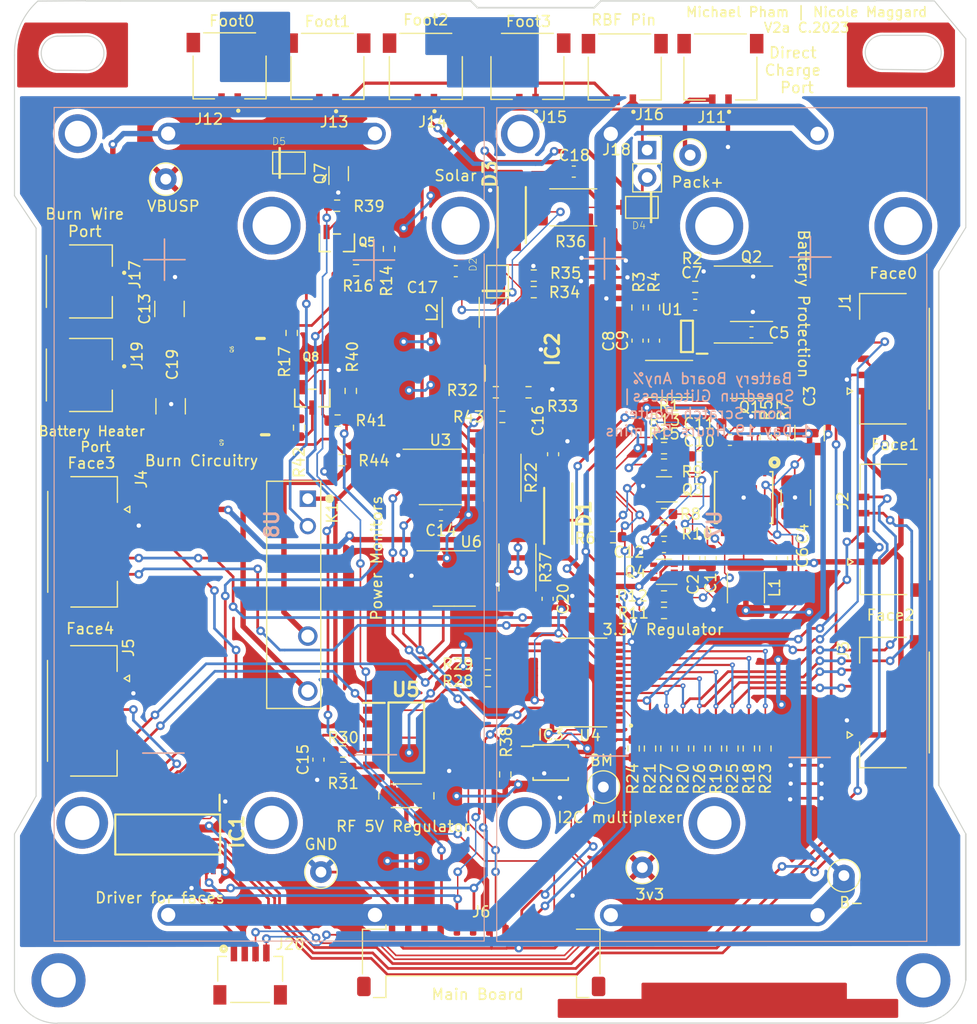
<source format=kicad_pcb>
(kicad_pcb (version 20211014) (generator pcbnew)
  (layers (0 "F.Cu" signal) (1 "In1.Cu" signal) (2 "In2.Cu" signal) (31 "B.Cu" signal) (34 "B.Paste" user) (35 "F.Paste" user) (36 "B.SilkS" user "B.Silkscreen") (37 "F.SilkS" user "F.Silkscreen") (38 "B.Mask" user) (39 "F.Mask" user) (44 "Edge.Cuts" user))
  (net 0 "")
  (net 1 "VSOLAR_I")
  (net 2 "+3V3")
  (net 3 "VBUSP")
  (net 4 "Net-(C5-Pad1)")
  (net 5 "Net-(C6-Pad1)")
  (net 6 "Net-(C6-Pad2)")
  (net 7 "B-")
  (net 8 "Net-(C7-Pad2)")
  (net 9 "Net-(C8-Pad2)")
  (net 10 "/VDD")
  (net 11 "Net-(C10-Pad1)")
  (net 12 "Net-(C11-Pad1)")
  (net 13 "Net-(C12-Pad1)")
  (net 14 "Net-(C12-Pad2)")
  (net 15 "BURN")
  (net 16 "GND")
  (net 17 "/V_RF")
  (net 18 "Net-(C16-Pad1)")
  (net 19 "Net-(C17-Pad1)")
  (net 20 "Net-(C17-Pad2)")
  (net 21 "VBatt")
  (net 22 "F0_ENB")
  (net 23 "F1_ENB")
  (net 24 "F2_ENB")
  (net 25 "F3_ENB")
  (net 26 "F4_ENB")
  (net 27 "Net-(J12-Pad1)")
  (net 38 "SCL_MAIN")
  (net 39 "SDA_MAIN")
  (net 40 "Net-(IC2-Pad2)")
  (net 42 "Net-(IC2-Pad7)")
  (net 44 "Net-(IC2-Pad10)")
  (net 45 "VBatt1")
  (net 46 "Net-(J14-Pad1)")
  (net 47 "BURN_RELAY_A")
  (net 48 "Net-(K1-PadNO)")
  (net 49 "Heater")
  (net 50 "Net-(D5-PadA)")
  (net 51 "ENAB_HEATER")
  (net 52 "Net-(Q8-Pad1)")
  (net 53 "Net-(Q8-Pad3)")
  (net 54 "VCC_RF1")
  (net 55 "Net-(Q1-Pad4)")
  (net 56 "Net-(Q1-Pad5)")
  (net 57 "Net-(Q2-Pad4)")
  (net 58 "Net-(Q3-Pad2)")
  (net 59 "/3V3_EN")
  (net 60 "Net-(Q4-Pad2)")
  (net 61 "Net-(Q4-Pad5)")
  (net 62 "BM")
  (net 63 "PACK+")
  (net 64 "Net-(R5-Pad1)")
  (net 65 "Net-(R9-Pad1)")
  (net 66 "Net-(R11-Pad2)")
  (net 67 "ENAB_BURN")
  (net 68 "VBUS_RESET")
  (net 69 "Net-(Q5-Pad1)")
  (net 70 "Net-(Q5-Pad3)")
  (net 71 "F3_SDA")
  (net 72 "F2_SDA")
  (net 73 "F1_SDA")
  (net 74 "F0_SDA")
  (net 75 "VBATT_SENSE")
  (net 76 "F3_SCL")
  (net 77 "F2_SCL")
  (net 78 "F1_SCL")
  (net 79 "F0_SCL")
  (net 80 "F4_SCL")
  (net 81 "F4_SDA")
  (net 82 "Net-(R30-Pad2)")
  (net 83 "I2C_RESET")
  (net 88 "ENAB_RF")
  (net 89 "VSOLAR")
  (net 90 "CHRG'")
  (net 91 "Net-(IC3-Pad3)")
  (net 92 "Break_SDA")
  (net 93 "Break_SCL")
  (footprint "Resistor_SMD:R_0603_1608Metric" (layer "F.Cu") (at 155.625 79.45)
    (fp_text reference "R43")
    (fp_text value "10K")
  )
  (footprint "Resistor_SMD:R_0603_1608Metric" (layer "F.Cu") (at 145.1485 63.9279 90)
    (fp_text reference "R14")
    (fp_text value "10k")
  )
  (footprint "Capacitor_SMD:C_0603_1608Metric" (layer "F.Cu") (at 174.902 92.5101 -90)
    (fp_text reference "C1")
    (fp_text value "22uF")
  )
  (footprint "Capacitor_SMD:C_0603_1608Metric" (layer "F.Cu") (at 160.325 82.9 90)
    (fp_text reference "C16")
    (fp_text value "10uF")
  )
  (footprint "Connector_Molex:Molex_Pico-Lock_504050-1291_1x12-1MP_P1.50mm_Horizontal" (layer "F.Cu") (at 153.675 129.7)
    (fp_text reference "J6")
    (fp_text value "FC_FACE")
  )
  (footprint "MaxLib:PWRDI-123" (layer "F.Cu") (at 135.984 55.9779)
    (fp_text reference "D5")
    (fp_text value "DFLS130L" hide)
  )
  (footprint "Resistor_SMD:R_0603_1608Metric" (layer "F.Cu") (at 140.388899 79.791599)
    (fp_text reference "R41")
    (fp_text value "4.7k")
  )
  (footprint "Resistor_SMD:R_0603_1608Metric" (layer "F.Cu") (at 154.3 103.8748)
    (fp_text reference "R28")
    (fp_text value "10K")
  )
  (footprint "Capacitor_SMD:C_0603_1608Metric" (layer "F.Cu") (at 151.323201 65.986401)
    (fp_text reference "C17")
    (fp_text value "1uF")
  )
  (footprint "Package_SO:SOIC-8_3.9x4.9mm_P1.27mm" (layer "F.Cu") (at 178.675 68.069)
    (fp_text reference "Q2")
    (fp_text value "IRF7458")
  )
  (footprint "Package_TO_SOT_SMD:SOT-523" (layer "F.Cu") (at 140.4895 56.9639 90)
    (fp_text reference "Q7")
    (fp_text value "MMBT2222AT")
  )
  (footprint "Package_TO_SOT_SMD:SOT-363_SC-70-6" (layer "F.Cu") (at 170.584 86.1471 180)
    (fp_text reference "Q3")
    (fp_text value "MBT2222ADW1T1")
  )
  (footprint "SM04B-SRSS-TB_LF__SN_:JST_SM04B-SRSS-TB(LF)(SN)" (layer "F.Cu") (at 132.3 129)
    (fp_text reference "J20")
    (fp_text value "Breakout")
  )
  (footprint "MOLEX PICO LOCK 2 POS:MOLEX_504050-0291" (layer "F.Cu") (at 175.8 47.1 180)
    (fp_text reference "J11")
    (fp_text value "CHARGE")
  )
  (footprint "MOLEX PICO LOCK 5 POS:MOLEX_5040500591" (layer "F.Cu") (at 116.8 91 90)
    (fp_text reference "J4")
    (fp_text value "Face3")
  )
  (footprint "Resistor_SMD:R_0603_1608Metric" (layer "F.Cu") (at 176.9088 110.103561 90)
    (fp_text reference "R25")
    (fp_text value "10K")
  )
  (footprint "Resistor_SMD:R_0603_1608Metric" (layer "F.Cu") (at 140.9052 111.894 180)
    (fp_text reference "R31")
    (fp_text value "3.3K")
  )
  (footprint "MOLEX PICO LOCK 2 POS:MOLEX_504050-0291" (layer "F.Cu") (at 157.95 47.05 180)
    (fp_text reference "J15")
    (fp_text value "Foot3")
  )
  (footprint "Resistor_SMD:R_0603_1608Metric" (layer "F.Cu") (at 154.3 102.3)
    (fp_text reference "R29")
    (fp_text value "10K")
  )
  (footprint "Resistor_SMD:R_0603_1608Metric" (layer "F.Cu") (at 175.3848 110.103562 90)
    (fp_text reference "R19")
    (fp_text value "10K")
  )
  (footprint "MOLEX PICO LOCK 2 POS:MOLEX_504050-0291" (layer "F.Cu") (at 116.5 75.575 -90)
    (fp_text reference "J19")
    (fp_text value "Heater")
  )
  (footprint "Resistor_SMD:R_0603_1608Metric" (layer "F.Cu") (at 158.536801 67.9168 180)
    (fp_text reference "R34")
    (fp_text value "634k")
  )
  (footprint "Resistor_SMD:R_0603_1608Metric" (layer "F.Cu") (at 173.468 67.434)
    (fp_text reference "R2")
    (fp_text value "1K")
  )
  (footprint "" (layer "F.Cu") (at 194.573162 131.529322)
    (fp_text reference "")
    (fp_text value "")
  )
  (footprint "Resistor_SMD:R_0603_1608Metric" (layer "F.Cu") (at 173.886 83.0991 180)
    (fp_text reference "R9")
    (fp_text value "100K")
  )
  (footprint "Resistor_SMD:R_0603_1608Metric" (layer "F.Cu") (at 169.2888 110.103562 90)
    (fp_text reference "R21")
    (fp_text value "10K")
  )
  (footprint "Capacitor_SMD:C_0603_1608Metric" (layer "F.Cu") (at 178.675 71.625)
    (fp_text reference "C5")
    (fp_text value "0.1uF")
  )
  (footprint "TestPoint:TestPoint_Loop_D1.80mm_Drill1.0mm_Beaded" (layer "F.Cu") (at 173 55.25)
    (fp_text reference "TP4" hide)
    (fp_text value "TestPoint")
  )
  (footprint "Resistor_SMD:R_0603_1608Metric" (layer "F.Cu") (at 158.05 77.175 180)
    (fp_text reference "R33")
    (fp_text value "85k")
  )
  (footprint "MaxLib:NDS8434" (layer "F.Cu") (at 131.064 69.518 90)
    (fp_text reference "Q6")
    (fp_text value "NDS8434" hide)
  )
  (footprint "TestPoint:TestPoint_Loop_D1.80mm_Drill1.0mm_Beaded" (layer "F.Cu") (at 138.85 121.525)
    (fp_text reference "TP3" hide)
    (fp_text value "TestPoint")
  )
  (footprint "Capacitor_SMD:C_0603_1608Metric" (layer "F.Cu") (at 176.68 81.5751 180)
    (fp_text reference "C10")
    (fp_text value "3.3nF")
  )
  (footprint "MOLEX PICO LOCK 2 POS:MOLEX_504050-0291" (layer "F.Cu") (at 166.95 47.1 180)
    (fp_text reference "J16")
    (fp_text value "RBF")
  )
  (footprint "Capacitor_SMD:C_1210_3225Metric" (layer "F.Cu") (at 184.05 80.95 90)
    (fp_text reference "C3")
    (fp_text value "100uF")
  )
  (footprint "MOLEX PICO LOCK 2 POS:MOLEX_504050-0291" (layer "F.Cu") (at 139.45 47.05 180)
    (fp_text reference "J13")
    (fp_text value "Foot1")
  )
  (footprint "Capacitor_SMD:C_0603_1608Metric" (layer "F.Cu") (at 138.6192 111.132 90)
    (fp_text reference "C15")
    (fp_text value "10uF")
  )
  (footprint "TestPoint:TestPoint_Loop_D1.80mm_Drill1.0mm_Beaded" (layer "F.Cu") (at 168.575 121.1)
    (fp_text reference "TP5" hide)
    (fp_text value "TestPoint")
  )
  (footprint "Package_SO:SOIC-8_3.9x4.9mm_P1.27mm" (layer "F.Cu") (at 178.675 75.181)
    (fp_text reference "Q1")
    (fp_text value "IRF7458")
  )
  (footprint "Resistor_SMD:R_0603_1608Metric" (layer "F.Cu") (at 155.025 77.175)
    (fp_text reference "R32")
    (fp_text value "200k")
  )
  (footprint "MOLEX PICO LOCK 2 POS:MOLEX_504050-0291" (layer "F.Cu") (at 130.4 47 180)
    (fp_text reference "J12")
    (fp_text value "Foot0")
  )
  (footprint "" (layer "F.Cu") (at 114.573162 131.529322)
    (fp_text reference "")
    (fp_text value "")
  )
  (footprint "MaxLib:TPS7A4501DCQT" (layer "F.Cu") (at 146.7472 109.1)
    (fp_text reference "U5")
    (fp_text value "TPS7A4501DCQT" hide)
  )
  (footprint "Resistor_SMD:R_0603_1608Metric" (layer "F.Cu") (at 181.506 81.3211 -90)
    (fp_text reference "R7")
    (fp_text value "22.1K")
  )
  (footprint "Capacitor_SMD:C_0603_1608Metric" (layer "F.Cu") (at 181.506 92.5101 90)
    (fp_text reference "C6")
    (fp_text value "0.1uF")
  )
  (footprint "Resistor_SMD:R_0603_1608Metric" (layer "F.Cu") (at 140.9052 110.37 180)
    (fp_text reference "R30")
    (fp_text value "10K")
  )
  (footprint "Capacitor_SMD:C_0603_1608Metric" (layer "F.Cu") (at 168.134 72.4 90)
    (fp_text reference "C8")
    (fp_text value "0.1uF")
  )
  (footprint "MaxLib:PWRDI-123" (layer "F.Cu") (at 155.184001 66.85 90)
    (fp_text reference "D2")
    (fp_text value "DFLS130L" hide)
  )
  (footprint "MaxLib:PWP14_2P31X2P46-L" (layer "F.Cu") (at 177.95 86.9091 -90)
    (fp_text reference "U2" hide)
    (fp_text value "TPS54226PWPRPWP14_2P31X2P46-L" hide)
  )
  (footprint "Connector_PinSocket_2.54mm:PinSocket_1x02_P2.54mm_Vertical" (layer "F.Cu") (at 169.025 54.7824)
    (fp_text reference "J18")
    (fp_text value "Bypass")
  )
  (footprint "TCA9548APWR:SOP65P640X120-24N" (layer "F.Cu") (at 163.091801 104.002562 180)
    (fp_text reference "U4")
    (fp_text value "TCA9548APWR")
  )
  (footprint "TestPoint:TestPoint_Loop_D1.80mm_Drill1.0mm_Beaded" (layer "F.Cu") (at 124.5 57.475)
    (fp_text reference "TP6" hide)
    (fp_text value "TestPoint")
  )
  (footprint "Capacitor_SMD:C_0603_1608Metric" (layer "F.Cu") (at 162.238801 56.7784 180)
    (fp_text reference "C18")
    (fp_text value "10uF")
  )
  (footprint "Capacitor_SMD:C_1210_3225Metric" (layer "F.Cu") (at 124.9457 78.470802 90)
    (fp_text reference "C19")
    (fp_text value "200uF")
  )
  (footprint "Resistor_SMD:R_0603_1608Metric" (layer "F.Cu") (at 170.584 89.9571)
    (fp_text reference "R8")
    (fp_text value "100K")
  )
  (footprint "Resistor_SMD:R_0603_1608Metric" (layer "F.Cu") (at 142.1005 65.8969)
    (fp_text reference "R16")
    (fp_text value "4.7k")
  )
  (footprint "R5460N233AF:R5460N233AF-SOT95P280X130-6N" (layer "F.Cu") (at 172.706 72.006 180)
    (fp_text reference "U1")
    (fp_text value "R5460N208AA" hide)
  )
  (footprint "Resistor_SMD:R_0603_1608Metric" (layer "F.Cu") (at 141.608099 77.0484 90)
    (fp_text reference "R40")
    (fp_text value "10k")
  )
  (footprint "Resistor_SMD:R_0603_1608Metric" (layer "F.Cu") (at 165.87519 90.563911 180)
    (fp_text reference "R6")
    (fp_text value "73.2K")
  )
  (footprint "TestPoint:TestPoint_Loop_D1.80mm_Drill1.0mm_Beaded" (layer "F.Cu") (at 164.973 113.665)
    (fp_text reference "TP2" hide)
    (fp_text value "TestPoint")
  )
  (footprint "Resistor_SMD:R_0603_1608Metric" (layer "F.Cu") (at 173.8608 110.103562 90)
    (fp_text reference "R26")
    (fp_text value "10K")
  )
  (footprint "Resistor_SMD:R_0603_1608Metric" (layer "F.Cu") (at 169.658 69.339 -90)
    (fp_text reference "R4")
    (fp_text value "330")
  )
  (footprint "MaxLib:SOT-23" (layer "F.Cu") (at 138.052099 77.708799 180)
    (fp_text reference "Q8")
    (fp_text value "IRLML2803" hide)
  )
  (footprint "Resistor_SMD:R_0603_1608Metric" (layer "F.Cu") (at 170.584 88.4331 180)
    (fp_text reference "R10")
    (fp_text value "20K")
  )
  (footprint "MOLEX PICO LOCK 2 POS:MOLEX_504050-0291" (layer "F.Cu") (at 116.5 66.929 -90)
    (fp_text reference "J17")
    (fp_text value "BURN")
  )
  (footprint "Resistor_SMD:R_0603_1608Metric" (layer "F.Cu") (at 170.584 83.8611 180)
    (fp_text reference "R15")
    (fp_text value "10K")
  )
  (footprint "Resistor_SMD:R_2512_6332Metric" (layer "F.Cu") (at 171.055 75.943)
    (fp_text reference "R1")
    (fp_text value "0.01")
  )
  (footprint "Resistor_SMD:R_2512_6332Metric" (layer "F.Cu") (at 155.641799 85.078949 -90)
    (fp_text reference "R22")
    (fp_text value "0.002")
  )
  (footprint "Package_SO:SOIC-8_3.9x4.9mm_P1.27mm" (layer "F.Cu") (at 151.1808 94.3864)
    (fp_text reference "U6")
    (fp_text value "INA219AxD")
  )
  (footprint "MOLEX PICO LOCK 5 POS:MOLEX_5040500591" (layer "F.Cu") (at 191.9 74.075 -90)
    (fp_text reference "J1")
    (fp_text value "Face0")
  )
  (footprint "Capacitor_SMD:C_0603_1608Metric" (layer "F.Cu") (at 176.68 80.0511)
    (fp_text reference "C11")
    (fp_text value "1uF")
  )
  (footprint "Resistor_SMD:R_0603_1608Metric" (layer "F.Cu") (at 172.3368 110.103562 90)
    (fp_text reference "R20")
    (fp_text value "10K")
  )
  (footprint "Inductor_SMD:L_1812_4532Metric" (layer "F.Cu") (at 178.1588 95.2463 -90)
    (fp_text reference "L1")
    (fp_text value "3.3uH")
  )
  (footprint "Resistor_SMD:R_0603_1608Metric" (layer "F.Cu") (at 179.9568 110.103562 90)
    (fp_text reference "R23")
    (fp_text value "10K")
  )
  (footprint "Resistor_SMD:R_0603_1608Metric" (layer "F.Cu") (at 170.584 97.5771 180)
    (fp_text reference "R11")
    (fp_text value "100K")
  )
  (footprint "Inductor_SMD:L_1812_4532Metric" (layer "F.Cu") (at 151.780401 69.7964 90)
    (fp_text reference "L2")
    (fp_text value "10uH")
  )
  (footprint "MaxLib:SolderJumper-3_P1.3mm_Bridged12_RoundedPad1.0x1.5mm" (layer "F.Cu") (at 146.75 114.475)
    (fp_text reference "JP1" hide)
    (fp_text value "Jumper_3_Bridged12")
  )
  (footprint "MOLEX PICO LOCK 5 POS:MOLEX_5040500591" (layer "F.Cu") (at 191.95 89.85 -90)
    (fp_text reference "J2")
    (fp_text value "Face1")
  )
  (footprint "Resistor_SMD:R_2512_6332Metric" (layer "F.Cu") (at 157.0228 93.3704 -90)
    (fp_text reference "R37")
    (fp_text value "0.002")
  )
  (footprint "Resistor_SMD:R_0603_1608Metric" (layer "F.Cu") (at 170.584 96.0531)
    (fp_text reference "R12")
    (fp_text value "100K")
  )
  (footprint "Package_SO:SOIC-8_3.9x4.9mm_P1.27mm" (layer "F.Cu") (at 149.9 85)
    (fp_text reference "U3")
    (fp_text value "INA219AxD")
  )
  (footprint "Capacitor_SMD:C_0603_1608Metric" (layer "F.Cu") (at 169.658 72.4 90)
    (fp_text reference "C9")
    (fp_text value "0.1uF")
  )
  (footprint "Capacitor_SMD:C_0603_1608Metric" (layer "F.Cu") (at 159.8168 96.266 -90)
    (fp_text reference "C20")
    (fp_text value "0.1uF")
  )
  (footprint "Resistor_SMD:R_0603_1608Metric" (layer "F.Cu") (at 168.134 69.339 -90)
    (fp_text reference "R3")
    (fp_text value "330")
  )
  (footprint "Resistor_SMD:R_0603_1608Metric" (layer "F.Cu") (at 178.4328 110.103562 90)
    (fp_text reference "R18")
    (fp_text value "10K")
  )
  (footprint "Resistor_SMD:R_2512_6332Metric" (layer "F.Cu") (at 162.188001 60.0804 180)
    (fp_text reference "R36")
    (fp_text value "0.1")
  )
  (footprint "LT3652IMSE:SOP65P490X110-13N" (layer "F.Cu") (at 156.2 73.2 90)
    (fp_text reference "IC2")
    (fp_text value "LT3652IMSE#PBF" hide)
  )
  (footprint "Capacitor_SMD:C_1210_3225Metric" (layer "F.Cu") (at 124.841 69.469 90)
    (fp_text reference "C13")
    (fp_text value "200uF")
  )
  (footprint "Resistor_SMD:R_0603_1608Metric" (layer "F.Cu") (at 136.832899 80.452001 90)
    (fp_text reference "R42")
    (fp_text value "100k")
  )
  (footprint "Resistor_SMD:R_0603_1608Metric" (layer "F.Cu") (at 170.8128 110.103561 90)
    (fp_text reference "R27")
    (fp_text value "10K")
  )
  (footprint "MaxLib:PWRDI-123" (layer "F.Cu") (at 168.436401 60.0804 180)
    (fp_text reference "D4")
    (fp_text value "DFLS130L" hide)
  )
  (footprint "TestPoint:TestPoint_Loop_D1.80mm_Drill1.0mm_Beaded" (layer "F.Cu") (at 187.225 121.85)
    (fp_text reference "TP1" hide)
    (fp_text value "TestPoint")
  )
  (footprint "MaxLib:SOT-23" (layer "F.Cu") (at 140.3225 63.3569 180)
    (fp_text reference "Q5")
    (fp_text value "IRLML2803" hide)
  )
  (footprint "Capacitor_SMD:C_0603_1608Metric" (layer "F.Cu") (at 173.468 69.085)
    (fp_text reference "C7")
    (fp_text value "0.1uF")
  )
  (footprint "MaxLib:NDS8434" (layer "F.Cu") (at 131.498899 78.42 90)
    (fp_text reference "Q9")
    (fp_text value "NDS8434" hide)
  )
  (footprint "Resistor_SMD:R_0603_1608Metric" (layer "F.Cu") (at 170.584 82.3371)
    (fp_text reference "R13")
    (fp_text value "100K")
  )
  (footprint "Package_TO_SOT_SMD:SOT-363_SC-70-6" (layer "F.Cu") (at 170.584 93.7671 180)
    (fp_text reference "Q4")
    (fp_text value "MBT2222ADW1T1")
  )
  (footprint "APAN3105:RELAY_APAN3105" (layer "F.Cu") (at 137.6325 87.01 -90)
    (fp_text reference "K1")
    (fp_text value "APAN3105")
  )
  (footprint "Capacitor_SMD:C_0603_1608Metric" (layer "F.Cu") (at 170.584 91.4811)
    (fp_text reference "C12")
    (fp_text value "10uF")
  )
  (footprint "Capacitor_SMD:C_1210_3225Metric" (layer "F.Cu") (at 182.776 86.9091 -90)
    (fp_text reference "C4")
    (fp_text value "100uF")
  )
  (footprint "Resistor_SMD:R_0603_1608Metric" (layer "F.Cu") (at 155.9 112.5 90)
    (fp_text reference "R38")
    (fp_text value "10K")
  )
  (footprint "Capacitor_SMD:C_0603_1608Metric" (layer "F.Cu") (at 173.378 92.5101 -90)
    (fp_text reference "C2")
    (fp_text value "22uF")
  )
  (footprint "MOLEX PICO LOCK 5 POS:MOLEX_5040500591" (layer "F.Cu") (at 191.9 105.85 -90)
    (fp_text reference "J3")
    (fp_text value "Face2")
  )
  (footprint "Resistor_SMD:R_0603_1608Metric" (layer "F.Cu") (at 179.982 81.3211 -90)
    (fp_text reference "R5")
    (fp_text value "73.2K")
  )
  (footprint "Resistor_SMD:R_0603_1608Metric" (layer "F.Cu") (at 136.144 71.692 -90)
    (fp_text reference "R17")
    (fp_text value "100k")
  )
  (footprint "MOLEX PICO LOCK 5 POS:MOLEX_5040500591" (layer "F.Cu") (at 116.775 106.625 90)
    (fp_text reference "J5")
    (fp_text value "Face4")
  )
  (footprint "Resistor_SMD:R_0603_1608Metric" (layer "F.Cu") (at 140.3479 59.9297)
    (fp_text reference "R39")
    (fp_text value "10k")
  )
  (footprint "Resistor_SMD:R_0603_1608Metric" (layer "F.Cu") (at 167.771801 110.102562 90)
    (fp_text reference "R24")
    (fp_text value "10K")
  )
  (footprint "Package_SO:TSSOP-8_3x3mm_P0.65mm" (layer "F.Cu") (at 160.1 111.4)
    (fp_text reference "IC3")
    (fp_text value "PCT2075DP,118")
  )
  (footprint "CMSH3-40MA:DIOM5226X262N" (layer "F.Cu") (at 156.498401 60.7916 90)
    (fp_text reference "D3")
    (fp_text value "D_Schottky" hide)
  )
  (footprint "Capacitor_SMD:C_0603_1608Metric" (layer "F.Cu") (at 149.95 88.55)
    (fp_text reference "C14")
    (fp_text value "0.1uF")
  )
  (footprint "MOLEX PICO LOCK 2 POS:MOLEX_504050-0291" (layer "F.Cu") (at 148.55 47.05 180)
    (fp_text reference "J14")
    (fp_text value "Foot2")
  )
  (footprint "PCA9685:SOP65P640X110-28N" (layer "F.Cu") (at 124.675 118.05 -90)
    (fp_text reference "IC1")
    (fp_text value "PCA9685PW,118" hide)
  )
  (footprint "CMSH3-40MA:DIOM5226X262N" (layer "F.Cu") (at 160.8 88.6 -90)
    (fp_text reference "D1")
    (fp_text value "D_Schottky" hide)
  )
  (footprint "Resistor_SMD:R_0603_1608Metric" (layer "F.Cu") (at 140.75 83.45)
    (fp_text reference "R44")
    (fp_text value "634k")
  )
  (footprint "Resistor_SMD:R_0603_1608Metric" (layer "F.Cu") (at 158.536801 66.3928)
    (fp_text reference "R35")
    (fp_text value "412k")
  )
  (footprint "1049:1049" (layer "B.Cu") (at 134.0585 89.375 90)
    (fp_text reference "U8")
    (fp_text value "1049" hide)
  )
  (footprint "LOGO" (layer "B.Cu") (at 132.753208 45.962133 180)
    (fp_text reference "G***" hide)
    (fp_text value "LOGO" hide)
  )
  (footprint "1049:1049" (layer "B.Cu") (at 175 89.4 90)
    (fp_text reference "U7")
    (fp_text value "1049" hide)
  )
  (footprint "LOGO" (layer "B.Cu") (at 155.336788 131.199271 180)
    (fp_text reference "G***" hide)
    (fp_text value "LOGO" hide)
  )
  (gr_line locked (start 190.158162 40.989322) (end 195.598162 41.004322) (layer "Edge.Cuts") (width 0.1))
  (gr_line locked (start 117.133162 40.989322) (end 120.308162 40.989322) (layer "Edge.Cuts") (width 0.15))
  (gr_line (start 196 113.5) (end 196 66) (layer "Edge.Cuts") (width 0.15))
  (gr_arc (start 110.5 46) (mid 111.034894 43.270084) (end 112.66352 41.014845) (layer "Edge.Cuts") (width 0.1))
  (gr_line locked (start 164.123162 41.624322) (end 164.758162 40.989322) (layer "Edge.Cuts") (width 0.15))
  (gr_arc locked (start 117.173162 44.229322) (mid 118.773158 45.829322) (end 117.173162 47.429322) (layer "Edge.Cuts") (width 0.1))
  (gr_line (start 196 113.5) (end 198.5 118) (layer "Edge.Cuts") (width 0.1))
  (gr_line (start 198.5 61.944322) (end 198.5 44.5) (layer "Edge.Cuts") (width 0.1))
  (gr_line (start 112.66352 41.014845) (end 117.133162 40.989322) (layer "Edge.Cuts") (width 0.1))
  (gr_line (start 110.5 46) (end 110.5 59) (layer "Edge.Cuts") (width 0.1))
  (gr_line locked (start 153.328162 41.624322) (end 152.693162 40.989322) (layer "Edge.Cuts") (width 0.15))
  (gr_line (start 198.5 131.5) (end 198.5 118) (layer "Edge.Cuts") (width 0.15))
  (gr_line locked (start 190.773162 47.329322) (end 194.623162 47.379322) (layer "Edge.Cuts") (width 0.1))
  (gr_line (start 110.5 59) (end 112.5 62) (layer "Edge.Cuts") (width 0.1))
  (gr_arc (start 198.5 131.5) (mid 197.176415 134.176415) (end 194.5 135.5) (layer "Edge.Cuts") (width 0.1))
  (gr_line (start 194.5 135.5) (end 114.5 135.5) (layer "Edge.Cuts") (width 0.15))
  (gr_line (start 110.5 118) (end 110.5 132.5) (layer "Edge.Cuts") (width 0.1))
  (gr_line locked (start 114.472939 44.255106) (end 117.173162 44.229322) (layer "Edge.Cuts") (width 0.1))
  (gr_line (start 195.598162 41.004322) (end 198.5 44.5) (layer "Edge.Cuts") (width 0.1))
  (gr_line locked (start 164.758162 40.989322) (end 190.158162 40.989322) (layer "Edge.Cuts") (width 0.15))
  (gr_line (start 198.5 61.944322) (end 196 66) (layer "Edge.Cuts") (width 0.1))
  (gr_line locked (start 194.623162 44.179322) (end 190.823137 44.180115) (layer "Edge.Cuts") (width 0.1))
  (gr_line locked (start 152.693162 40.989322) (end 120.308162 40.989322) (layer "Edge.Cuts") (width 0.15))
  (gr_line (start 112.5 62) (end 112.5 114.5) (layer "Edge.Cuts") (width 0.1))
  (gr_arc (start 114.5 135.5) (mid 111.987619 134.683175) (end 110.5 132.5) (layer "Edge.Cuts") (width 0.1))
  (gr_arc locked (start 194.623162 44.179322) (mid 196.223158 45.779322) (end 194.623162 47.379322) (layer "Edge.Cuts") (width 0.1))
  (gr_arc locked (start 114.422964 47.404313) (mid 112.978754 45.806395) (end 114.472939 44.255106) (layer "Edge.Cuts") (width 0.1))
  (gr_line (start 112.5 114.5) (end 110.5 118) (layer "Edge.Cuts") (width 0.1))
  (gr_arc locked (start 190.773162 47.329322) (mid 189.198356 45.729331) (end 190.823137 44.180115) (layer "Edge.Cuts") (width 0.1))
  (gr_line locked (start 114.422964 47.404313) (end 117.173162 47.429322) (layer "Edge.Cuts") (width 0.1))
  (gr_line locked (start 164.123162 41.624322) (end 153.328162 41.624322) (layer "Edge.Cuts") (width 0.15))
  (gr_text "+" (at 165.075 64.425) (layer "B.SilkS") (effects (font (size 5 5)) (justify mirror)))
  (gr_text "+" (at 143.75 64.55) (layer "B.SilkS") (effects (font (size 5 5)) (justify mirror)))
  (gr_text "+" (at 124.375 64.516) (layer "B.SilkS") (effects (font (size 5 5)) (justify mirror)))
  (gr_text "-" (at 165.35 110.4) (layer "B.SilkS") (effects (font (size 5 5)) (justify mirror)))
  (gr_text "-" (at 143.925 110.275) (layer "B.SilkS") (effects (font (size 5 5)) (justify mirror)))
  (gr_text "Battery Board Any% \nSpeedrun Glitchless|\nFrom Scratch Route:\n1 Day 19 Hours 54 mins" (at 174.675 78.325) (layer "B.SilkS") (effects (font (size 1 1)) (justify mirror)))
  (gr_text "-" (at 124.275 110.125) (layer "B.SilkS") (effects (font (size 5 5)) (justify mirror)))
  (gr_text "-" (at 184.05 110.525) (layer "B.SilkS") (effects (font (size 5 5)) (justify mirror)))
  (gr_text "+" (at 184.125 64.275) (layer "B.SilkS") (effects (font (size 5 5)) (justify mirror)))
  (gr_text "Face3" (at 117.625 83.725) (layer "F.SilkS") (effects (font (size 1 1))))
  (gr_text "Battery Protection" (at 183.5 69 270) (layer "F.SilkS") (effects (font (size 1 1))))
  (gr_text "I2C multiplexer" (at 166.5 116.475) (layer "F.SilkS") (effects (font (size 1 1))))
  (gr_text "Face2" (at 191.55 97.775) (layer "F.SilkS") (effects (font (size 1 1))))
  (gr_text "Foot0" (at 130.6 42.85) (layer "F.SilkS") (effects (font (size 1 1))))
  (gr_text "RF 5V Regulator" (at 146.45 117.3) (layer "F.SilkS") (effects (font (size 1 1))))
  (gr_text "Face4" (at 117.5 99.025) (layer "F.SilkS") (effects (font (size 1 1))))
  (gr_text "3.3V Regulator" (at 170.5 99.1) (layer "F.SilkS") (effects (font (size 1 1))))
  (gr_text "Burn Circuitry" (at 127.8 83.5) (layer "F.SilkS") (effects (font (size 1 1))))
  (gr_text "Solar" (at 151.3 57.15) (layer "F.SilkS") (effects (font (size 1 1))))
  (gr_text "Face0" (at 191.8 66.175) (layer "F.SilkS") (effects (font (size 1 1))))
  (gr_text "RBF Pin" (at 166.85 42.75) (layer "F.SilkS") (effects (font (size 1 1))))
  (gr_text "Foot3" (at 158.05 42.9) (layer "F.SilkS") (effects (font (size 1 1))))
  (gr_text "Driver for faces" (at 123.95 123.9) (layer "F.SilkS") (effects (font (size 1 1))))
  (gr_text "Face1" (at 191.95 82) (layer "F.SilkS") (effects (font (size 1 1))))
  (gr_text "Main Board" (at 153.35 132.825) (layer "F.SilkS") (effects (font (size 1 1))))
  (gr_text "Direct \nCharge \nPort" (at 182.875 47.4) (layer "F.SilkS") (effects (font (size 1 1))))
  (gr_text "Power Monitors" (at 144 92.5 90) (layer "F.SilkS") (effects (font (size 1 1))))
  (gr_text "Battery Heater \nPort" (at 118 81.5) (layer "F.SilkS") (effects (font (size 0.9 0.9))))
  (gr_text "Foot2" (at 148.55 42.75) (layer "F.SilkS") (effects (font (size 1 1))))
  (gr_text "Burn Wire\nPort" (at 117 61.5) (layer "F.SilkS") (effects (font (size 1 1))))
  (gr_text "Foot1" (at 139.45 42.9) (layer "F.SilkS") (effects (font (size 1 1))))
  (gr_text "Michael Pham | Nicole Maggard\nV2a C.2023\n" (at 183.775 42.75) (layer "F.SilkS") (effects (font (size 0.9 0.9))))
  (segment (start 157.0736 90.4587) (end 157.0228 90.4079) (width 0.25) (layer "F.Cu") (net 1))
  (segment (start 156.9974 93.7514) (end 157.0736 93.6752) (width 0.25) (layer "F.Cu") (net 1))
  (segment (start 153.6558 93.7514) (end 156.9974 93.7514) (width 0.25) (layer "F.Cu") (net 1))
  (segment (start 160.8 90.75) (end 157.3649 90.75) (width 0.25) (layer "F.Cu") (net 1))
  (segment (start 157.3649 90.75) (end 157.0228 90.4079) (width 0.25) (layer "F.Cu") (net 1))
  (segment (start 157.0228 90.4079) (end 157.4149 90.8) (width 0.25) (layer "F.Cu") (net 1))
  (segment (start 157.0736 91.5416) (end 157.0736 90.4587) (width 0.25) (layer "F.Cu") (net 1))
  (via (at 157.0736 93.6752) (size 0.8) (drill 0.4) (layers "F.Cu" "B.Cu") (net 1))
  (via (at 157.0736 91.5416) (size 0.8) (drill 0.4) (layers "F.Cu" "B.Cu") (net 1))
  (segment (start 157.0736 93.6752) (end 157.0736 91.5416) (width 0.25) (layer "B.Cu") (net 1))
  (segment (start 173.378 93.2851) (end 174.902 93.2851) (width 0.127) (layer "F.Cu") (net 2))
  (segment (start 158.6264 105.627562) (end 158.6208 105.633162) (width 0.127) (layer "F.Cu") (net 2))
  (segment (start 182.4712 94.7323) (end 181.3604 95.8431) (width 0.1524) (layer "F.Cu") (net 2))
  (segment (start 180.744 88.7379) (end 182.4712 90.4651) (width 0.1524) (layer "F.Cu") (net 2))
  (segment (start 148.45 111.95) (end 147 110.5) (width 0.25) (layer "F.Cu") (net 2))
  (segment (start 180.744 84.984466) (end 180.744 88.7379) (width 0.1524) (layer "F.Cu") (net 2))
  (segment (start 153.475 102.3) (end 152.2 102.3) (width 0.25) (layer "F.Cu") (net 2))
  (segment (start 160.221801 105.627562) (end 158.6264 105.627562) (width 0.127) (layer "F.Cu") (net 2))
  (segment (start 129.488 120.988) (end 130 121.5) (width 0.25) (layer "F.Cu") (net 2))
  (segment (start 128.5 117.25) (end 127.265978 117.25) (width 0.25) (layer "F.Cu") (net 2))
  (segment (start 162.5 106.5) (end 161.422438 107.577562) (width 0.127) (layer "F.Cu") (net 2))
  (segment (start 162.127562 105.627562) (end 162.5 106) (width 0.127) (layer "F.Cu") (net 2))
  (segment (start 127.265978 117.25) (end 126.3 116.284022) (width 0.25) (layer "F.Cu") (net 2))
  (segment (start 126.6054 113.7828) (end 128.1802 113.7828) (width 0.1524) (layer "F.Cu") (net 2))
  (segment (start 179.982 82.1461) (end 179.900034 82.228066) (width 0.1524) (layer "F.Cu") (net 2))
  (segment (start 126.3 115.112) (end 126.3 114.0882) (width 0.1524) (layer "F.Cu") (net 2))
  (segment (start 149 105) (end 150.1252 103.8748) (width 0.25) (layer "F.Cu") (net 2))
  (segment (start 182.4712 90.4651) (end 182.4712 94.7323) (width 0.1524) (layer "F.Cu") (net 2))
  (segment (start 151.375 114.475) (end 151.4 114.5) (width 0.25) (layer "F.Cu") (net 2))
  (segment (start 181.3604 95.8431) (end 178.204 95.8431) (width 0.1524) (layer "F.Cu") (net 2))
  (segment (start 160.8328 99.4495) (end 161.1495 99.4495) (width 0.127) (layer "F.Cu") (net 2))
  (segment (start 163.2755 97.2755) (end 165.3 99.3) (width 0.25) (layer "F.Cu") (net 2))
  (segment (start 126.3 114.0882) (end 126.6054 113.7828) (width 0.1524) (layer "F.Cu") (net 2))
  (segment (start 152.5 88.5) (end 152.5 87.03) (width 0.25) (layer "F.Cu") (net 2))
  (segment (start 179.900034 84.1405) (end 180.744 84.984466) (width 0.1524) (layer "F.Cu") (net 2))
  (segment (start 174.902 95.202) (end 175.5431 95.8431) (width 0.127) (layer "F.Cu") (net 2))
  (segment (start 152.2 102.3) (end 152 102.5) (width 0.25) (layer "F.Cu") (net 2))
  (segment (start 127.6 115.112) (end 128.25 115.112) (width 0.4) (layer "F.Cu") (net 2))
  (segment (start 169.3 99.3) (end 169.5 99.5) (width 0.25) (layer "F.Cu") (net 2))
  (segment (start 148.45 114.475) (end 148.45 111.95) (width 0.25) (layer "F.Cu") (net 2))
  (segment (start 160.8523 97.041) (end 159.8168 97.041) (width 0.25) (layer "F.Cu") (net 2))
  (segment (start 130 121.5) (end 130.024614 121.5) (width 0.25) (layer "F.Cu") (net 2))
  (segment (start 161.422438 107.577562) (end 160.221801 107.577562) (width 0.127) (layer "F.Cu") (net 2))
  (segment (start 162.5 106) (end 162.5 106.5) (width 0.127) (layer "F.Cu") (net 2))
  (segment (start 128.9 120.988) (end 129.488 120.988) (width 0.25) (layer "F.Cu") (net 2))
  (segment (start 160.221801 105.627562) (end 162.127562 105.627562) (width 0.127) (layer "F.Cu") (net 2))
  (segment (start 179.900034 82.228066) (end 179.900034 84.1405) (width 0.1524) (layer "F.Cu") (net 2))
  (segment (start 154.8 79.45) (end 153.55 79.45) (width 0.25) (layer "F.Cu") (net 2))
  (segment (start 150.1252 103.8748) (end 153.475 103.8748) (width 0.25) (layer "F.Cu") (net 2))
  (segment (start 174.902 93.2851) (end 174.902 95.202) (width 0.127) (layer "F.Cu") (net 2))
  (segment (start 161.0868 97.2755) (end 160.8523 97.041) (width 0.25) (layer "F.Cu") (net 2))
  (segment (start 162.5 100.8) (end 162.5 101.5) (width 0.127) (layer "F.Cu") (net 2))
  (segment (start 175.5431 95.8431) (end 178.204 95.8431) (width 0.127) (layer "F.Cu") (net 2))
  (segment (start 152.5 87.03) (end 152.375 86.905) (width 0.25) (layer "F.Cu") (net 2))
  (segment (start 148.45 114.475) (end 151.375 114.475) (width 0.25) (layer "F.Cu") (net 2))
  (segment (start 161.1495 99.4495) (end 162.5 100.8) (width 0.127) (layer "F.Cu") (net 2))
  (segment (start 128.25 115.112) (end 128.25 113.8526) (width 0.1524) (layer "F.Cu") (net 2))
  (segment (start 131.8 123.275386) (end 131.8 129) (width 0.25) (layer "F.Cu") (net 2))
  (segment (start 130.024614 121.5) (end 131.8 123.275386) (width 0.25) (layer "F.Cu") (net 2))
  (segment (start 153.55 79.45) (end 153 80) (width 0.25) (layer "F.Cu") (net 2))
  (segment (start 161.0868 97.2755) (end 163.2755 97.2755) (width 0.25) (layer "F.Cu") (net 2))
  (segment (start 128.1802 113.7828) (end 128.25 113.8526) (width 0.1524) (layer "F.Cu") (net 2))
  (segment (start 126.3 116.284022) (end 126.3 115.112) (width 0.25) (layer "F.Cu") (net 2))
  (segment (start 165.3 99.3) (end 169.3 99.3) (width 0.25) (layer "F.Cu") (net 2))
  (via (at 181.45 106.05) (size 0.8) (drill 0.4) (layers "F.Cu" "B.Cu") (net 2))
  (via (at 151.4 114.5) (size 0.8) (drill 0.4) (layers "F.Cu" "B.Cu") (net 2))
  (via (at 184 97.5) (size 0.8) (drill 0.4) (layers "F.Cu" "B.Cu") (net 2))
  (via (at 150.5 92.5) (size 0.8) (drill 0.4) (layers "F.Cu" "B.Cu") (net 2))
  (via (at 178.1588 97.3463) (size 0.8) (drill 0.4) (layers "F.Cu" "B.Cu") (net 2))
  (via (at 181.15 101.9) (size 0.8) (drill 0.4) (layers "F.Cu" "B.Cu") (net 2))
  (via (at 149 105) (size 0.8) (drill 0.4) (layers "F.Cu" "B.Cu") (net 2))
  (via (at 153 80) (size 0.8) (drill 0.4) (layers "F.Cu" "B.Cu") (net 2))
  (via (at 130 121.5) (size 0.8) (drill 0.4) (layers "F.Cu" "B.Cu") (net 2))
  (via (at 145 120.5) (size 0.8) (drill 0.4) (layers "F.Cu" "B.Cu") (net 2))
  (via (at 152 102.5) (size 0.8) (drill 0.4) (layers "F.Cu" "B.Cu") (net 2))
  (via (at 128.5 117.25) (size 0.8) (drill 0.4) (layers "F.Cu" "B.Cu") (net 2))
  (via (at 159.9 108.7) (size 0.8) (drill 0.4) (layers "F.Cu" "B.Cu") (net 2))
  (via (at 163.5 110.1) (size 0.8) (drill 0.4) (layers "F.Cu" "B.Cu") (net 2))
  (via (at 157.1 113.425) (size 0.8) (drill 0.4) (layers "F.Cu" "B.Cu") (net 2))
  (via (at 152.5 88.5) (size 0.8) (drill 0.4) (layers "F.Cu" "B.Cu") (net 2))
  (via (at 158.6208 105.633162) (size 0.8) (drill 0.4) (layers "F.Cu" "B.Cu") (net 2))
  (via (at 147 110.5) (size 0.8) (drill 0.4) (layers "F.Cu" "B.Cu") (net 2))
  (via (at 160.8328 99.4495) (size 0.8) (drill 0.4) (layers "F.Cu" "B.Cu") (net 2))
  (via (at 161.0868 97.2755) (size 0.8) (drill 0.4) (layers "F.Cu" "B.Cu") (net 2))
  (via (at 152 100.5) (size 0.8) (drill 0.4) (layers "F.Cu" "B.Cu") (net 2))
  (via (at 148 120.5) (size 0.8) (drill 0.4) (layers "F.Cu" "B.Cu") (net 2))
  (segment (start 152 102.5) (end 152 100.5) (width 0.25) (layer "B.Cu") (net 2))
  (segment (start 145 120.5) (end 148 120.5) (width 0.25) (layer "B.Cu") (net 2))
  (segment (start 158.6208 100.0992) (end 158.6208 105.633162) (width 0.127) (layer "B.Cu") (net 2))
  (segment (start 161.0868 97.2755) (end 160.8328 97.5295) (width 0.25) (layer "B.Cu") (net 2))
  (segment (start 178.1588 97.3463) (end 178.3125 97.5) (width 0.25) (layer "B.Cu") (net 2))
  (segment (start 162 108.7) (end 163.4 110.1) (width 0.1524) (layer "B.Cu") (net 2))
  (segment (start 160.8328 97.5295) (end 160.8328 99.4495) (width 0.25) (layer "B.Cu") (net 2))
  (segment (start 147 107) (end 149 105) (width 0.25) (layer "B.Cu") (net 2))
  (segment (start 181.15 101.9) (end 181.15 105.75) (width 0.4) (layer "B.Cu") (net 2))
  (segment (start 159.9 108.7) (end 162 108.7) (width 0.1524) (layer "B.Cu") (net 2))
  (segment (start 152.5 80.5) (end 152.5 88.5) (width 0.25) (layer "B.Cu") (net 2))
  (segment (start 157.1 113.425) (end 156.025 114.5) (width 0.25) (layer "B.Cu") (net 2))
  (segment (start 147 110.5) (end 147 107) (width 0.25) (layer "B.Cu") (net 2))
  (segment (start 153 80) (end 152.5 80.5) (width 0.25) (layer "B.Cu") (net 2))
  (segment (start 159.2705 99.4495) (end 158.6208 100.0992) (width 0.127) (layer "B.Cu") (net 2))
  (segment (start 150.5 90.5) (end 150.5 92.5) (width 0.25) (layer "B.Cu") (net 2))
  (segment (start 178.3125 97.5) (end 184 97.5) (width 0.25) (layer "B.Cu") (net 2))
  (segment (start 130 118.75) (end 128.5 117.25) (width 0.25) (layer "B.Cu") (net 2))
  (segment (start 160.8328 99.4495) (end 159.2705 99.4495) (width 0.127) (layer "B.Cu") (net 2))
  (segment (start 181.15 105.75) (end 181.45 106.05) (width 0.4) (layer "B.Cu") (net 2))
  (segment (start 156.025 114.5) (end 151.4 114.5) (width 0.25) (layer "B.Cu") (net 2))
  (segment (start 152.5 88.5) (end 150.5 90.5) (width 0.25) (layer "B.Cu") (net 2))
  (segment (start 130 121.5) (end 130 118.75) (width 0.25) (layer "B.Cu") (net 2))
  (segment (start 167.5 80.5) (end 163.5 84.5) (width 0.25) (layer "F.Cu") (net 3))
  (segment (start 179.900034 85.822666) (end 179.982 85.7407) (width 0.1524) (layer "F.Cu") (net 3))
  (segment (start 140.185 87.01) (end 140.465 87.01) (width 0.4) (layer "F.Cu") (net 3))
  (segment (start 169.361752 98.3283) (end 170.6578 98.3283) (width 0.1524) (layer "F.Cu") (net 3))
  (segment (start 171.409 97.5771) (end 171.5106 97.6787) (width 0.1524) (layer "F.Cu") (net 3))
  (segment (start 180.553274 90.33094) (end 179.900034 89.6777) (width 0.1524) (layer "F.Cu") (net 3))
  (segment (start 168.75522 88.94478) (end 167.782735 87.972296) (width 0.1524) (layer "F.Cu") (net 3))
  (segment (start 181.04782 90.33094) (end 180.553274 90.33094) (width 0.1524) (layer "F.Cu") (net 3))
  (segment (start 140.185 104.9428) (end 140.185 87.01) (width 0.4) (layer "F.Cu") (net 3))
  (segment (start 163.5 84.5) (end 163.5 88) (width 0.25) (layer "F.Cu") (net 3))
  (segment (start 184.05 82.425) (end 184.05 82.45) (width 0.25) (layer "F.Cu") (net 3))
  (segment (start 183.025 90.675) (end 183.1469 90.675) (width 0.1524) (layer "F.Cu") (net 3))
  (segment (start 162.5 89) (end 159.5 89) (width 0.25) (layer "F.Cu") (net 3))
  (segment (start 184.05 82.45) (end 183.425 83.075) (width 0.25) (layer "F.Cu") (net 3))
  (segment (start 149 78) (end 149 76.5) (width 0.25) (layer "F.Cu") (net 3))
  (segment (start 182.6744 83.8611) (end 182.6744 85.3325) (width 0.1524) (layer "F.Cu") (net 3))
  (segment (start 180.95 98.675) (end 183.025 96.6) (width 0.1524) (layer "F.Cu") (net 3))
  (segment (start 151.81 84.365) (end 151.795 84.35) (width 0.4) (layer "F.Cu") (net 3))
  (segment (start 166.70019 90.563911) (end 166.70019 89.77441) (width 0.1524) (layer "F.Cu") (net 3))
  (segment (start 168.044 82.3371) (end 169.759 82.3371) (width 0.1524) (layer "F.Cu") (net 3))
  (segment (start 175.0855 98.675) (end 180.95 98.675) (width 0.1524) (layer "F.Cu") (net 3))
  (segment (start 166.962 90.825721) (end 166.70019 90.563911) (width 0.1524) (layer "F.Cu") (net 3))
  (segment (start 182.6744 83.8611) (end 182.6744 83.8256) (width 0.1524) (layer "F.Cu") (net 3))
  (segment (start 137.6325 87.01) (end 140.185 87.01) (width 0.4) (layer "F.Cu") (net 3))
  (segment (start 150.5 84.35) (end 149.875 83.725) (width 0.4) (layer "F.Cu") (net 3))
  (segment (start 163.5 88) (end 162.5 89) (width 0.25) (layer "F.Cu") (net 3))
  (segment (start 155.641799 85.141799) (end 155.641799 82.116449) (width 0.25) (layer "F.Cu") (net 3))
  (segment (start 182.6744 85.3325) (end 182.776 85.4341) (width 0.1524) (layer "F.Cu") (net 3))
  (segment (start 165.8 85.994592) (end 165.8 84.5811) (width 0.1524) (layer "F.Cu") (net 3))
  (segment (start 167.777704 87.972296) (end 165.8 85.994592) (width 0.1524) (layer "F.Cu") (net 3))
  (segment (start 166.70019 89.77441) (end 166.9746 89.5) (width 0.1524) (layer "F.Cu") (net 3))
  (segment (start 170.6578 98.3283) (end 171.409 97.5771) (width 0.1524) (layer "F.Cu") (net 3))
  (segment (start 165.8 84.5811) (end 168.044 82.3371) (width 0.1524) (layer "F.Cu") (net 3))
  (segment (start 168.75522 88.94478) (end 169.759 89.948561) (width 0.1524) (layer "F.Cu") (net 3))
  (segment (start 151.795 84.35) (end 150.5 84.35) (width 0.4) (layer "F.Cu") (net 3))
  (segment (start 168.3 96.55) (end 168.3 97.266548) (width 0.1524) (layer "F.Cu") (net 3))
  (segment (start 182.6744 83.8256) (end 183.425 83.075) (width 0.1524) (layer "F.Cu") (net 3))
  (segment (start 168.329624 88.5) (end 168.329624 88.519184) (width 0.1524) (layer "F.Cu") (net 3))
  (segment (start 143.0722 107.83) (end 140.185 104.9428) (width 0.4) (layer "F.Cu") (net 3))
  (segment (start 179.900034 89.6777) (end 179.900034 86.2487) (width 0.1524) (layer "F.Cu") (net 3))
  (segment (start 143.375 84.1) (end 143.375 81.825) (width 0.4) (layer "F.Cu") (net 3))
  (segment (start 169.759 89.948561) (end 169.759 89.9571) (width 0.1524) (layer "F.Cu") (net 3))
  (segment (start 149.875 83.725) (end 149.875 83.025) (width 0.4) (layer "F.Cu") (net 3))
  (segment (start 152.375 84.365) (end 151.81 84.365) (width 0.4) (layer "F.Cu") (net 3))
  (segment (start 169 78.6) (end 169 79) (width 0.25) (layer "F.Cu") (net 3))
  (segment (start 183.425 83.075) (end 183.5 83) (width 0.1524) (layer "F.Cu") (net 3))
  (segment (start 147.825 80.975) (end 149.875 83.025) (width 0.4) (layer "F.Cu") (net 3))
  (segment (start 159.5 89) (end 155.641799 85.141799) (width 0.25) (layer "F.Cu") (net 3))
  (segment (start 153.116449 82.116449) (end 149 78) (width 0.25) (layer "F.Cu") (net 3))
  (segment (start 155.641799 82.116449) (end 153.116449 82.116449) (width 0.25) (layer "F.Cu") (net 3))
  (segment (start 183.025 96.6) (end 183.025 90.675) (width 0.1524) (layer "F.Cu") (net 3))
  (segment (start 171.5106 97.6787) (end 174.0892 97.6787) (width 0.1524) (layer "F.Cu") (net 3))
  (segment (start 144.225 80.975) (end 147.825 80.975) (width 0.4) (layer "F.Cu") (net 3))
  (segment (start 179.900034 86.2487) (end 179.900034 85.822666) (width 0.1524) (layer "F.Cu") (net 3))
  (segment (start 179.250021 89.6777) (end 179.900034 89.6777) (width 0.1524) (layer "F.Cu") (net 3))
  (segment (start 143.375 81.825) (end 144.225 80.975) (width 0.4) (layer "F.Cu") (net 3))
  (segment (start 174.0892 97.6787) (end 175.0855 98.675) (width 0.1524) (layer "F.Cu") (net 3))
  (segment (start 169 79) (end 167.5 80.5) (width 0.25) (layer "F.Cu") (net 3))
  (segment (start 168.329624 88.519184) (end 168.75522 88.94478) (width 0.1524) (layer "F.Cu") (net 3))
  (segment (start 168.3 97.266548) (end 169.361752 98.3283) (width 0.1524) (layer "F.Cu") (net 3))
  (segment (start 184.05 81.1) (end 183.95 81) (width 0.25) (layer "F.Cu") (net 3))
  (segment (start 140.465 87.01) (end 143.375 84.1) (width 0.4) (layer "F.Cu") (net 3))
  (segment (start 167.782735 87.972296) (end 167.777704 87.972296) (width 0.1524) (layer "F.Cu") (net 3))
  (segment (start 166.962 91.825) (end 166.962 90.825721) (width 0.1524) (layer "F.Cu") (net 3))
  (segment (start 184.05 82.425) (end 184.05 81.1) (width 0.25) (layer "F.Cu") (net 3))
  (segment (start 143.7472 107.83) (end 143.0722 107.83) (width 0.4) (layer "F.Cu") (net 3))
  (via (at 168.3 96.55) (size 0.8) (drill 0.4) (layers "F.Cu" "B.Cu") (net 3))
  (via (at 166.9746 89.5) (size 0.8) (drill 0.4) (layers "F.Cu" "B.Cu") (net 3))
  (via (at 169 78.6) (size 0.8) (drill 0.4) (layers "F.Cu" "B.Cu") (net 3))
  (via (at 181.04782 90.33094) (size 0.8) (drill 0.4) (layers "F.Cu" "B.Cu") (net 3))
  (via (at 149 59) (size 0.8) (drill 0.4) (layers "F.Cu" "B.Cu") (net 3))
  (via (at 146.5 62) (size 0.8) (drill 0.4) (layers "F.Cu" "B.Cu") (net 3))
  (via (at 168.329624 88.5) (size 0.8) (drill 0.4) (layers "F.Cu" "B.Cu") (net 3))
  (via (at 183.95 81) (size 0.8) (drill 0.4) (layers "F.Cu" "B.Cu") (net 3))
  (via (at 166.962 91.825) (size 0.8) (drill 0.4) (layers "F.Cu" "B.Cu") (net 3))
  (via (at 183.1469 90.675) (size 0.8) (drill 0.4) (layers "F.Cu" "B.Cu") (net 3))
  (via (at 149 76.5) (size 0.8) (drill 0.4) (layers "F.Cu" "B.Cu") (net 3))
  (via (at 182.6744 83.8611) (size 0.8) (drill 0.4) (layers "F.Cu" "B.Cu") (net 3))
  (via (at 179.982 85.7407) (size 0.8) (drill 0.4) (layers "F.Cu" "B.Cu") (net 3))
  (via (at 146.5 72.5) (size 0.8) (drill 0.4) (layers "F.Cu" "B.Cu") (net 3))
  (via (at 168.1629 82.3371) (size 0.8) (drill 0.4) (layers "F.Cu" "B.Cu") (net 3))
  (via (at 149 72.5) (size 0.8) (drill 0.4) (layers "F.Cu" "B.Cu") (net 3))
  (via (at 147 77) (size 0.8) (drill 0.4) (layers "F.Cu" "B.Cu") (net 3))
  (via (at 167.5 80.5) (size 0.8) (drill 0.4) (layers "F.Cu" "B.Cu") (net 3))
  (segment (start 147 77) (end 148.5 77) (width 0.25) (layer "B.Cu") (net 3))
  (segment (start 179.982 85.7407) (end 180.7948 85.7407) (width 0.1524) (layer "B.Cu") (net 3))
  (segment (start 181.04782 86.80652) (end 179.982 85.7407) (width 0.1524) (layer "B.Cu") (net 3))
  (segment (start 174.3 78.6) (end 169 78.6) (width 0.25) (layer "B.Cu") (net 3))
  (segment (start 148.5 77) (end 149 76.5) (width 0.25) (layer "B.Cu") (net 3))
  (segment (start 181.04782 90.33094) (end 181.04782 86.80652) (width 0.1524) (layer "B.Cu") (net 3))
  (segment (start 166.962 95.212) (end 166.962 91.825) (width 0.1524) (layer "B.Cu") (net 3))
  (segment (start 168.329624 88.5) (end 167.329624 89.5) (width 0.1524) (layer "B.Cu") (net 3))
  (segment (start 146.5 72.5) (end 149 72.5) (width 0.25) (layer "B.Cu") (net 3))
  (segment (start 168.3 96.55) (end 166.962 95.212) (width 0.1524) (layer "B.Cu") (net 3))
  (segment (start 167.329624 89.5) (end 166.9746 89.5) (width 0.1524) (layer "B.Cu") (net 3))
  (segment (start 181.04782 90.33094) (end 182.80284 90.33094) (width 0.1524) (layer "B.Cu") (net 3))
  (segment (start 168.1629 82.3371) (end 168.1629 81.1629) (width 0.25) (layer "B.Cu") (net 3))
  (segment (start 149 59.5) (end 149 59) (width 0.25) (layer "B.Cu") (net 3))
  (segment (start 183.95 81) (end 176.7 81) (width 0.25) (layer "B.Cu") (net 3))
  (segment (start 182.80284 90.33094) (end 183.1469 90.675) (width 0.1524) (layer "B.Cu") (net 3))
  (segment (start 176.7 81) (end 174.3 78.6) (width 0.25) (layer "B.Cu") (net 3))
  (segment (start 168.1629 81.1629) (end 167.5 80.5) (width 0.25) (layer "B.Cu") (net 3))
  (segment (start 146.5 62) (end 149 59.5) (width 0.25) (layer "B.Cu") (net 3))
  (segment (start 180.7948 85.7407) (end 182.6744 83.8611) (width 0.1524) (layer "B.Cu") (net 3))
  (segment (start 174.0175 75.943) (end 176.073 75.943) (width 0.25) (layer "F.Cu") (net 4))
  (segment (start 176.2 73.325) (end 176.2 75.816) (width 0.25) (layer "F.Cu") (net 4))
  (segment (start 176.073 75.943) (end 176.2 75.816) (width 0.25) (layer "F.Cu") (net 4))
  (segment (start 177.9 71.625) (end 176.2 73.325) (width 0.25) (layer "F.Cu") (net 4))
  (segment (start 181.506 93.2851) (end 178.3351 93.2851) (width 0.25) (layer "F.Cu") (net 5))
  (segment (start 177.95 89.6777) (end 177.95 92.9) (width 0.1524) (layer "F.Cu") (net 5))
  (segment (start 177.299988 89.6777) (end 177.95 89.6777) (width 0.1524) (layer "F.Cu") (net 5))
  (segment (start 177.95 92.9) (end 178.1588 93.1088) (width 0.1524) (layer "F.Cu") (net 5))
  (segment (start 178.3351 93.2851) (end 178.1588 93.1088) (width 0.25) (layer "F.Cu") (net 5))
  (segment (start 178.841312 90.8715) (end 180.6424 90.8715) (width 0.1524) (layer "F.Cu") (net 6))
  (segment (start 178.600012 90.6302) (end 178.841312 90.8715) (width 0.1524) (layer "F.Cu") (net 6))
  (segment (start 178.600012 89.6777) (end 178.600012 90.6302) (width 0.1524) (layer "F.Cu") (net 6))
  (segment (start 180.6424 90.8715) (end 181.506 91.7351) (width 0.1524) (layer "F.Cu") (net 6))
  (segment (start 172.056 72.956) (end 171.306 72.956) (width 0.25) (layer "F.Cu") (net 7))
  (segment (start 168.0925 73.2165) (end 168.134 73.175) (width 0.25) (layer "F.Cu") (net 7))
  (segment (start 185.85 78.5) (end 185.35 78) (width 0.5) (layer "F.Cu") (net 7))
  (segment (start 169.877 72.956) (end 169.658 73.175) (width 0.25) (layer "F.Cu") (net 7))
  (segment (start 175.9677 78.5323) (end 171.5323 78.5323) (width 0.5) (layer "F.Cu") (net 7))
  (segment (start 176.5 78) (end 175.9677 78.5323) (width 0.5) (layer "F.Cu") (net 7))
  (segment (start 185.85 80.089949) (end 185.85 78.5) (width 0.5) (layer "F.Cu") (net 7))
  (segment (start 168.134 73.175) (end 169.658 73.175) (width 0.25) (layer "F.Cu") (net 7))
  (segment (start 168.943 75.943) (end 168.0925 75.943) (width 0.5) (layer "F.Cu") (net 7))
  (segment (start 185.7755 80.164449) (end 185.85 80.089949) (width 0.5) (layer "F.Cu") (net 7))
  (segment (start 171.5323 78.5323) (end 168.943 75.943) (width 0.5) (layer "F.Cu") (net 7))
  (segment (start 185.7755 81.05) (end 185.7755 80.164449) (width 0.5) (layer "F.Cu") (net 7))
  (segment (start 172.693 69.085) (end 172.693 72.319) (width 0.25) (layer "F.Cu") (net 7))
  (segment (start 171.306 72.956) (end 169.877 72.956) (width 0.25) (layer "F.Cu") (net 7))
  (segment (start 172.693 72.319) (end 172.056 72.956) (width 0.25) (layer "F.Cu") (net 7))
  (segment (start 185.35 78) (end 176.5 78) (width 0.5) (layer "F.Cu") (net 7))
  (segment (start 168.0925 75.943) (end 168.0925 73.2165) (width 0.25) (layer "F.Cu") (net 7))
  (via (at 185.7755 81.05) (size 0.8) (drill 0.4) (layers "F.Cu" "B.Cu") (net 7))
  (segment (start 187 123.3) (end 187.1 123.3) (width 2) (layer "B.Cu") (net 7))
  (segment (start 184.79 125.51) (end 187 123.3) (width 2) (layer "B.Cu") (net 7))
  (segment (start 185.7755 81.05) (end 185.3024 81.5231) (width 0.5) (layer "B.Cu") (net 7))
  (segment (start 165.66 125.51) (end 184.79 125.51) (width 2) (layer "B.Cu") (net 7))
  (segment (start 185.3024 97.399682) (end 184 98.702082) (width 0.5) (layer "B.Cu") (net 7))
  (segment (start 184 98.702082) (end 184 118.625) (width 0.5) (layer "B.Cu") (net 7))
  (segment (start 184 118.625) (end 187.225 121.85) (width 0.5) (layer "B.Cu") (net 7))
  (segment (start 187.225 123.175) (end 187.225 121.85) (width 2) (layer "B.Cu") (net 7))
  (segment (start 187.1 123.3) (end 187.225 123.175) (width 2) (layer "B.Cu") (net 7))
  (segment (start 185.3024 81.5231) (end 185.3024 97.399682) (width 0.5) (layer "B.Cu") (net 7))
  (segment (start 174.106 69.222) (end 174.243 69.085) (width 0.25) (layer "F.Cu") (net 8))
  (segment (start 174.243 69.034) (end 172.643 67.434) (width 0.25) (layer "F.Cu") (net 8))
  (segment (start 174.243 69.085) (end 174.243 69.034) (width 0.25) (layer "F.Cu") (net 8))
  (segment (start 174.106 71.056) (end 174.106 69.222) (width 0.25) (layer "F.Cu") (net 8))
  (segment (start 168.134 70.164) (end 168.134 71.625) (width 0.25) (layer "F.Cu") (net 9))
  (segment (start 171.306 71.056) (end 171.306 70.479) (width 0.25) (layer "F.Cu") (net 9))
  (segment (start 171.306 70.479) (end 170.166 69.339) (width 0.25) (layer "F.Cu") (net 9))
  (segment (start 168.959 69.339) (end 168.134 70.164) (width 0.25) (layer "F.Cu") (net 9))
  (segment (start 170.166 69.339) (end 168.959 69.339) (width 0.25) (layer "F.Cu") (net 9))
  (segment (start 170.039 72.006) (end 169.658 71.625) (width 0.25) (layer "F.Cu") (net 10))
  (segment (start 169.658 71.625) (end 169.658 70.164) (width 0.25) (layer "F.Cu") (net 10))
  (segment (start 171.306 72.006) (end 170.039 72.006) (width 0.25) (layer "F.Cu") (net 10))
  (segment (start 177.455 81.5751) (end 177.95 82.0701) (width 0.1524) (layer "F.Cu") (net 11))
  (segment (start 177.95 82.0701) (end 177.95 84.1405) (width 0.1524) (layer "F.Cu") (net 11))
  (segment (start 175.905 79.6577) (end 175.905 80.0511) (width 0.1524) (layer "F.Cu") (net 12))
  (segment (start 173.061 83.0991) (end 175.905 80.2551) (width 0.1524) (layer "F.Cu") (net 12))
  (segment (start 179.509752 79.059752) (end 178.9762 78.5262) (width 0.1524) (layer "F.Cu") (net 12))
  (segment (start 175.905 80.2551) (end 175.905 80.0511) (width 0.1524) (layer "F.Cu") (net 12))
  (segment (start 179.509752 79.8199) (end 179.509752 79.059752) (width 0.1524) (layer "F.Cu") (net 12))
  (segment (start 178.712 84.028512) (end 178.712 80.617652) (width 0.1524) (layer "F.Cu") (net 12))
  (segment (start 178.9762 78.5262) (end 177.0365 78.5262) (width 0.1524) (layer "F.Cu") (net 12))
  (segment (start 178.600012 84.1405) (end 178.712 84.028512) (width 0.1524) (layer "F.Cu") (net 12))
  (segment (start 177.0365 78.5262) (end 175.905 79.6577) (width 0.1524) (layer "F.Cu") (net 12))
  (segment (start 178.712 80.617652) (end 179.509752 79.8199) (width 0.1524) (layer "F.Cu") (net 12))
  (segment (start 170.959 93.1171) (end 170.6751 93.401) (width 0.25) (layer "F.Cu") (net 13))
  (segment (start 171.409 81.734) (end 169.6245 79.9495) (width 0.127) (layer "F.Cu") (net 13))
  (segment (start 170.159 94.4171) (end 169.634 94.4171) (width 0.25) (layer "F.Cu") (net 13))
  (segment (start 170.284 93.7921) (end 170.284 94.2921) (width 0.25) (layer "F.Cu") (net 13))
  (segment (start 169.809 91.4811) (end 170.6751 92.3472) (width 0.127) (layer "F.Cu") (net 13))
  (segment (start 171.409 82.3371) (end 171.409 81.734) (width 0.127) (layer "F.Cu") (net 13))
  (segment (start 169.4811 91.4811) (end 168.825 90.825) (width 0.127) (layer "F.Cu") (net 13))
  (segment (start 170.284 94.2921) (end 170.159 94.4171) (width 0.25) (layer "F.Cu") (net 13))
  (segment (start 170.6751 93.401) (end 170.284 93.7921) (width 0.25) (layer "F.Cu") (net 13))
  (segment (start 171.534 93.1171) (end 170.959 93.1171) (width 0.25) (layer "F.Cu") (net 13))
  (segment (start 170.6751 92.3472) (end 170.6751 93.401) (width 0.127) (layer "F.Cu") (net 13))
  (segment (start 169.809 91.4811) (end 169.4811 91.4811) (width 0.127) (layer "F.Cu") (net 13))
  (via (at 169.625 79.95) (size 0.8) (drill 0.4) (layers "F.Cu" "B.Cu") (net 13))
  (via (at 168.825 90.825) (size 0.8) (drill 0.4) (layers "F.Cu" "B.Cu") (net 13))
  (segment (start 171.95 79.95) (end 169.625 79.95) (width 0.127) (layer "B.Cu") (net 13))
  (segment (start 173.4257 85.573631) (end 173.4257 85.023969) (width 0.127) (layer "B.Cu") (net 13))
  (segment (start 173.4257 85.023969) (end 173.5 84.949669) (width 0.127) (layer "B.Cu") (net 13))
  (segment (start 173.5 84.949669) (end 173.5 81.5) (width 0.127) (layer "B.Cu") (net 13))
  (segment (start 173.5 85.647931) (end 173.4257 85.573631) (width 0.127) (layer "B.Cu") (net 13))
  (segment (start 173.5 81.5) (end 171.95 79.95) (width 0.127) (layer "B.Cu") (net 13))
  (segment (start 168.825 90.825) (end 173.5 86.15) (width 0.127) (layer "B.Cu") (net 13))
  (segment (start 173.5 86.15) (end 173.5 85.647931) (width 0.127) (layer "B.Cu") (net 13))
  (segment (start 172.4636 84.9755) (end 173.7659 84.9755) (width 0.1524) (layer "F.Cu") (net 14))
  (segment (start 176.1953 91.602827) (end 176.1953 93.8703) (width 0.127) (layer "F.Cu") (net 14))
  (segment (start 172.525 90.8609) (end 171.9048 91.4811) (width 0.127) (layer "F.Cu") (net 14))
  (segment (start 172.525 89.3501) (end 172.525 90.8609) (width 0.127) (layer "F.Cu") (net 14))
  (segment (start 169.634 86.1471) (end 170.1114 86.1471) (width 0.1524) (layer "F.Cu") (net 14))
  (segment (start 174.1908 96.1547) (end 171.5106 96.1547) (width 0.127) (layer "F.Cu") (net 14))
  (segment (start 176.1953 93.8703) (end 176.65 94.325) (width 0.127) (layer "F.Cu") (net 14))
  (segment (start 171.5106 96.1547) (end 171.409 96.0531) (width 0.127) (layer "F.Cu") (net 14))
  (segment (start 170.1114 86.1471) (end 170.4824 85.7761) (width 0.1524) (layer "F.Cu") (net 14))
  (segment (start 170.7904 84.9755) (end 172.4636 84.9755) (width 0.1524) (layer "F.Cu") (net 14))
  (segment (start 175.289643 90.69717) (end 176.1953 91.602827) (width 0.127) (layer "F.Cu") (net 14))
  (segment (start 171.9048 91.4811) (end 171.359 91.4811) (width 0.127) (layer "F.Cu") (net 14))
  (segment (start 170.4824 85.7761) (end 170.4824 85.2835) (width 0.1524) (layer "F.Cu") (net 14))
  (segment (start 170.4824 85.2835) (end 170.7904 84.9755) (width 0.1524) (layer "F.Cu") (net 14))
  (segment (start 173.7659 84.9755) (end 174.0892 85.2988) (width 0.1524) (layer "F.Cu") (net 14))
  (via (at 172.525 89.3501) (size 0.8) (drill 0.4) (layers "F.Cu" "B.Cu") (net 14))
  (via (at 174.0892 85.2988) (size 0.8) (drill 0.4) (layers "F.Cu" "B.Cu") (net 14))
  (via (at 176.65 94.325) (size 0.8) (drill 0.4) (layers "F.Cu" "B.Cu") (net 14))
  (via (at 174.1908 96.1547) (size 0.8) (drill 0.4) (layers "F.Cu" "B.Cu") (net 14))
  (via (at 175.289643 90.69717) (size 0.8) (drill 0.4) (layers "F.Cu" "B.Cu") (net 14))
  (segment (start 174.1908 96.1547) (end 176.0205 94.325) (width 0.127) (layer "B.Cu") (net 14))
  (segment (start 174.2258 85.4354) (end 174.0892 85.2988) (width 0.1524) (layer "B.Cu") (net 14))
  (segment (start 174.2258 87.6493) (end 174.2258 85.4354) (width 0.1524) (layer "B.Cu") (net 14))
  (segment (start 176.0205 94.325) (end 176.65 94.325) (width 0.127) (layer "B.Cu") (net 14))
  (segment (start 174.0751 89.3501) (end 172.525 89.3501) (width 0.127) (layer "B.Cu") (net 14))
  (segment (start 175.289643 90.69717) (end 175.289643 90.564643) (width 0.127) (layer "B.Cu") (net 14))
  (segment (start 172.525 89.3501) (end 174.2258 87.6493) (width 0.1524) (layer "B.Cu") (net 14))
  (segment (start 175.289643 90.564643) (end 174.0751 89.3501) (width 0.127) (layer "B.Cu") (net 14))
  (segment (start 128.4478 67.613) (end 128.4478 71.423) (width 0.25) (layer "F.Cu") (net 15))
  (segment (start 127.9688 70.944) (end 128.4478 71.423) (width 0.5) (layer "F.Cu") (net 15))
  (segment (start 124.841 70.944) (end 121.576 67.679) (width 0.5) (layer "F.Cu") (net 15))
  (segment (start 121.576 67.679) (end 119.54 67.679) (width 0.5) (layer "F.Cu") (net 15))
  (segment (start 124.841 70.944) (end 127.9688 70.944) (width 0.5) (layer "F.Cu") (net 15))
  (segment (start 177.299988 82.855488) (end 177.299988 84.1405) (width 0.1524) (layer "F.Cu") (net 16))
  (segment (start 187.925 75.575) (end 187.5 76) (width 0.25) (layer "F.Cu") (net 16))
  (segment (start 154.625 128.575) (end 154.625 127.105) (width 0.25) (layer "F.Cu") (net 16))
  (segment (start 176.5 54.5) (end 176.5 50.19) (width 0.4) (layer "F.Cu") (net 16))
  (segment (start 127 123.5) (end 127 123.1245) (width 0.3) (layer "F.Cu") (net 16))
  (segment (start 181.5568 79.4923) (end 184.0327 79.4923) (width 0.1524) (layer "F.Cu") (net 16))
  (segment (start 124.0265 118.5) (end 122 118.5) (width 0.127) (layer "F.Cu") (net 16))
  (segment (start 145.1485 63.1029) (end 144.3461 63.1029) (width 0.2) (layer "F.Cu") (net 16))
  (segment (start 156.2 73.2) (end 159.174001 73.2) (width 0.127) (layer "F.Cu") (net 16))
  (segment (start 123.026 66.179) (end 119.54 66.179) (width 0.5) (layer "F.Cu") (net 16))
  (segment (start 182.776 88.3841) (end 182.7 88.3081) (width 0.1524) (layer "F.Cu") (net 16))
  (segment (start 157.825 75.412) (end 158.875 76.462) (width 0.127) (layer "F.Cu") (net 16))
  (segment (start 169.5784 93.1171) (end 168.4504 91.9891) (width 0.127) (layer "F.Cu") (net 16))
  (segment (start 144.3461 63.1029) (end 141.1729 59.9297) (width 0.2) (layer "F.Cu") (net 16))
  (segment (start 168.9988 85.4971) (end 168.6536 85.8423) (width 0.127) (layer "F.Cu") (net 16))
  (segment (start 125.65 120.988) (end 126.95 120.988) (width 0.127) (layer "F.Cu") (net 16))
  (segment (start 139.1757 84.488516) (end 139.1757 84.1993) (width 0.25) (layer "F.Cu") (net 16))
  (segment (start 173.378 91.7351) (end 173.378 91.152564) (width 0.1524) (layer "F.Cu") (net 16))
  (segment (start 189.03 75.575) (end 187.925 75.575) (width 0.25) (layer "F.Cu") (net 16))
  (segment (start 162.9 66.9) (end 163.25 66.55) (width 0.25) (layer "F.Cu") (net 16))
  (segment (start 126.95 115.112) (end 126.95 116.3846) (width 0.127) (layer "F.Cu") (net 16))
  (segment (start 141.402 57.9358) (end 141.2242 57.9358) (width 0.2) (layer "F.Cu") (net 16))
  (segment (start 130.8 127.3) (end 130.8 129) (width 0.3) (layer "F.Cu") (net 16))
  (segment (start 177.299988 86.259088) (end 177.95 86.9091) (width 0.1524) (layer "F.Cu") (net 16))
  (segment (start 146.925 109.1) (end 149.7472 109.1) (width 0.2) (layer "F.Cu") (net 16))
  (segment (start 125.65 120.988) (end 125.65 120.1235) (width 0.127) (layer "F.Cu") (net 16))
  (segment (start 140.502699 75.118) (end 138.687098 75.118) (width 0.1524) (layer "F.Cu") (net 16))
  (segment (start 120.45 116.95) (end 120.45 115.112) (width 0.127) (layer "F.Cu") (net 16))
  (segment (start 176.2 68.704) (end 176.2 66.164) (width 0.2) (layer "F.Cu") (net 16))
  (segment (start 141.402 59.7006) (end 141.1729 59.9297) (width 0.2) (layer "F.Cu") (net 16))
  (segment (start 189.08 91.35) (end 190.35 91.35) (width 0.25) (layer "F.Cu") (net 16))
  (segment (start 117 106) (end 117 110.5) (width 0.25) (layer "F.Cu") (net 16))
  (segment (start 154.6416 58.6416) (end 154.5 58.5) (width 0.127) (layer "F.Cu") (net 16))
  (segment (start 172.281188 81.218812) (end 173 80.5) (width 0.127) (layer "F.Cu") (net 16))
  (segment (start 149.177817 85.635) (end 147.907817 84.365) (width 0.4) (layer "F.Cu") (net 16))
  (segment (start 126.8755 123) (end 126.8755 121.0625) (width 0.3) (layer "F.Cu") (net 16))
  (segment (start 127.1422 116.5768) (end 126.95 116.3846) (width 0.127) (layer "F.Cu") (net 16))
  (segment (start 143.7472 109.1) (end 146.925 109.1) (width 0.2) (layer "F.Cu") (net 16))
  (segment (start 119.67 89.5) (end 122 89.5) (width 0.25) (layer "F.Cu") (net 16))
  (segment (start 162.95 64.75) (end 166.8 64.75) (width 0.25) (layer "F.Cu") (net 16))
  (segment (start 141.2242 57.9358) (end 140.4495 58.7105) (width 0.2) (layer "F.Cu") (net 16))
  (segment (start 158.875 77.175) (end 159.15 76.9) (width 0.127) (layer "F.Cu") (net 16))
  (segment (start 181.506 79.5431) (end 181.5568 79.4923) (width 0.1524) (layer "F.Cu") (net 16))
  (segment (start 158.875 76.462) (end 158.875 77.175) (width 0.127) (layer "F.Cu") (net 16))
  (segment (start 177.968698 70.131302) (end 176.541396 68.704) (width 0.2) (layer "F.Cu") (net 16))
  (segment (start 176.511 66.475) (end 178.825 66.475) (width 0.2) (layer "F.Cu") (net 16))
  (segment (start 177.838 86.7971) (end 177.95 86.9091) (width 0.127) (layer "F.Cu") (net 16))
  (segment (start 171.534 94.4171) (end 172.4532 94.4171) (width 0.127) (layer "F.Cu") (net 16))
  (segment (start 146.475 128.575) (end 145.425 127.525) (width 0.25) (layer "F.Cu") (net 16))
  (segment (start 182.3 111.65) (end 185.1 111.65) (width 0.25) (layer "F.Cu") (net 16))
  (segment (start 166.8 64.75) (end 167.05 65) (width 0.25) (layer "F.Cu") (net 16))
  (segment (start 147.425 83.095) (end 146.095 83.095) (width 0.25) (layer "F.Cu") (net 16))
  (segment (start 138.6192 111.907) (end 138.6192 112.8808) (width 0.2) (layer "F.Cu") (net 16))
  (segment (start 175.999966 89.6777) (end 176.649979 89.6777) (width 0.1524) (layer "F.Cu") (net 16))
  (segment (start 119.645 105.125) (end 121.375 105.125) (width 0.25) (layer "F.Cu") (net 16))
  (segment (start 145.425 127.525) (end 145.425 124.8) (width 0.25) (layer "F.Cu") (net 16))
  (segment (start 149.7472 111.211) (end 150.7096 112.1734) (width 0.2) (layer "F.Cu") (net 16))
  (segment (start 179.45 71.625) (end 179.45 70.4) (width 0.2) (layer "F.Cu") (net 16))
  (segment (start 175.999966 89.6777) (end 174.8723 89.6777) (width 0.1524) (layer "F.Cu") (net 16))
  (segment (start 177.455 80.0511) (end 177.9989 80.0511) (width 0.1524) (layer "F.Cu") (net 16))
  (segment (start 124.841 67.034) (end 125.35 66.525) (width 0.5) (layer "F.Cu") (net 16))
  (segment (start 141.608099 76.2234) (end 140.502699 75.118) (width 0.1524) (layer "F.Cu") (net 16))
  (segment (start 124.9457 78.216801) (end 124.996499 78.2676) (width 0.5) (layer "F.Cu") (net 16))
  (segment (start 163.25 66.55) (end 167.2 66.55) (width 0.25) (layer "F.Cu") (net 16))
  (segment (start 139.1757 84.1993) (end 139.925 83.45) (width 0.25) (layer "F.Cu") (net 16))
  (segment (start 176.2 66.164) (end 176.511 66.475) (width 0.2) (layer "F.Cu") (net 16))
  (segment (start 128.9 115.112) (end 129.888 115.112) (width 0.127) (layer "F.Cu") (net 16))
  (segment (start 174.293 67.434) (end 176.2 67.434) (width 0.2) (layer "F.Cu") (net 16))
  (segment (start 182.7 88.3081) (end 182.7 86.9) (width 0.1524) (layer "F.Cu") (net 16))
  (segment (start 179.45 70.4) (end 178.8 69.75) (width 0.2) (layer "F.Cu") (net 16))
  (segment (start 138.6192 112.8808) (end 138.5 113) (width 0.2) (layer "F.Cu") (net 16))
  (segment (start 181.506 80.4961) (end 181.506 79.5431) (width 0.1524) (layer "F.Cu") (net 16))
  (segment (start 150.785 85.635) (end 149.177817 85.635) (width 0.4) (layer "F.Cu") (net 16))
  (segment (start 175.905 81.5751) (end 176.0196 81.5751) (width 0.1524) (layer "F.Cu") (net 16))
  (segment (start 166.402793 96.852793) (end 163.610331 96.852793) (width 0.4) (layer "F.Cu") (net 16))
  (segment (start 175.931 81.5751) (end 177.455 80.0511) (width 0.1524) (layer "F.Cu") (net 16))
  (segment (start 174.293 67.434) (end 174.293 66.093) (width 0.2) (layer "F.Cu") (net 16))
  (segment (start 117 110.5) (end 120.45 113.95) (width 0.25) (layer "F.Cu") (net 16))
  (segment (start 156.044996 128.552502) (end 156.022498 128.575) (width 0.25) (layer "F.Cu") (net 16))
  (segment (start 141.2242 57.8436) (end 141.2242 57.9358) (width 0.25) (layer "F.Cu") (net 16))
  (segment (start 174.6 89.95) (end 174.6 91.4331) (width 0.1524) (layer "F.Cu") (net 16))
  (segment (start 167.9 93.95) (end 165.4 93.95) (width 0.25) (layer "F.Cu") (net 16))
  (segment (start 176.0196 81.5751) (end 177.299988 82.855488) (width 0.1524) (layer "F.Cu") (net 16))
  (segment (start 179.45 71.625) (end 179.45 71.612604) (width 0.2) (layer "F.Cu") (net 16))
  (segment (start 122 118.5) (end 120.45 116.95) (width 0.127) (layer "F.Cu") (net 16))
  (segment (start 174.293 66.093) (end 174.293 66.043) (width 0.2) (layer "F.Cu") (net 16))
  (segment (start 163.610331 96.852793) (end 162.757538 96) (width 0.4) (layer "F.Cu") (net 16))
  (segment (start 176.649979 88.209121) (end 177.95 86.9091) (width 0.1524) (layer "F.Cu") (net 16))
  (segment (start 128.9 116.2634) (end 128.5866 116.5768) (width 0.127) (layer "F.Cu") (net 16))
  (segment (start 142.15 121.525) (end 138.85 121.525) (width 0.25) (layer "F.Cu") (net 16))
  (segment (start 124.9457 76.995802) (end 122.774898 74.825) (width 0.5) (layer "F.Cu") (net 16))
  (segment (start 128.5866 116.5768) (end 127.1422 116.5768) (width 0.127) (layer "F.Cu") (net 16))
  (segment (start 174.8723 89.6777) (end 174.6 89.95) (width 0.1524) (layer "F.Cu") (net 16))
  (segment (start 120.45 113.95) (end 120.45 115.112) (width 0.25) (layer "F.Cu") (net 16))
  (segment (start 124.841 67.994) (end 124.841 67.034) (width 0.5) (layer "F.Cu") (net 16))
  (segment (start 125.65 120.1235) (end 124.0265 118.5) (width 0.127) (layer "F.Cu") (net 16))
  (segment (start 159.8168 95.491) (end 161.591 95.491) (width 0.25) (layer "F.Cu") (net 16))
  (segment (start 157.825 74.228) (end 157.825 75.412) (width 0.127) (layer "F.Cu") (net 16))
  (segment (start 173.3272 95.2911) (end 174.265531 95.2911) (width 0.127) (layer "F.Cu") (net 16))
  (segment (start 126.8755 121.0625) (end 126.95 120.988) (width 0.3) (layer "F.Cu") (net 16))
  (segment (start 158.361601 56.7784) (end 156.498401 58.6416) (width 0.127) (layer "F.Cu") (net 16))
  (segment (start 146.095 83.095) (end 146 83) (width 0.25) (layer "F.Cu") (net 16))
  (segment (start 169.634 93.1171) (end 169.5784 93.1171) (width 0.127) (layer "F.Cu") (net 16))
  (segment (start 149.175 87.245) (end 150.785 85.635) (width 0.4) (layer "F.Cu") (net 16))
  (segment (start 189.03 107.35) (end 187.65 107.35) (width 0.25) (layer "F.Cu") (net 16))
  (segment (start 141.1729 59.9297) (end 141.1729 60.5507) (width 0.2) (layer "F.Cu") (net 16))
  (segment (start 156.2 73.2) (end 156.797 73.2) (width 0.127) (layer "F.Cu") (net 16))
  (segment (start 177.9989 80.0511) (end 178.65 79.4) (width 0.1524) (layer "F.Cu") (net 16))
  (segment (start 149.7472 109.1) (end 149.7472 111.211) (width 0.2) (layer "F.Cu") (net 16))
  (segment (start 157.711801 66.288199) (end 157.711801 66.3928) (width 0.25) (layer "F.Cu") (net 16))
  (segment (start 147.6055 93.7514) (end 147.2245 94.1324) (width 0.25) (layer "F.Cu") (net 16))
  (segment (start 138.687098 75.118) (end 137.099599 76.705499) (width 0.1524) (layer "F.Cu") (net 16))
  (segment (start 176.5 50.19) (end 176.55 50.14) (width 0.4) (layer "F.Cu") (net 16))
  (segment (start 173 80.5) (end 174 80.5) (width 0.127) (layer "F.Cu") (net 16))
  (segment (start 121.375 105.125) (end 121.5 105) (width 0.25) (layer "F.Cu") (net 16))
  (segment (start 176.649979 89.6777) (end 176.649979 88.209121) (width 0.1524) (layer "F.Cu") (net 16))
  (segment (start 140.0672 111.907) (end 140.0802 111.894) (width 0.2) (layer "F.Cu") (net 16))
  (segment (start 160.325 82.125) (end 160.325 78.625) (width 0.25) (layer "F.Cu") (net 16))
  (segment (start 161.591 95.491) (end 162.1 96) (width 0.25) (layer "F.Cu") (net 16))
  (segment (start 156.498401 58.6416) (end 154.6416 58.6416) (width 0.127) (layer "F.Cu") (net 16))
  (segment (start 145.425 124.8) (end 142.15 121.525) (width 0.25) (layer "F.Cu") (net 16))
  (segment (start 171.534 86.7971) (end 177.838 86.7971) (width 0.127) (layer "F.Cu") (net 16))
  (segment (start 166.402793 96.852793) (end 166.402793 96.902793) (width 0.4) (layer "F.Cu") (net 16))
  (segment (start 176.541396 68.704) (end 176.2 68.704) (width 0.2) (layer "F.Cu") (net 16))
  (segment (start 158.5 65.5) (end 157.711801 66.288199) (width 0.25) (layer "F.Cu") (net 16))
  (segment (start 157.15 128.552502) (end 156.044996 128.552502) (width 0.25) (layer "F.Cu") (net 16))
  (segment (start 141.402 57.9358) (end 141.402 59.7006) (width 0.2) (layer "F.Cu") (net 16))
  (segment (start 124.841 67.994) (end 123.026 66.179) (width 0.5) (layer "F.Cu") (net 16))
  (segment (start 129.888 115.112) (end 130 115) (width 0.127) (layer "F.Cu") (net 16))
  (segment (start 167.4332 100.427562) (end 167.6124 100.248362) (width 0.127) (layer "F.Cu") (net 16))
  (segment (start 160.325 82.125) (end 161.225 82.125) (width 0.25) (layer "F.Cu") (net 16))
  (segment (start 119.645 105.125) (end 117.875 105.125) (width 0.25) (layer "F.Cu") (net 16))
  (segment (start 153.6558 95.0214) (end 155.1178 95.0214) (width 0.25) (layer "F.Cu") (net 16))
  (segment (start 178.8 69.75) (end 178.35 69.75) (width 0.2) (layer "F.Cu") (net 16))
  (segment (start 190.35 91.35) (end 190.5 91.5) (width 0.25) (layer "F.Cu") (net 16))
  (segment (start 161.463801 56.7784) (end 158.361601 56.7784) (width 0.127) (layer "F.Cu") (net 16))
  (segment (start 182.3 113.35) (end 185.15 113.35) (width 0.25) (layer "F.Cu") (net 16))
  (segment (start 175.156 96.181569) (end 175.156 97.2723) (width 0.127) (layer "F.Cu") (net 16))
  (segment (start 141.1729 60.5507) (end 139.37 62.3536) (width 0.2) (layer "F.Cu") (net 16))
  (segment (start 174.293 66.043) (end 174.25 66) (width 0.2) (layer "F.Cu") (net 16))
  (segment (start 174.265531 95.2911) (end 175.156 96.181569) (width 0.127) (layer "F.Cu") (net 16))
  (segment (start 156.022498 128.575) (end 154.625 128.575) (width 0.25) (layer "F.Cu") (net 16))
  (segment (start 177.299988 84.1405) (end 177.299988 86.259088) (width 0.1524) (layer "F.Cu") (net 16))
  (segment (start 185.1 111.65) (end 185.15 111.7) (width 0.25) (layer "F.Cu") (net 16))
  (segment (start 161.225 82.125) (end 161.65 81.7) (width 0.25) (layer "F.Cu") (net 16))
  (segment (start 159.174001 73.2) (end 159.197201 73.2232) (width 0.127) (layer "F.Cu") (net 16))
  (segment (start 179.45 71.612604) (end 177.968698 70.131302) (width 0.2) (layer "F.Cu") (net 16))
  (segment (start 138.6192 111.907) (end 140.0672 111.907) (width 0.2) (layer "F.Cu") (net 16))
  (segment (start 162.757538 96) (end 162.1 96) (width 0.4) (layer "F.Cu") (net 16))
  (segment (start 182.25 114.8) (end 182.35 114.7) (width 0.25) (layer "F.Cu") (net 16))
  (segment (start 156.797 73.2) (end 157.825 74.228) (width 0.127) (layer "F.Cu") (net 16))
  (segment (start 169.634 85.4971) (end 168.9988 85.4971) (width 0.127) (layer "F.Cu") (net 16))
  (segment (start 130.8 127.3) (end 127 123.5) (width 0.3) (layer "F.Cu") (net 16))
  (segment (start 152.375 85.635) (end 150.785 85.635) (width 0.4) (layer "F.Cu") (net 16))
  (segment (start 149.175 88.55) (end 149.175 87.245) (width 0.4) (layer "F.Cu") (net 16))
  (segment (start 165.4 93.95) (end 163.35 91.9) (width 0.25) (layer "F.Cu") (net 16))
  (segment (start 140.9895 57.6089) (end 141.2242 57.8436) (width 0.25) (layer "F.Cu") (net 16))
  (segment (start 178.35 69.75) (end 177.968698 70.131302) (width 0.2) (layer "F.Cu") (net 16))
  (segment (start 154.625 128.575) (end 146.475 128.575) (width 0.25) (layer "F.Cu") (net 16))
  (segment (start 154.625 127.105) (end 154.425 126.905) (width 0.25) (layer "F.Cu") (net 16))
  (segment (start 159.475 112.375) (end 159.5 112.4) (width 0.25) (layer "F.Cu") (net 16))
  (segment (start 187.65 107.35) (end 187.5 107.5) (width 0.25) (layer "F.Cu") (net 16))
  (segment (start 175.905 81.5751) (end 175.931 81.5751) (width 0.1524) (layer "F.Cu") (net 16))
  (segment (start 124.9457 76.995802) (end 124.9457 78.216801) (width 0.5) (layer "F.Cu") (net 16))
  (segment (start 160.325 78.625) (end 158.875 77.175) (width 0.25) (layer "F.Cu") (net 16))
  (segment (start 160.472498 128.552502) (end 161.925 127.1) (width 0.25) (layer "F.Cu") (net 16))
  (segment (start 159.15 76.9) (end 160.25 76.9) (width 0.127) (layer "F.Cu") (net 16))
  (segment (start 128.9 115.112) (end 128.9 116.2634) (width 0.127) (layer "F.Cu") (net 16))
  (segment (start 157.15 128.552502) (end 160.472498 128.552502) (width 0.25) (layer "F.Cu") (net 16))
  (segment (start 184.0327 79.4923) (end 184.05 79.475) (width 0.1524) (layer "F.Cu") (net 16))
  (segment (start 165.961801 100.427562) (end 167.4332 100.427562) (width 0.127) (layer "F.Cu") (net 16))
  (segment (start 148.7058 93.7514) (end 147.6055 93.7514) (width 0.25) (layer "F.Cu") (net 16))
  (segment (start 157.95 112.375) (end 159.475 112.375) (width 0.25) (layer "F.Cu") (net 16))
  (segment (start 172.4532 94.4171) (end 173.3272 95.2911) (width 0.127) (layer "F.Cu") (net 16))
  (segment (start 166.402793 96.902793) (end 167.8 98.3) (width 0.4) (layer "F.Cu") (net 16))
  (segment (start 117.875 105.125) (end 117 106) (width 0.25) (layer "F.Cu") (net 16))
  (segment (start 147.907817 84.365) (end 147.425 84.365) (width 0.4) (layer "F.Cu") (net 16))
  (segment (start 155.1178 95.0214) (end 155.194 94.9452) (width 0.25) (layer "F.Cu") (net 16))
  (segment (start 122.774898 74.825) (end 118.865 74.825) (width 0.5) (layer "F.Cu") (net 16))
  (segment (start 174.6 91.4331) (end 174.902 91.7351) (width 0.1524) (layer "F.Cu") (net 16))
  (segment (start 182.35 114.7) (end 185.15 114.7) (width 0.25) (layer "F.Cu") (net 16))
  (segment (start 127 123.1245) (end 126.8755 123) (width 0.3) (layer "F.Cu") (net 16))
  (segment (start 174.902 91.7351) (end 173.378 91.7351) (width 0.1524) (layer "F.Cu") (net 16))
  (segment (start 147.425 83.095) (end 147.425 84.365) (width 0.25) (layer "F.Cu") (net 16))
  (segment (start 173.378 91.152564) (end 173.888 90.642564) (width 0.1524) (layer "F.Cu") (net 16))
  (via (at 159.5 112.4) (size 0.8) (drill 0.4) (layers "F.Cu" "B.Cu") (net 16))
  (via (at 125.35 66.525) (size 0.8) (drill 0.4) (layers "F.Cu" "B.Cu") (net 16))
  (via (at 162.95 64.75) (size 0.8) (drill 0.4) (layers "F.Cu" "B.Cu") (net 16))
  (via (at 173.888 90.642564) (size 0.8) (drill 0.4) (layers "F.Cu" "B.Cu") (net 16))
  (via (at 182.3 111.65) (size 0.8) (drill 0.4) (layers "F.Cu" "B.Cu") (net 16))
  (via (at 172.281188 81.218812) (size 0.8) (drill 0.4) (layers "F.Cu" "B.Cu") (net 16))
  (via (at 178.825 66.475) (size 0.8) (drill 0.4) (layers "F.Cu" "B.Cu") (net 16))
  (via (at 122 89.5) (size 0.8) (drill 0.4) (layers "F.Cu" "B.Cu") (net 16))
  (via (at 155.194 94.9452) (size 0.8) (drill 0.4) (layers "F.Cu" "B.Cu") (net 16))
  (via (at 163.35 91.9) (size 0.8) (drill 0.4) (layers "F.Cu" "B.Cu") (net 16))
  (via (at 181.5568 79.4923) (size 0.8) (drill 0.4) (layers "F.Cu" "B.Cu") (net 16))
  (via (at 187.5 76) (size 0.8) (drill 0.4) (layers "F.Cu" "B.Cu") (net 16))
  (via (at 174 80.5) (size 0.8) (drill 0.4) (layers "F.Cu" "B.Cu") (net 16))
  (via (at 147.2245 94.1324) (size 0.8) (drill 0.4) (layers "F.Cu" "B.Cu") (net 16))
  (via (at 126.8755 123) (size 0.8) (drill 0.4) (layers "F.Cu" "B.Cu") (net 16))
  (via (at 158.5 65.5) (size 0.8) (drill 0.4) (layers "F.Cu" "B.Cu") (net 16))
  (via (at 182.7 86.9) (size 0.8) (drill 0.4) (layers "F.Cu" "B.Cu") (net 16))
  (via (at 190.5 91.5) (size 0.8) (drill 0.4) (layers "F.Cu" "B.Cu") (net 16))
  (via (at 130 115) (size 0.8) (drill 0.4) (layers "F.Cu" "B.Cu") (net 16))
  (via (at 157.15 128.552502) (size 0.8) (drill 0.4) (layers "F.Cu" "B.Cu") (net 16))
  (via (at 168.6536 85.8423) (size 0.8) (drill 0.4) (layers "F.Cu" "B.Cu") (net 16))
  (via (at 161.65 81.7) (size 0.8) (drill 0.4) (layers "F.Cu" "B.Cu") (net 16))
  (via (at 160.95 114.65) (size 0.8) (drill 0.4) (layers "F.Cu" "B.Cu") (net 16))
  (via (at 154.5 58.5) (size 0.8) (drill 0.4) (layers "F.Cu" "B.Cu") (net 16))
  (via (at 138.5 113) (size 0.8) (drill 0.4) (layers "F.Cu" "B.Cu") (net 16))
  (via (at 150.7096 112.1734) (size 0.8) (drill 0.4) (layers "F.Cu" "B.Cu") (net 16))
  (via (at 146 83) (size 0.8) (drill 0.4) (layers "F.Cu" "B.Cu") (net 16))
  (via (at 167.8 98.3) (size 0.8) (drill 0.4) (layers "F.Cu" "B.Cu") (net 16))
  (via (at 159.197201 73.2232) (size 0.8) (drill 0.4) (layers "F.Cu" "B.Cu") (net 16))
  (via (at 167.2 66.55) (size 0.8) (drill 0.4) (layers "F.Cu" "B.Cu") (net 16))
  (via (at 174.25 66) (size 0.8) (drill 0.4) (layers "F.Cu" "B.Cu") (net 16))
  (via (at 187.5 107.5) (size 0.8) (drill 0.4) (layers "F.Cu" "B.Cu") (net 16))
  (via (at 185.15 111.7) (size 0.8) (drill 0.4) (layers "F.Cu" "B.Cu") (net 16))
  (via (at 177.95 86.9091) (size 0.8) (drill 0.4) (layers "F.Cu" "B.Cu") (net 16))
  (via (at 185.15 113.35) (size 0.8) (drill 0.4) (layers "F.Cu" "B.Cu") (net 16))
  (via (at 140.502699 75.118) (size 0.8) (drill 0.4) (layers "F.Cu" "B.Cu") (net 16))
  (via (at 182.25 114.8) (size 0.8) (drill 0.4) (layers "F.Cu" "B.Cu") (net 16))
  (via (at 140.4495 58.7105) (size 0.8) (drill 0.4) (layers "F.Cu" "B.Cu") (net 16))
  (via (at 178.65 79.4) (size 0.8) (drill 0.4) (layers "F.Cu" "B.Cu") (net 16))
  (via (at 167.9 93.95) (size 0.8) (drill 0.4) (layers "F.Cu" "B.Cu") (net 16))
  (via (at 168.4504 91.9891) (size 0.8) (drill 0.4) (layers "F.Cu" "B.Cu") (net 16))
  (via (at 182.3 113.35) (size 0.8) (drill 0.4) (layers "F.Cu" "B.Cu") (net 16))
  (via (at 175.156 97.2723) (size 0.8) (drill 0.4) (layers "F.Cu" "B.Cu") (net 16))
  (via (at 167.05 65) (size 0.8) (drill 0.4) (layers "F.Cu" "B.Cu") (net 16))
  (via (at 162.1 96) (size 0.8) (drill 0.4) (layers "F.Cu" "B.Cu") (net 16))
  (via (at 176.5 54.5) (size 0.8) (drill 0.4) (layers "F.Cu" "B.Cu") (net 16))
  (via (at 162.9 66.9) (size 0.8) (drill 0.4) (layers "F.Cu" "B.Cu") (net 16))
  (via (at 178.8 69.75) (size 0.8) (drill 0.4) (layers "F.Cu" "B.Cu") (net 16))
  (via (at 139.1757 84.488516) (size 0.8) (drill 0.4) (layers "F.Cu" "B.Cu") (net 16))
  (via (at 160.25 76.9) (size 0.8) (drill 0.4) (layers "F.Cu" "B.Cu") (net 16))
  (via (at 162.125 123.7) (size 0.8) (drill 0.4) (layers "F.Cu" "B.Cu") (net 16))
  (via (at 185.15 114.7) (size 0.8) (drill 0.4) (layers "F.Cu" "B.Cu") (net 16))
  (via (at 167.6124 100.248362) (size 0.8) (drill 0.4) (layers "F.Cu" "B.Cu") (net 16))
  (via (at 121.5 105) (size 0.8) (drill 0.4) (layers "F.Cu" "B.Cu") (net 16))
  (via (at 124.996499 78.2676) (size 0.8) (drill 0.4) (layers "F.Cu" "B.Cu") (net 16))
  (segment (start 168.6536 85.8423) (end 172.281188 82.214712) (width 0.127) (layer "B.Cu") (net 16))
  (segment (start 172.281188 82.214712) (end 172.281188 81.218812) (width 0.127) (layer "B.Cu") (net 16))
  (segment (start 145.3784 114.1466) (end 145.3784 111.3644) (width 0.25) (layer "F.Cu") (net 17))
  (segment (start 144.4222 110.37) (end 143.7472 110.37) (width 0.25) (layer "F.Cu") (net 17))
  (segment (start 139.0764 108.8714) (end 140.2316 108.8714) (width 0.25) (layer "F.Cu") (net 17))
  (segment (start 145.3756 111.3234) (end 144.4222 110.37) (width 0.25) (layer "F.Cu") (net 17))
  (segment (start 145.05 114.475) (end 145.3784 114.1466) (width 0.25) (layer "F.Cu") (net 17))
  (segment (start 140.2316 108.8714) (end 141.7302 110.37) (width 0.25) (layer "F.Cu") (net 17))
  (segment (start 141.7302 110.37) (end 143.7472 110.37) (width 0.25) (layer "F.Cu") (net 17))
  (segment (start 138.6192 109.3286) (end 139.0764 108.8714) (width 0.25) (layer "F.Cu") (net 17))
  (segment (start 138.6192 110.357) (end 138.6192 109.3286) (width 0.25) (layer "F.Cu") (net 17))
  (segment (start 160.8 86.45) (end 160.8 84.15) (width 0.25) (layer "F.Cu") (net 18))
  (segment (start 154.575 75.412) (end 154.575 76.8) (width 0.127) (layer "F.Cu") (net 18))
  (segment (start 155.875 74.5725) (end 155.7385 74.436) (width 0.127) (layer "F.Cu") (net 18))
  (segment (start 154.575 74.746601) (end 154.575 75.412) (width 0.127) (layer "F.Cu") (net 18))
  (segment (start 155.875 75.412) (end 155.875 74.5725) (width 0.127) (layer "F.Cu") (net 18))
  (segment (start 152 79.375) (end 154.2 77.175) (width 0.25) (layer "F.Cu") (net 18))
  (segment (start 160.325 83.675) (end 157.375 80.725) (width 0.25) (layer "F.Cu") (net 18))
  (segment (start 152.699695 80.725) (end 152 80.025305) (width 0.25) (layer "F.Cu") (net 18))
  (segment (start 155.7385 74.436) (end 154.885601 74.436) (width 0.127) (layer "F.Cu") (net 18))
  (segment (start 152 80.025305) (end 152 79.375) (width 0.25) (layer "F.Cu") (net 18))
  (segment (start 154.575 76.8) (end 154.2 77.175) (width 0.127) (layer "F.Cu") (net 18))
  (segment (start 160.8 84.15) (end 160.325 83.675) (width 0.25) (layer "F.Cu") (net 18))
  (segment (start 154.885601 74.436) (end 154.575 74.746601) (width 0.127) (layer "F.Cu") (net 18))
  (segment (start 157.375 80.725) (end 152.699695 80.725) (width 0.25) (layer "F.Cu") (net 18))
  (segment (start 154.753501 64.6865) (end 154.220501 64.6865) (width 0.127) (layer "F.Cu") (net 19))
  (segment (start 151.025 64.975) (end 150.548201 65.451799) (width 0.127) (layer "F.Cu") (net 19))
  (segment (start 154.220501 64.6865) (end 153.932001 64.975) (width 0.127) (layer "F.Cu") (net 19))
  (segment (start 150.548201 65.451799) (end 150.548201 65.986401) (width 0.127) (layer "F.Cu") (net 19))
  (segment (start 156.498401 62.9416) (end 154.753501 64.6865) (width 0.127) (layer "F.Cu") (net 19))
  (segment (start 153.932001 64.975) (end 151.025 64.975) (width 0.127) (layer "F.Cu") (net 19))
  (segment (start 151.780401 71.9339) (end 152.726301 70.988) (width 0.127) (layer "F.Cu") (net 19))
  (segment (start 151.780401 71.9339) (end 149.816901 69.9704) (width 0.127) (layer "F.Cu") (net 19))
  (segment (start 149.816901 69.9704) (end 149.816901 66.717701) (width 0.127) (layer "F.Cu") (net 19))
  (segment (start 152.726301 70.988) (end 154.575 70.988) (width 0.127) (layer "F.Cu") (net 19))
  (segment (start 149.816901 66.717701) (end 150.548201 65.986401) (width 0.127) (layer "F.Cu") (net 19))
  (segment (start 153.220402 65.986401) (end 152.098201 65.986401) (width 0.127) (layer "F.Cu") (net 20))
  (segment (start 155.184001 67.95) (end 153.220402 65.986401) (width 0.127) (layer "F.Cu") (net 20))
  (segment (start 155.225 67.990999) (end 155.184001 67.95) (width 0.127) (layer "F.Cu") (net 20))
  (segment (start 155.225 70.988) (end 155.225 67.990999) (width 0.127) (layer "F.Cu") (net 20))
  (segment (start 168.5794 57.3224) (end 168.5794 59.123399) (width 0.25) (layer "F.Cu") (net 21))
  (segment (start 168.5794 59.123399) (end 169.536401 60.0804) (width 0.25) (layer "F.Cu") (net 21))
  (segment (start 130.96 51.35) (end 129.65 50.04) (width 0.25) (layer "F.Cu") (net 21))
  (segment (start 133.555876 51.105876) (end 133.311752 51.35) (width 0.25) (layer "F.Cu") (net 21))
  (segment (start 163.575 54.9) (end 160.425 54.9) (width 0.4) (layer "F.Cu") (net 21))
  (segment (start 144.71 50.09) (end 143.694124 51.105876) (width 0.25) (layer "F.Cu") (net 21))
  (segment (start 147.8 50.9) (end 149.65 52.75) (width 0.25) (layer "F.Cu") (net 21))
  (segment (start 147.8 50.09) (end 147.8 50.9) (width 0.25) (layer "F.Cu") (net 21))
  (segment (start 133.311752 51.35) (end 130.96 51.35) (width 0.25) (layer "F.Cu") (net 21))
  (segment (start 143.694124 51.105876) (end 133.555876 51.105876) (width 0.25) (layer "F.Cu") (net 21))
  (segment (start 163.925 55.25) (end 163.575 54.9) (width 0.4) (layer "F.Cu") (net 21))
  (segment (start 147.8 50.09) (end 144.71 50.09) (width 0.25) (layer "F.Cu") (net 21))
  (segment (start 169.536401 60.0804) (end 168.7554 60.0804) (width 0.4) (layer "F.Cu") (net 21))
  (segment (start 168.7554 60.0804) (end 163.925 55.25) (width 0.4) (layer "F.Cu") (net 21))
  (via (at 160.425 54.9) (size 0.8) (drill 0.4) (layers "F.Cu" "B.Cu") (net 21))
  (via (at 149.65 52.75) (size 0.8) (drill 0.4) (layers "F.Cu" "B.Cu") (net 21))
  (segment (start 152.95 56.05) (end 149.65 52.75) (width 0.4) (layer "B.Cu") (net 21))
  (segment (start 160.425 54.9) (end 159.275 56.05) (width 0.4) (layer "B.Cu") (net 21))
  (segment (start 158.7 56.05) (end 152.95 56.05) (width 0.4) (layer "B.Cu") (net 21))
  (segment (start 159.275 56.05) (end 158.7 56.05) (width 0.4) (layer "B.Cu") (net 21))
  (segment (start 163.981802 128) (end 162 129.981802) (width 0.25) (layer "F.Cu") (net 22))
  (segment (start 138.272792 128.5) (end 135.018198 125.245406) (width 0.25) (layer "F.Cu") (net 22))
  (segment (start 184.512299 121.487701) (end 184.512299 121.512299) (width 0.25) (layer "F.Cu") (net 22))
  (segment (start 181.5 121) (end 174.5 128) (width 0.25) (layer "F.Cu") (net 22))
  (segment (start 185 121) (end 184.512299 121.487701) (width 0.25) (layer "F.Cu") (net 22))
  (segment (start 130 118.5) (end 127.5 118.5) (width 0.25) (layer "F.Cu") (net 22))
  (segment (start 145.481802 129.981802) (end 144 128.5) (width 0.25) (layer "F.Cu") (net 22))
  (segment (start 187 118.5) (end 187 119) (width 0.25) (layer "F.Cu") (net 22))
  (segment (start 135.018198 123.518198) (end 130 118.5) (width 0.25) (layer "F.Cu") (net 22))
  (segment (start 188.5 114) (end 187 115.5) (width 0.25) (layer "F.Cu") (net 22))
  (segment (start 144 128.5) (end 138.272792 128.5) (width 0.25) (layer "F.Cu") (net 22))
  (segment (start 162 129.981802) (end 145.481802 129.981802) (width 0.25) (layer "F.Cu") (net 22))
  (segment (start 191 76.045) (end 191 82) (width 0.25) (layer "F.Cu") (net 22))
  (segment (start 189.03 74.075) (end 191 76.045) (width 0.25) (layer "F.Cu") (net 22))
  (segment (start 125.65 116.65) (end 125.65 115.112) (width 0.25) (layer "F.Cu") (net 22))
  (segment (start 135.018198 125.245406) (end 135.018198 123.518198) (width 0.25) (layer "F.Cu") (net 22))
  (segment (start 187 119) (end 185 121) (width 0.25) (layer "F.Cu") (net 22))
  (segment (start 187 115.5) (end 187 118.5) (width 0.25) (layer "F.Cu") (net 22))
  (segment (start 174.5 128) (end 163.981802 128) (width 0.25) (layer "F.Cu") (net 22))
  (segment (start 127.5 118.5) (end 125.65 116.65) (width 0.25) (layer "F.Cu") (net 22))
  (via (at 188.5 114) (size 0.8) (drill 0.4) (layers "F.Cu" "B.Cu") (net 22))
  (via (at 184.512299 121.512299) (size 0.8) (drill 0.4) (layers "F.Cu" "B.Cu") (net 22))
  (via (at 181.5 121) (size 0.8) (drill 0.4) (layers "F.Cu" "B.Cu") (net 22))
  (via (at 191 82) (size 0.8) (drill 0.4) (layers "F.Cu" "B.Cu") (net 22))
  (segment (start 190 83) (end 191 82) (width 0.25) (layer "B.Cu") (net 22))
  (segment (start 190 89.974695) (end 190 83) (width 0.25) (layer "B.Cu") (net 22))
  (segment (start 190.5 92.525305) (end 191.225 91.800305) (width 0.25) (layer "B.Cu") (net 22))
  (segment (start 188.5 114) (end 188.5 111) (width 0.25) (layer "B.Cu") (net 22))
  (segment (start 191.225 91.800305) (end 191.225 91.199695) (width 0.25) (layer "B.Cu") (net 22))
  (segment (start 190.5 109) (end 190.5 92.525305) (width 0.25) (layer "B.Cu") (net 22))
  (segment (start 188.5 111) (end 190.5 109) (width 0.25) (layer "B.Cu") (net 22))
  (segment (start 184 121) (end 181.5 121) (width 0.25) (layer "B.Cu") (net 22))
  (segment (start 184.512299 121.512299) (end 184 121) (width 0.25) (layer "B.Cu") (net 22))
  (segment (start 191.225 91.199695) (end 190 89.974695) (width 0.25) (layer "B.Cu") (net 22))
  (segment (start 162.431802 130.431802) (end 164.313604 128.55) (width 0.25) (layer "F.Cu") (net 23))
  (segment (start 127.136396 119) (end 129.636396 119) (width 0.25) (layer "F.Cu") (net 23))
  (segment (start 164.313604 128.55) (end 175.45 128.55) (width 0.25) (layer "F.Cu") (net 23))
  (segment (start 138.136396 129) (end 143.636396 129) (width 0.25) (layer "F.Cu") (net 23))
  (segment (start 187.93 91) (end 189.08 89.85) (width 0.25) (layer "F.Cu") (net 23))
  (segment (start 134.568198 125.431802) (end 138.136396 129) (width 0.25) (layer "F.Cu") (net 23))
  (segment (start 125 115.112) (end 125 116.863604) (width 0.25) (layer "F.Cu") (net 23))
  (segment (start 125 116.863604) (end 127.136396 119) (width 0.25) (layer "F.Cu") (net 23))
  (segment (start 186.05 117.95) (end 186.05 100.924695) (width 0.25) (layer "F.Cu") (net 23))
  (segment (start 134.568198 123.931802) (end 134.568198 125.431802) (width 0.25) (layer "F.Cu") (net 23))
  (segment (start 175.45 128.55) (end 186.05 117.95) (width 0.25) (layer "F.Cu") (net 23))
  (segment (start 145.068198 130.431802) (end 162.431802 130.431802) (width 0.25) (layer "F.Cu") (net 23))
  (segment (start 129.636396 119) (end 134.568198 123.931802) (width 0.25) (layer "F.Cu") (net 23))
  (segment (start 186.5 95.5) (end 187.5 94.5) (width 0.25) (layer "F.Cu") (net 23))
  (segment (start 143.636396 129) (end 145.068198 130.431802) (width 0.25) (layer "F.Cu") (net 23))
  (segment (start 186.05 100.924695) (end 186.5 100.474695) (width 0.25) (layer "F.Cu") (net 23))
  (segment (start 187.5 91) (end 187.93 91) (width 0.25) (layer "F.Cu") (net 23))
  (segment (start 186.5 100.474695) (end 186.5 95.5) (width 0.25) (layer "F.Cu") (net 23))
  (via (at 187.5 94.5) (size 0.8) (drill 0.4) (layers "F.Cu" "B.Cu") (net 23))
  (via (at 187.5 91) (size 0.8) (drill 0.4) (layers "F.Cu" "B.Cu") (net 23))
  (segment (start 187.5 94.5) (end 187.5 91) (width 0.25) (layer "B.Cu") (net 23))
  (segment (start 164.5 129) (end 176 129) (width 0.25) (layer "F.Cu") (net 24))
  (segment (start 127 119.5) (end 129.5 119.5) (width 0.25) (layer "F.Cu") (net 24))
  (segment (start 176 129) (end 186.5 118.5) (width 0.25) (layer "F.Cu") (net 24))
  (segment (start 124.35 115.112) (end 124.35 116.85) (width 0.25) (layer "F.Cu") (net 24))
  (segment (start 134 125.5) (end 138 129.5) (width 0.25) (layer "F.Cu") (net 24))
  (segment (start 186.5 118.5) (end 186.5 106.5) (width 0.25) (layer "F.Cu") (net 24))
  (segment (start 138 129.5) (end 143.5 129.5) (width 0.25) (layer "F.Cu") (net 24))
  (segment (start 143.5 129.5) (end 145 131) (width 0.25) (layer "F.Cu") (net 24))
  (segment (start 162.5 131) (end 164.5 129) (width 0.25) (layer "F.Cu") (net 24))
  (segment (start 186.5 106.5) (end 187.15 105.85) (width 0.25) (layer "F.Cu") (net 24))
  (segment (start 124.35 116.85) (end 127 119.5) (width 0.25) (layer "F.Cu") (net 24))
  (segment (start 129.5 119.5) (end 134 124) (width 0.25) (layer "F.Cu") (net 24))
  (segment (start 134 124) (end 134 125.5) (width 0.25) (layer "F.Cu") (net 24))
  (segment (start 187.15 105.85) (end 189.03 105.85) (width 0.25) (layer "F.Cu") (net 24))
  (segment (start 145 131) (end 162.5 131) (width 0.25) (layer "F.Cu") (net 24))
  (segment (start 123.7 114.1245) (end 125.587201 112.237299) (width 0.25) (layer "F.Cu") (net 25))
  (segment (start 129 95.5) (end 124.5 91) (width 0.25) (layer "F.Cu") (net 25))
  (segment (start 123.7 115.112) (end 123.7 114.1245) (width 0.25) (layer "F.Cu") (net 25))
  (segment (start 124.5 91) (end 119.67 91) (width 0.25) (layer "F.Cu") (net 25))
  (segment (start 131 107.049903) (end 131 101) (width 0.25) (layer "F.Cu") (net 25))
  (segment (start 125.812604 112.237299) (end 131 107.049903) (width 0.25) (layer "F.Cu") (net 25))
  (segment (start 125.587201 112.237299) (end 125.812604 112.237299) (width 0.25) (layer "F.Cu") (net 25))
  (via (at 129 95.5) (size 0.8) (drill 0.4) (layers "F.Cu" "B.Cu") (net 25))
  (via (at 131 101) (size 0.8) (drill 0.4) (layers "F.Cu" "B.Cu") (net 25))
  (segment (start 131 101) (end 129 99) (width 0.25) (layer "B.Cu") (net 25))
  (segment (start 129 99) (end 129 95.5) (width 0.25) (layer "B.Cu") (net 25))
  (segment (start 119.77 106.5) (end 119.645 106.625) (width 0.25) (layer "F.Cu") (net 26))
  (segment (start 123.05 113.974598) (end 125.512299 111.512299) (width 0.25) (layer "F.Cu") (net 26))
  (segment (start 121.5 106.5) (end 119.77 106.5) (width 0.25) (layer "F.Cu") (net 26))
  (segment (start 123.05 115.112) (end 123.05 113.974598) (width 0.25) (layer "F.Cu") (net 26))
  (via (at 121.5 106.5) (size 0.8) (drill 0.4) (layers "F.Cu" "B.Cu") (net 26))
  (via (at 125.512299 111.512299) (size 0.8) (drill 0.4) (layers "F.Cu" "B.Cu") (net 26))
  (segment (start 125.512299 111.512299) (end 121.5 107.5) (width 0.25) (layer "B.Cu") (net 26))
  (segment (start 121.5 107.5) (end 121.5 106.5) (width 0.25) (layer "B.Cu") (net 26))
  (segment (start 131.2 50.09) (end 131.15 50.04) (width 0.25) (layer "F.Cu") (net 27))
  (segment (start 138.7 50.09) (end 131.2 50.09) (width 0.25) (layer "F.Cu") (net 27))
  (segment (start 157.95 111.075) (end 157.15 111.075) (width 0.25) (layer "F.Cu") (net 38))
  (segment (start 148.012299 100.987701) (end 148.012299 96.984901) (width 0.25) (layer "F.Cu") (net 38))
  (segment (start 153.852793 117.397207) (end 154 117.25) (width 0.25) (layer "F.Cu") (net 38))
  (segment (start 146.5 92) (end 146.5 99.475402) (width 0.25) (layer "F.Cu") (net 38))
  (segment (start 127.6 123.1) (end 127.6 120.988) (width 0.25) (layer "F.Cu") (net 38))
  (segment (start 146.5 99.475402) (end 148.012299 100.987701) (width 0.25) (layer "F.Cu") (net 38))
  (segment (start 147.425 88.575) (end 146.5 89.5) (width 0.25) (layer "F.Cu") (net 38))
  (segment (start 153 126.08) (end 152.925 126.155) (width 0.25) (layer "F.Cu") (net 38))
  (segment (start 157.15 111.075) (end 154.875 108.8) (width 0.25) (layer "F.Cu") (net 38))
  (segment (start 148.012299 96.984901) (end 148.7058 96.2914) (width 0.25) (layer "F.Cu") (net 38))
  (segment (start 157.641838 106.358162) (end 160.141201 106.358162) (width 0.25) (layer "F.Cu") (net 38))
  (segment (start 160.141201 106.358162) (end 160.221801 106.277562) (width 0.25) (layer "F.Cu") (net 38))
  (segment (start 152.925 126.155) (end 152.925 126.905) (width 0.25) (layer "F.Cu") (net 38))
  (segment (start 147.425 86.905) (end 147.425 88.575) (width 0.25) (layer "F.Cu") (net 38))
  (segment (start 127.725 123.225) (end 127.6 123.1) (width 0.25) (layer "F.Cu") (net 38))
  (segment (start 130.5 123) (end 130.275 123.225) (width 0.25) (layer "F.Cu") (net 38))
  (segment (start 154.875 108.8) (end 154.5 108.8) (width 0.25) (layer "F.Cu") (net 38))
  (segment (start 157 107) (end 157.641838 106.358162) (width 0.25) (layer "F.Cu") (net 38))
  (segment (start 153 126.08) (end 153 123) (width 0.25) (layer "F.Cu") (net 38))
  (segment (start 130.275 123.225) (end 127.725 123.225) (width 0.25) (layer "F.Cu") (net 38))
  (segment (start 154 109.3) (end 154.5 108.8) (width 0.25) (layer "F.Cu") (net 38))
  (segment (start 154 117.25) (end 154 109.3) (width 0.25) (layer "F.Cu") (net 38))
  (via (at 157 107) (size 0.8) (drill 0.4) (layers "F.Cu" "B.Cu") (net 38))
  (via (at 130.5 123) (size 0.8) (drill 0.4) (layers "F.Cu" "B.Cu") (net 38))
  (via (at 153 123) (size 0.8) (drill 0.4) (layers "F.Cu" "B.Cu") (net 38))
  (via (at 148.012299 100.987701) (size 0.8) (drill 0.4) (layers "F.Cu" "B.Cu") (net 38))
  (via (at 154.5 108.8) (size 0.8) (drill 0.4) (layers "F.Cu" "B.Cu") (net 38))
  (via (at 153.852793 117.397207) (size 0.8) (drill 0.4) (layers "F.Cu" "B.Cu") (net 38))
  (via (at 146.5 89.5) (size 0.8) (drill 0.4) (layers "F.Cu" "B.Cu") (net 38))
  (via (at 146.5 92) (size 0.8) (drill 0.4) (layers "F.Cu" "B.Cu") (net 38))
  (segment (start 154.163 117.707414) (end 154.163 121.837) (width 0.25) (layer "B.Cu") (net 38))
  (segment (start 154.5 108.8) (end 156.3 107) (width 0.25) (layer "B.Cu") (net 38))
  (segment (start 156.3 107) (end 157 107) (width 0.25) (layer "B.Cu") (net 38))
  (segment (start 154.024598 107) (end 157 107) (width 0.25) (layer "B.Cu") (net 38))
  (segment (start 146.5 89.5) (end 146.5 92) (width 0.25) (layer "B.Cu") (net 38))
  (segment (start 148.012299 100.987701) (end 154.024598 107) (width 0.25) (layer "B.Cu") (net 38))
  (segment (start 154.163 121.837) (end 153 123) (width 0.25) (layer "B.Cu") (net 38))
  (segment (start 153 123) (end 130.5 123) (width 0.25) (layer "B.Cu") (net 38))
  (segment (start 153.852793 117.397207) (end 154.163 117.707414) (width 0.25) (layer "B.Cu") (net 38))
  (segment (start 151.5 105.5) (end 153.5 107.5) (width 0.25) (layer "F.Cu") (net 39))
  (segment (start 153.5 116.1133) (end 153.1633 116.45) (width 0.25) (layer "F.Cu") (net 39))
  (segment (start 145.5 92) (end 145.5 99.5) (width 0.25) (layer "F.Cu") (net 39))
  (segment (start 146.865 85.635) (end 145.5 87) (width 0.25) (layer "F.Cu") (net 39))
  (segment (start 154 108) (end 153.5 107.5) (width 0.25) (layer "F.Cu") (net 39))
  (segment (start 158.097743 106.927562) (end 157.025305 108) (width 0.25) (layer "F.Cu") (net 39))
  (segment (start 148.578899 101.712701) (end 150.1648 100.1268) (width 0.25) (layer "F.Cu") (net 39))
  (segment (start 128.5 122.5) (end 128.25 122.25) (width 0.25) (layer "F.Cu") (net 39))
  (segment (start 157.95 110.425) (end 157.95 108.924695) (width 0.25) (layer "F.Cu") (net 39))
  (segment (start 147.425 85.635) (end 146.865 85.635) (width 0.25) (layer "F.Cu") (net 39))
  (segment (start 149.5298 95.0214) (end 148.7058 95.0214) (width 0.25) (layer "F.Cu") (net 39))
  (segment (start 145.5 99.5) (end 147 101) (width 0.25) (layer "F.Cu") (net 39))
  (segment (start 151.5 121.5) (end 151.5 124) (width 0.127) (layer "F.Cu") (net 39))
  (segment (start 150.1648 100.1268) (end 150.1648 95.6564) (width 0.25) (layer "F.Cu") (net 39))
  (segment (start 151.425 124.075) (end 151.425 126.905) (width 0.25) (layer "F.Cu") (net 39))
  (segment (start 147.712701 101.712701) (end 148.578899 101.712701) (width 0.25) (layer "F.Cu") (net 39))
  (segment (start 157.95 108.924695) (end 157.025305 108) (width 0.25) (layer "F.Cu") (net 39))
  (segment (start 128.25 122.25) (end 128.25 120.988) (width 0.25) (layer "F.Cu") (net 39))
  (segment (start 147 101) (end 147.712701 101.712701) (width 0.25) (layer "F.Cu") (net 39))
  (segment (start 157.025305 108) (end 154 108) (width 0.25) (layer "F.Cu") (net 39))
  (segment (start 150.1648 95.6564) (end 149.5298 95.0214) (width 0.25) (layer "F.Cu") (net 39))
  (segment (start 153.5 107.5) (end 153.5 116.1133) (width 0.25) (layer "F.Cu") (net 39))
  (segment (start 160.221801 106.927562) (end 158.097743 106.927562) (width 0.25) (layer "F.Cu") (net 39))
  (segment (start 151.5 124) (end 151.425 124.075) (width 0.25) (layer "F.Cu") (net 39))
  (via (at 128.5 122.5) (size 0.8) (drill 0.4) (layers "F.Cu" "B.Cu") (net 39))
  (via (at 153.1633 116.45) (size 0.8) (drill 0.4) (layers "F.Cu" "B.Cu") (net 39))
  (via (at 151.5 124) (size 0.8) (drill 0.4) (layers "F.Cu" "B.Cu") (net 39))
  (via (at 147 101) (size 0.8) (drill 0.4) (layers "F.Cu" "B.Cu") (net 39))
  (via (at 145.5 87) (size 0.8) (drill 0.4) (layers "F.Cu" "B.Cu") (net 39))
  (via (at 151.5 121.5) (size 0.8) (drill 0.4) (layers "F.Cu" "B.Cu") (net 39))
  (via (at 145.5 92) (size 0.8) (drill 0.4) (layers "F.Cu" "B.Cu") (net 39))
  (via (at 151.5 105.5) (size 0.8) (drill 0.4) (layers "F.Cu" "B.Cu") (net 39))
  (segment (start 153.1633 116.45) (end 153.1633 119.8367) (width 0.127) (layer "B.Cu") (net 39))
  (segment (start 145.5 87) (end 145.5 92) (width 0.25) (layer "B.Cu") (net 39))
  (segment (start 129.9 123.9) (end 131.15 123.9) (width 0.25) (layer "B.Cu") (net 39))
  (segment (start 131.35 123.7) (end 151.2 123.7) (width 0.25) (layer "B.Cu") (net 39))
  (segment (start 131.15 123.9) (end 131.35 123.7) (width 0.25) (layer "B.Cu") (net 39))
  (segment (start 128.5 122.5) (end 129.9 123.9) (width 0.25) (layer "B.Cu") (net 39))
  (segment (start 151.2 123.7) (end 151.5 124) (width 0.25) (layer "B.Cu") (net 39))
  (segment (start 153.1633 119.8367) (end 151.5 121.5) (width 0.127) (layer "B.Cu") (net 39))
  (segment (start 147 101) (end 151.5 105.5) (width 0.25) (layer "B.Cu") (net 39))
  (segment (start 155.225 75.412) (end 155.225 76.55) (width 0.127) (layer "F.Cu") (net 40))
  (segment (start 155.225 76.55) (end 155.85 77.175) (width 0.127) (layer "F.Cu") (net 40))
  (segment (start 157.225 77.175) (end 155.85 77.175) (width 0.127) (layer "F.Cu") (net 40))
  (segment (start 157.825 70.988) (end 157.825 69.453601) (width 0.127) (layer "F.Cu") (net 42))
  (segment (start 159.361801 67.9168) (end 159.361801 66.3928) (width 0.127) (layer "F.Cu") (net 42))
  (segment (start 157.825 69.453601) (end 159.361801 67.9168) (width 0.127) (layer "F.Cu") (net 42))
  (segment (start 161 60.5) (end 159.645101 60.5) (width 0.127) (layer "F.Cu") (net 44))
  (segment (start 155.875 70.988) (end 155.875 69.586001) (width 0.127) (layer "F.Cu") (net 44))
  (segment (start 159.645101 60.5) (end 159.225501 60.0804) (width 0.127) (layer "F.Cu") (net 44))
  (segment (start 151.882001 67.7605) (end 151.780401 67.6589) (width 0.127) (layer "F.Cu") (net 44))
  (segment (start 155.875 69.586001) (end 156.147501 69.3135) (width 0.127) (layer "F.Cu") (net 44))
  (segment (start 156.147501 68.3481) (end 156.555601 67.94) (width 0.127) (layer "F.Cu") (net 44))
  (segment (start 156.147501 69.3135) (end 156.147501 68.3481) (width 0.127) (layer "F.Cu") (net 44))
  (segment (start 151.882001 69.5656) (end 151.882001 67.7605) (width 0.127) (layer "F.Cu") (net 44))
  (via (at 156.555601 67.94) (size 0.8) (drill 0.4) (layers "F.Cu" "B.Cu") (net 44))
  (via (at 161 60.5) (size 0.8) (drill 0.4) (layers "F.Cu" "B.Cu") (net 44))
  (via (at 151.882001 69.5656) (size 0.8) (drill 0.4) (layers "F.Cu" "B.Cu") (net 44))
  (segment (start 154.930001 69.5656) (end 156.555601 67.94) (width 0.127) (layer "B.Cu") (net 44))
  (segment (start 156.555601 64.944399) (end 161 60.5) (width 0.127) (layer "B.Cu") (net 44))
  (segment (start 156.555601 67.94) (end 156.555601 64.944399) (width 0.127) (layer "B.Cu") (net 44))
  (segment (start 151.882001 69.5656) (end 154.930001 69.5656) (width 0.127) (layer "B.Cu") (net 44))
  (segment (start 164.15 48.6) (end 165.69 50.14) (width 0.3) (layer "F.Cu") (net 45))
  (segment (start 141.41 50.09) (end 140.2 50.09) (width 0.3) (layer "F.Cu") (net 45))
  (segment (start 158.7 50.09) (end 158.7 48.65) (width 0.25) (layer "F.Cu") (net 45))
  (segment (start 158.7 48.65) (end 158.65 48.6) (width 0.25) (layer "F.Cu") (net 45))
  (segment (start 158.65 48.6) (end 164.15 48.6) (width 0.3) (layer "F.Cu") (net 45))
  (segment (start 165.69 50.14) (end 166.2 50.14) (width 0.3) (layer "F.Cu") (net 45))
  (segment (start 142.9 48.6) (end 158.65 48.6) (width 0.3) (layer "F.Cu") (net 45))
  (segment (start 142.9 48.6) (end 141.41 50.09) (width 0.3) (layer "F.Cu") (net 45))
  (segment (start 157.2 50.09) (end 149.3 50.09) (width 0.25) (layer "F.Cu") (net 46))
  (segment (start 139.6626 59.79) (end 139.5229 59.9297) (width 0.25) (layer "F.Cu") (net 47))
  (segment (start 154 120.5) (end 159.5 120.5) (width 0.1524) (layer "F.Cu") (net 47))
  (segment (start 139.6626 57.9358) (end 139.6626 59.79) (width 0.25) (layer "F.Cu") (net 47))
  (segment (start 160.425 121.425) (end 160.425 126.905) (width 0.1524) (layer "F.Cu") (net 47))
  (segment (start 139.6626 57.9358) (end 139.9895 57.6089) (width 0.25) (layer "F.Cu") (net 47))
  (segment (start 139.3827 61.0473) (end 139.3827 60.0699) (width 0.1524) (layer "F.Cu") (net 47))
  (segment (start 151.5 118) (end 154 120.5) (width 0.1524) (layer "F.Cu") (net 47))
  (segment (start 159.5 120.5) (end 160.425 121.425) (width 0.1524) (layer "F.Cu") (net 47))
  (segment (start 142.5 93) (end 142.5 102.5) (width 0.1524) (layer "F.Cu") (net 47))
  (segment (start 142.5 102.5) (end 143 103) (width 0.1524) (layer "F.Cu") (net 47))
  (via (at 151.5 118) (size 0.8) (drill 0.4) (layers "F.Cu" "B.Cu") (net 47))
  (via (at 142.5 93) (size 0.8) (drill 0.4) (layers "F.Cu" "B.Cu") (net 47))
  (via (at 139.3827 61.0473) (size 0.8) (drill 0.4) (layers "F.Cu" "B.Cu") (net 47))
  (via (at 143 103) (size 0.8) (drill 0.4) (layers "F.Cu" "B.Cu") (net 47))
  (segment (start 138.5 84.932618) (end 138.901199 85.333817) (width 0.1524) (layer "B.Cu") (net 47))
  (segment (start 139.0005 82.365877) (end 138.5 82.866377) (width 0.1524) (layer "B.Cu") (net 47))
  (segment (start 138.901199 85.401199) (end 142.5 89) (width 0.1524) (layer "B.Cu") (net 47))
  (segment (start 143 103) (end 143 111.5) (width 0.1524) (layer "B.Cu") (net 47))
  (segment (start 139.3827 61.0473) (end 139.3827 66.1183) (width 0.1524) (layer "B.Cu") (net 47))
  (segment (start 139.0005 66.5005) (end 139.0005 82.365877) (width 0.1524) (layer "B.Cu") (net 47))
  (segment (start 139.3827 66.1183) (end 139.0005 66.5005) (width 0.1524) (layer "B.Cu") (net 47))
  (segment (start 143 111.5) (end 149.5 118) (width 0.1524) (layer "B.Cu") (net 47))
  (segment (start 149.5 118) (end 151.5 118) (width 0.1524) (layer "B.Cu") (net 47))
  (segment (start 138.5 82.866377) (end 138.5 84.932618) (width 0.1524) (layer "B.Cu") (net 47))
  (segment (start 138.901199 85.333817) (end 138.901199 85.401199) (width 0.1524) (layer "B.Cu") (net 47))
  (segment (start 142.5 89) (end 142.5 93) (width 0.1524) (layer "B.Cu") (net 47))
  (segment (start 132.685199 74.689801) (end 132.685199 77.1552) (width 0.25) (layer "F.Cu") (net 48))
  (segment (start 135.918499 80.3504) (end 135.918499 81.580063) (width 0.25) (layer "F.Cu") (net 48))
  (segment (start 134.7742 72.517) (end 133.6802 71.423) (width 0.25) (layer "F.Cu") (net 48))
  (segment (start 138.3951 82.002001) (end 138.897101 81.5) (width 0.25) (layer "F.Cu") (net 48))
  (segment (start 133.6802 68.883) (end 133.6802 71.423) (width 0.25) (layer "F.Cu") (net 48))
  (segment (start 134.115099 77.785) (end 134.115099 79.055) (width 0.25) (layer "F.Cu") (net 48))
  (segment (start 134.115099 80.325) (end 136.1349 80.325) (width 0.25) (layer "F.Cu") (net 48))
  (segment (start 135.425 97.5025) (end 135.425 85.575) (width 0.5) (layer "F.Cu") (net 48))
  (segment (start 135.918499 81.580063) (end 136.340437 82.002001) (width 0.25) (layer "F.Cu") (net 48))
  (segment (start 136.144 72.517) (end 134.7742 72.517) (width 0.25) (layer "F.Cu") (net 48))
  (segment (start 135.5 85.5) (end 139.925 85.5) (width 0.5) (layer "F.Cu") (net 48))
  (segment (start 133.314999 77.785) (end 134.115099 77.785) (width 0.25) (layer "F.Cu") (net 48))
  (segment (start 136.832899 79.627001) (end 136.641898 79.627001) (width 0.25) (layer "F.Cu") (net 48))
  (segment (start 138.897101 81.5) (end 139.625 81.5) (width 0.25) (layer "F.Cu") (net 48))
  (segment (start 134.115099 79.055) (end 134.115099 80.325) (width 0.25) (layer "F.Cu") (net 48))
  (segment (start 136.641898 79.627001) (end 135.918499 80.3504) (width 0.25) (layer "F.Cu") (net 48))
  (segment (start 137.6325 99.71) (end 135.425 97.5025) (width 0.5) (layer "F.Cu") (net 48))
  (segment (start 132.685199 77.1552) (end 133.314999 77.785) (width 0.25) (layer "F.Cu") (net 48))
  (segment (start 135.425 85.575) (end 135.5 85.5) (width 0.5) (layer "F.Cu") (net 48))
  (segment (start 136.1349 80.325) (end 136.832899 79.627001) (width 0.25) (layer "F.Cu") (net 48))
  (segment (start 139.925 85.5) (end 141.575 83.85) (width 0.5) (layer "F.Cu") (net 48))
  (segment (start 133.6802 73.6948) (end 132.685199 74.689801) (width 0.25) (layer "F.Cu") (net 48))
  (segment (start 139.625 81.5) (end 141.575 83.45) (width 0.25) (layer "F.Cu") (net 48))
  (segment (start 136.340437 82.002001) (end 138.3951 82.002001) (width 0.25) (layer "F.Cu") (net 48))
  (segment (start 133.6802 71.423) (end 133.6802 73.6948) (width 0.25) (layer "F.Cu") (net 48))
  (segment (start 141.575 83.85) (end 141.575 83.45) (width 0.5) (layer "F.Cu") (net 48))
  (segment (start 128.882699 76.515) (end 128.882699 80.325) (width 0.25) (layer "F.Cu") (net 49))
  (segment (start 124.9457 79.945802) (end 125.324898 80.325) (width 0.25) (layer "F.Cu") (net 49))
  (segment (start 125.324898 80.325) (end 128.882699 80.325) (width 0.25) (layer "F.Cu") (net 49))
  (segment (start 121.324898 76.325) (end 124.9457 79.945802) (width 0.5) (layer "F.Cu") (net 49))
  (segment (start 118.865 76.325) (end 121.324898 76.325) (width 0.5) (layer "F.Cu") (net 49))
  (segment (start 140.4895 56.3189) (end 137.775 56.3189) (width 0.25) (layer "F.Cu") (net 50))
  (segment (start 137.5 65.85) (end 138.609 64.741) (width 0.25) (layer "F.Cu") (net 50))
  (segment (start 138.609 64.741) (end 138.609 57.1529) (width 0.25) (layer "F.Cu") (net 50))
  (segment (start 137.5 69) (end 137.5 65.85) (width 0.25) (layer "F.Cu") (net 50))
  (segment (start 137.775 56.3189) (end 137.434 55.9779) (width 0.25) (layer "F.Cu") (net 50))
  (segment (start 138.609 57.1529) (end 137.434 55.9779) (width 0.25) (layer "F.Cu") (net 50))
  (via (at 137.5 69) (size 0.8) (drill 0.4) (layers "F.Cu" "B.Cu") (net 50))
  (segment (start 136 83.5) (end 136 87.9175) (width 0.25) (layer "B.Cu") (net 50))
  (segment (start 136 87.9175) (end 137.6325 89.55) (width 0.25) (layer "B.Cu") (net 50))
  (segment (start 137.5 82) (end 136 83.5) (width 0.25) (layer "B.Cu") (net 50))
  (segment (start 137.5 69) (end 137.5 82) (width 0.25) (layer "B.Cu") (net 50))
  (segment (start 141.213899 80.786101) (end 141 81) (width 0.25) (layer "F.Cu") (net 51))
  (segment (start 141.213899 79.791599) (end 141.213899 80.786101) (width 0.25) (layer "F.Cu") (net 51))
  (segment (start 141.213899 78.2676) (end 141.608099 77.8734) (width 0.25) (layer "F.Cu") (net 51))
  (segment (start 141.213899 79.791599) (end 141.213899 78.2676) (width 0.25) (layer "F.Cu") (net 51))
  (segment (start 130 106) (end 122.4 113.6) (width 0.25) (layer "F.Cu") (net 51))
  (segment (start 130 96) (end 130 106) (width 0.25) (layer "F.Cu") (net 51))
  (segment (start 122.4 113.6) (end 122.4 115.112) (width 0.25) (layer "F.Cu") (net 51))
  (via (at 141 81) (size 0.8) (drill 0.4) (layers "F.Cu" "B.Cu") (net 51))
  (via (at 130 96) (size 0.8) (drill 0.4) (layers "F.Cu" "B.Cu") (net 51))
  (segment (start 144 93) (end 142.5 94.5) (width 0.25) (layer "B.Cu") (net 51))
  (segment (start 142.5 94.5) (end 130.5 94.5) (width 0.25) (layer "B.Cu") (net 51))
  (segment (start 141 81) (end 141 86) (width 0.25) (layer "B.Cu") (net 51))
  (segment (start 130.5 94.5) (end 130 95) (width 0.25) (layer "B.Cu") (net 51))
  (segment (start 144 89) (end 144 93) (width 0.25) (layer "B.Cu") (net 51))
  (segment (start 130 95) (end 130 96) (width 0.25) (layer "B.Cu") (net 51))
  (segment (start 141 86) (end 144 89) (width 0.25) (layer "B.Cu") (net 51))
  (segment (start 139.004599 79.232299) (end 139.563899 79.791599) (width 0.25) (layer "F.Cu") (net 52))
  (segment (start 139.004599 76.705499) (end 139.004599 79.232299) (width 0.25) (layer "F.Cu") (net 52))
  (segment (start 137.430298 81.277001) (end 138.052099 80.6552) (width 0.25) (layer "F.Cu") (net 53))
  (segment (start 137.455198 78.585099) (end 135.385099 76.515) (width 0.25) (layer "F.Cu") (net 53))
  (segment (start 138.052099 80.6552) (end 138.052099 78.585099) (width 0.25) (layer "F.Cu") (net 53))
  (segment (start 136.832899 81.277001) (end 137.430298 81.277001) (width 0.25) (layer "F.Cu") (net 53))
  (segment (start 135.385099 76.515) (end 134.115099 76.515) (width 0.25) (layer "F.Cu") (net 53))
  (segment (start 138.052099 78.585099) (end 137.455198 78.585099) (width 0.25) (layer "F.Cu") (net 53))
  (segment (start 146.925 125.425) (end 146.925 126.905) (width 0.4) (layer "F.Cu") (net 54))
  (segment (start 146.75 114.475) (end 146.75 125.25) (width 0.4) (layer "F.Cu") (net 54))
  (segment (start 146.75 125.25) (end 146.925 125.425) (width 0.4) (layer "F.Cu") (net 54))
  (segment (start 173.309 77.943) (end 172.833 77.467) (width 0.25) (layer "F.Cu") (net 55))
  (segment (start 172.833 73.149) (end 173.026 72.956) (width 0.25) (layer "F.Cu") (net 55))
  (segment (start 172.833 77.467) (end 172.833 73.149) (width 0.25) (layer "F.Cu") (net 55))
  (segment (start 175.343 77.943) (end 173.309 77.943) (width 0.25) (layer "F.Cu") (net 55))
  (segment (start 176.2 77.086) (end 175.343 77.943) (width 0.25) (layer "F.Cu") (net 55))
  (segment (start 173.026 72.956) (end 174.106 72.956) (width 0.25) (layer "F.Cu") (net 55))
  (segment (start 181.15 77.086) (end 181.15 66.164) (width 0.25) (layer "F.Cu") (net 56))
  (segment (start 174.856 72.006) (end 176.2 70.662) (width 0.25) (layer "F.Cu") (net 57))
  (segment (start 176.2 70.662) (end 176.2 69.974) (width 0.25) (layer "F.Cu") (net 57))
  (segment (start 174.106 72.006) (end 174.856 72.006) (width 0.25) (layer "F.Cu") (net 57))
  (segment (start 169.7712 88.4331) (end 170.4316 87.7727) (width 0.25) (layer "F.Cu") (net 58))
  (segment (start 170.4316 86.6043) (end 170.8888 86.1471) (width 0.25) (layer "F.Cu") (net 58))
  (segment (start 169.885 88.4331) (end 171.409 89.9571) (width 0.25) (layer "F.Cu") (net 58))
  (segment (start 171.534 85.4971) (end 171.534 86.1471) (width 0.25) (layer "F.Cu") (net 58))
  (segment (start 170.8888 86.1471) (end 171.534 86.1471) (width 0.25) (layer "F.Cu") (net 58))
  (segment (start 169.759 88.4331) (end 169.885 88.4331) (width 0.25) (layer "F.Cu") (net 58))
  (segment (start 170.4316 87.7727) (end 170.4316 86.6043) (width 0.25) (layer "F.Cu") (net 58))
  (segment (start 169.759 88.4331) (end 169.7712 88.4331) (width 0.25) (layer "F.Cu") (net 58))
  (segment (start 174.6226 84.1405) (end 175.999966 84.1405) (width 0.1524) (layer "F.Cu") (net 59))
  (segment (start 167.179469 86.046431) (end 167.433469 86.046431) (width 0.1524) (layer "F.Cu") (net 59))
  (segment (start 168.8568 84.6231) (end 174.14 84.6231) (width 0.1524) (layer "F.Cu") (net 59))
  (segment (start 165.05019 90.257223) (end 165.05019 90.563911) (width 0.1524) (layer "F.Cu") (net 59))
  (segment (start 167.930138 86.7971) (end 169.634 86.7971) (width 0.1524) (layer "F.Cu") (net 59))
  (segment (start 166.789656 88.517757) (end 165.05019 90.257223) (width 0.1524) (layer "F.Cu") (net 59))
  (segment (start 167.433469 86.046431) (end 168.8568 84.6231) (width 0.1524) (layer "F.Cu") (net 59))
  (segment (start 167.179469 86.046431) (end 167.930138 86.7971) (width 0.1524) (layer "F.Cu") (net 59))
  (segment (start 174.14 84.6231) (end 174.6226 84.1405) (width 0.1524) (layer "F.Cu") (net 59))
  (via (at 167.179469 86.046431) (size 0.8) (drill 0.4) (layers "F.Cu" "B.Cu") (net 59))
  (via (at 166.789656 88.517757) (size 0.8) (drill 0.4) (layers "F.Cu" "B.Cu") (net 59))
  (segment (start 167.179469 86.046431) (end 167.179469 88.127944) (width 0.1524) (layer "B.Cu") (net 59))
  (segment (start 167.179469 88.127944) (end 166.789656 88.517757) (width 0.1524) (layer "B.Cu") (net 59))
  (segment (start 173.225 88.75) (end 173.225 90.7) (width 0.127) (layer "F.Cu") (net 60))
  (segment (start 172.9081 88.4331) (end 173.225 88.75) (width 0.127) (layer "F.Cu") (net 60))
  (segment (start 172.1329 93.7671) (end 171.534 93.7671) (width 0.127) (layer "F.Cu") (net 60))
  (segment (start 173.225 90.7) (end 172.325 91.6) (width 0.127) (layer "F.Cu") (net 60))
  (segment (start 171.409 88.4331) (end 172.9081 88.4331) (width 0.127) (layer "F.Cu") (net 60))
  (segment (start 172.325 93.575) (end 172.1329 93.7671) (width 0.127) (layer "F.Cu") (net 60))
  (segment (start 172.325 91.6) (end 172.325 93.575) (width 0.127) (layer "F.Cu") (net 60))
  (segment (start 167.625 90.675) (end 167.625 92.6369) (width 0.127) (layer "F.Cu") (net 61))
  (segment (start 168 81.35) (end 165.225 84.125) (width 0.127) (layer "F.Cu") (net 61))
  (segment (start 167.6376 90.6624) (end 167.625 90.675) (width 0.127) (layer "F.Cu") (net 61))
  (segment (start 165.225 84.125) (end 165.225 85.9) (width 0.127) (layer "F.Cu") (net 61))
  (segment (start 170.7455 83.1976) (end 170.7455 81.7455) (width 0.127) (layer "F.Cu") (net 61))
  (segment (start 170.7455 81.7455) (end 170.35 81.35) (width 0.127) (layer "F.Cu") (net 61))
  (segment (start 165.225 85.9) (end 167.6376 88.3126) (width 0.127) (layer "F.Cu") (net 61))
  (segment (start 167.6376 88.3126) (end 167.6376 90.6624) (width 0.127) (layer "F.Cu") (net 61))
  (segment (start 171.409 83.8611) (end 170.7455 83.1976) (width 0.127) (layer "F.Cu") (net 61))
  (segment (start 167.625 92.6369) (end 168.7552 93.7671) (width 0.127) (layer "F.Cu") (net 61))
  (segment (start 170.35 81.35) (end 168 81.35) (width 0.127) (layer "F.Cu") (net 61))
  (segment (start 168.7552 93.7671) (end 169.634 93.7671) (width 0.127) (layer "F.Cu") (net 61))
  (segment (start 165.25 68.5) (end 167.5 68.5) (width 0.5) (layer "F.Cu") (net 62))
  (segment (start 167.5 68.5) (end 167.514 68.514) (width 0.5) (layer "F.Cu") (net 62))
  (segment (start 167.514 68.514) (end 168.134 68.514) (width 0.5) (layer "F.Cu") (net 62))
  (via (at 165.25 68.5) (size 0.8) (drill 0.4) (layers "F.Cu" "B.Cu") (net 62))
  (segment (start 165.66 53.29) (end 167.45 51.5) (width 2) (layer "B.Cu") (net 62))
  (segment (start 165.140726 54.859274) (end 165.140726 111.640726) (width 2) (layer "B.Cu") (net 62))
  (segment (start 165.140726 53.809274) (end 165.66 53.29) (width 2) (layer "B.Cu") (net 62))
  (segment (start 164.973 111.808452) (end 164.973 113.665) (width 2) (layer "B.Cu") (net 62))
  (segment (start 183 51.5) (end 184.79 53.29) (width 2) (layer "B.Cu") (net 62))
  (segment (start 154.8 126) (end 155.6 125.2) (width 2) (layer "B.Cu") (net 62))
  (segment (start 150.95 126) (end 154.8 126) (width 2) (layer "B.Cu") (net 62))
  (segment (start 167.45 51.5) (end 183 51.5) (width 2) (layer "B.Cu") (net 62))
  (segment (start 124.7185 125.485) (end 143.8485 125.485) (width 2) (layer "B.Cu") (net 62))
  (segment (start 165.140726 54.859274) (end 165.140726 53.809274) (width 2) (layer "B.Cu") (net 62))
  (segment (start 150.435 125.485) (end 150.95 126) (width 2) (layer "B.Cu") (net 62))
  (segment (start 165.140726 111.640726) (end 165.140726 115.659274) (width 2) (layer "B.Cu") (net 62))
  (segment (start 143.8485 125.485) (end 150.435 125.485) (width 2) (layer "B.Cu") (net 62))
  (segment (start 165.140726 111.640726) (end 164.973 111.808452) (width 2) (layer "B.Cu") (net 62))
  (segment (start 165.140726 115.659274) (end 155.6 125.2) (width 2) (layer "B.Cu") (net 62))
  (segment (start 155.0534 55.9034) (end 154 54.85) (width 0.4) (layer "F.Cu") (net 63))
  (segment (start 131.65 98.8075) (end 131.65 67.6) (width 0.5) (layer "F.Cu") (net 63))
  (segment (start 156.525 69.103601) (end 157.711801 67.9168) (width 0.127) (layer "F.Cu") (net 63))
  (segment (start 157.6 65.4) (end 162.9196 60.0804) (width 0.127) (layer "F.Cu") (net 63))
  (segment (start 166.986401 62.915401) (end 166.986401 60.0804) (width 0.4) (layer "F.Cu") (net 63))
  (segment (start 157.711801 67.9168) (end 157.700801 67.9168) (width 0.127) (layer "F.Cu") (net 63))
  (segment (start 170.7532 66.6822) (end 166.986401 62.915401) (width 0.4) (layer "F.Cu") (net 63))
  (segment (start 163.013801 56.7784) (end 163.013801 57.9437) (width 0.4) (layer "F.Cu") (net 63))
  (segment (start 162.138801 55.9034) (end 155.0534 55.9034) (width 0.4) (layer "F.Cu") (net 63))
  (segment (start 163.013801 56.7784) (end 162.138801 55.9034) (width 0.4) (layer "F.Cu") (net 63))
  (segment (start 166.986401 60.0804) (end 165.150501 60.0804) (width 0.4) (layer "F.Cu") (net 63))
  (segment (start 155.184001 65.4) (end 157.6 65.4) (width 0.127) (layer "F.Cu") (net 63))
  (segment (start 137.6325 104.79) (end 131.65 98.8075) (width 0.5) (layer "F.Cu") (net 63))
  (segment (start 119.6 55.55) (end 119.6 54.25) (width 0.5) (layer "F.Cu") (net 63))
  (segment (start 156.525 70.988) (end 156.525 69.103601) (width 0.127) (layer "F.Cu") (net 63))
  (segment (start 170.7532 66.6822) (end 170.7532 67.4188) (width 0.4) (layer "F.Cu") (net 63))
  (segment (start 163.013801 57.9437) (end 165.150501 60.0804) (width 0.4) (layer "F.Cu") (net 63))
  (segment (start 172.525 50.575) (end 172.525 55.25) (width 0.4) (layer "F.Cu") (net 63))
  (segment (start 131.65 67.6) (end 119.6 55.55) (width 0.5) (layer "F.Cu") (net 63))
  (segment (start 157.700801 67.9168) (end 155.184001 65.4) (width 0.127) (layer "F.Cu") (net 63))
  (segment (start 170.7532 67.4188) (end 169.658 68.514) (width 0.4) (layer "F.Cu") (net 63))
  (segment (start 172.525 50.575) (end 172.96 50.14) (width 0.4) (layer "F.Cu") (net 63))
  (segment (start 172.96 50.14) (end 175.05 50.14) (width 0.4) (layer "F.Cu") (net 63))
  (segment (start 162.9196 60.0804) (end 165.150501 60.0804) (width 0.127) (layer "F.Cu") (net 63))
  (via (at 119.6 54.25) (size 0.8) (drill 0.4) (layers "F.Cu" "B.Cu") (net 63))
  (via (at 154 54.85) (size 0.8) (drill 0.4) (layers "F.Cu" "B.Cu") (net 63))
  (segment (start 120.585 53.265) (end 124.7185 53.265) (width 0.5) (layer "B.Cu") (net 63))
  (segment (start 124.7185 53.265) (end 143.8485 53.265) (width 2) (layer "B.Cu") (net 63))
  (segment (start 119.6 54.25) (end 120.585 53.265) (width 0.5) (layer "B.Cu") (net 63))
  (segment (start 179.250021 84.1405) (end 179.2308 84.121279) (width 0.1524) (layer "F.Cu") (net 64))
  (segment (start 179.2308 84.121279) (end 179.2308 81.2473) (width 0.1524) (layer "F.Cu") (net 64))
  (segment (start 181.506 82.0201) (end 181.506 82.1461) (width 0.1524) (layer "F.Cu") (net 64))
  (segment (start 179.982 80.4961) (end 181.506 82.0201) (width 0.1524) (layer "F.Cu") (net 64))
  (segment (start 179.2308 81.2473) (end 179.982 80.4961) (width 0.1524) (layer "F.Cu") (net 64))
  (segment (start 176.649979 83.069079) (end 176.649979 84.1405) (width 0.1524) (layer "F.Cu") (net 65))
  (segment (start 174.711 83.0991) (end 174.965 82.8451) (width 0.1524) (layer "F.Cu") (net 65))
  (segment (start 176.426 82.8451) (end 176.649979 83.069079) (width 0.1524) (layer "F.Cu") (net 65))
  (segment (start 174.965 82.8451) (end 176.426 82.8451) (width 0.1524) (layer "F.Cu") (net 65))
  (segment (start 169.759 97.5771) (end 169.759 96.0531) (width 0.127) (layer "F.Cu") (net 66))
  (segment (start 145.1485 64.7529) (end 144.0695 64.7529) (width 0.25) (layer "F.Cu") (net 67))
  (segment (start 140.7415 68.0809) (end 140.7415 69.5828) (width 0.25) (layer "F.Cu") (net 67))
  (segment (start 139.3855 90) (end 139.5 90.1145) (width 0.25) (layer "F.Cu") (net 67))
  (segment (start 150 126.83) (end 149.925 126.905) (width 0.25) (layer "F.Cu") (net 67))
  (segment (start 142.9255 65.8969) (end 140.7415 68.0809) (width 0.25) (layer "F.Cu") (net 67))
  (segment (start 150 119.5) (end 150 126.08) (width 0.25) (layer "F.Cu") (net 67))
  (segment (start 144.0695 64.7529) (end 142.9255 65.8969) (width 0.25) (layer "F.Cu") (net 67))
  (segment (start 140.7415 69.5828) (end 138.3243 72) (width 0.25) (layer "F.Cu") (net 67))
  (segment (start 139.5 90.1145) (end 139.5 107) (width 0.25) (layer "F.Cu") (net 67))
  (segment (start 150 126.08) (end 150 126.83) (width 0.25) (layer "F.Cu") (net 67))
  (via (at 150 119.5) (size 0.8) (drill 0.4) (layers "F.Cu" "B.Cu") (net 67))
  (via (at 139.3855 90) (size 0.8) (drill 0.4) (layers "F.Cu" "B.Cu") (net 67))
  (via (at 138.3243 72) (size 0.8) (drill 0.4) (layers "F.Cu" "B.Cu") (net 67))
  (via (at 139.5 107) (size 0.8) (drill 0.4) (layers "F.Cu" "B.Cu") (net 67))
  (segment (start 138.5 85.5) (end 138.5 85.567382) (width 0.25) (layer "B.Cu") (net 67))
  (segment (start 150 119.5) (end 150 119.067382) (width 0.25) (layer "B.Cu") (net 67))
  (segment (start 140 87.067382) (end 140 87.5) (width 0.25) (layer "B.Cu") (net 67))
  (segment (start 150 119.067382) (end 139.5 108.567382) (width 0.25) (layer "B.Cu") (net 67))
  (segment (start 140 89.3855) (end 139.3855 90) (width 0.25) (layer "B.Cu") (net 67))
  (segment (start 138.3243 72) (end 138.3243 82.474695) (width 0.25) (layer "B.Cu") (net 67))
  (segment (start 139.5 108.567382) (end 139.5 107) (width 0.25) (layer "B.Cu") (net 67))
  (segment (start 137.5993 84.5993) (end 138.5 85.5) (width 0.25) (layer "B.Cu") (net 67))
  (segment (start 140 87.5) (end 140 89.3855) (width 0.25) (layer "B.Cu") (net 67))
  (segment (start 138.5 85.567382) (end 140 87.067382) (width 0.25) (layer "B.Cu") (net 67))
  (segment (start 138.3243 82.474695) (end 137.5993 83.199695) (width 0.25) (layer "B.Cu") (net 67))
  (segment (start 137.5993 83.199695) (end 137.5993 84.5993) (width 0.25) (layer "B.Cu") (net 67))
  (segment (start 167.6319 83.8611) (end 167.3271 84.1659) (width 0.1524) (layer "F.Cu") (net 68))
  (segment (start 169.759 83.8611) (end 167.6319 83.8611) (width 0.1524) (layer "F.Cu") (net 68))
  (segment (start 164.193417 96.052793) (end 166.847207 96.052793) (width 0.25) (layer "F.Cu") (net 68))
  (segment (start 162.6 83.866443) (end 166.950998 79.515445) (width 0.25) (layer "F.Cu") (net 68))
  (segment (start 158.925 125.3) (end 158.925 126.905) (width 0.25) (layer "F.Cu") (net 68))
  (segment (start 161.609362 93.468738) (end 164.193417 96.052793) (width 0.25) (layer "F.Cu") (net 68))
  (segment (start 159.575 124.65) (end 158.925 125.3) (width 0.25) (layer "F.Cu") (net 68))
  (segment (start 162.6 84) (end 162.6 83.866443) (width 0.25) (layer "F.Cu") (net 68))
  (via (at 167.3271 84.1659) (size 0.8) (drill 0.4) (layers "F.Cu" "B.Cu") (net 68))
  (via (at 166.847207 96.052793) (size 0.8) (drill 0.4) (layers "F.Cu" "B.Cu") (net 68))
  (via (at 159.575 124.65) (size 0.8) (drill 0.4) (layers "F.Cu" "B.Cu") (net 68))
  (via (at 162.6 84) (size 0.8) (drill 0.4) (layers "F.Cu" "B.Cu") (net 68))
  (via (at 166.950998 79.515445) (size 0.8) (drill 0.4) (layers "F.Cu" "B.Cu") (net 68))
  (via (at 161.609362 93.468738) (size 0.8) (drill 0.4) (layers "F.Cu" "B.Cu") (net 68))
  (segment (start 167.359405 84.1659) (end 167.3271 84.1659) (width 0.25) (layer "B.Cu") (net 68))
  (segment (start 166.966443 79.5) (end 168.5 79.5) (width 0.25) (layer "B.Cu") (net 68))
  (segment (start 159.575 124.65) (end 166.8874 117.3376) (width 0.25) (layer "B.Cu") (net 68))
  (segment (start 168.9 82.625305) (end 167.359405 84.1659) (width 0.25) (layer "B.Cu") (net 68))
  (segment (start 166.8874 117.3376) (end 166.8874 96.092986) (width 0.25) (layer "B.Cu") (net 68))
  (segment (start 166.8874 96.092986) (end 166.847207 96.052793) (width 0.25) (layer "B.Cu") (net 68))
  (segment (start 162.5 84.1) (end 162.5 92.5781) (width 0.25) (layer "B.Cu") (net 68))
  (segment (start 162.5 92.5781) (end 161.609362 93.468738) (width 0.25) (layer "B.Cu") (net 68))
  (segment (start 168.9 79.9) (end 168.9 82.625305) (width 0.25) (layer "B.Cu") (net 68))
  (segment (start 168.5 79.5) (end 168.9 79.9) (width 0.25) (layer "B.Cu") (net 68))
  (segment (start 162.6 84) (end 162.5 84.1) (width 0.25) (layer "B.Cu") (net 68))
  (segment (start 166.950998 79.515445) (end 166.966443 79.5) (width 0.25) (layer "B.Cu") (net 68))
  (segment (start 141.275 62.3536) (end 141.275 65.8964) (width 0.25) (layer "F.Cu") (net 69))
  (segment (start 139.95 66.2) (end 140.3225 65.8275) (width 0.25) (layer "F.Cu") (net 70))
  (segment (start 134.9923 67.613) (end 133.6802 67.613) (width 0.25) (layer "F.Cu") (net 70))
  (segment (start 136.144 70.867) (end 136.277 71) (width 0.25) (layer "F.Cu") (net 70))
  (segment (start 139.95 69.05) (end 139.95 66.2) (width 0.25) (layer "F.Cu") (net 70))
  (segment (start 136.144 68.7647) (end 136.144 70.867) (width 0.25) (layer "F.Cu") (net 70))
  (segment (start 136.277 71) (end 138 71) (width 0.25) (layer "F.Cu") (net 70))
  (segment (start 138 71) (end 139.95 69.05) (width 0.25) (layer "F.Cu") (net 70))
  (segment (start 140.3225 65.8275) (end 140.3225 64.2332) (width 0.25) (layer "F.Cu") (net 70))
  (segment (start 134.9923 67.613) (end 136.144 68.7647) (width 0.25) (layer "F.Cu") (net 70))
  (segment (start 133 98.956124) (end 133 93.5) (width 0.25) (layer "F.Cu") (net 71))
  (segment (start 122 94) (end 119.67 94) (width 0.25) (layer "F.Cu") (net 71))
  (segment (start 178.4328 106.191962) (end 178.4328 109.278562) (width 0.2) (layer "F.Cu") (net 71))
  (segment (start 164.227562 101.727562) (end 161.225 98.725) (width 0.25) (layer "F.Cu") (net 71))
  (segment (start 161.225 98.725) (end 156.0005 98.725) (width 0.25) (layer "F.Cu") (net 71))
  (segment (start 165.961801 101.727562) (end 164.227562 101.727562) (width 0.25) (layer "F.Cu") (net 71))
  (segment (start 133.271938 99.228062) (end 133 98.956124) (width 0.25) (layer "F.Cu") (net 71))
  (segment (start 166.0066 101.772362) (end 165.9618 101.727562) (width 0.2) (layer "F.Cu") (net 71))
  (segment (start 178.4328 101.772362) (end 166.0066 101.772362) (width 0.2) (layer "F.Cu") (net 71))
  (segment (start 156.0005 98.725) (end 156 98.7245) (width 0.25) (layer "F.Cu") (net 71))
  (via (at 178.4328 101.772362) (size 0.46) (drill 0.2) (layers "F.Cu" "B.Cu") (net 71))
  (via (at 133 93.5) (size 0.8) (drill 0.4) (layers "F.Cu" "B.Cu") (net 71))
  (via (at 156 98.7245) (size 0.8) (drill 0.4) (layers "F.Cu" "B.Cu") (net 71))
  (via (at 178.4328 106.191962) (size 0.46) (drill 0.2) (layers "F.Cu" "B.Cu") (net 71))
  (via (at 122 94) (size 0.8) (drill 0.4) (layers "F.Cu" "B.Cu") (net 71))
  (via (at 133.271938 99.228062) (size 0.8) (drill 0.4) (layers "F.Cu" "B.Cu") (net 71))
  (segment (start 135.5 101) (end 135.043876 101) (width 0.25) (layer "B.Cu") (net 71))
  (segment (start 140 101) (end 135.5 101) (width 0.25) (layer "B.Cu") (net 71))
  (segment (start 156 98.7245) (end 142.2755 98.7245) (width 0.25) (layer "B.Cu") (net 71))
  (segment (start 142.2755 98.7245) (end 140 101) (width 0.25) (layer "B.Cu") (net 71))
  (segment (start 122.5 93.5) (end 122 94) (width 0.25) (layer "B.Cu") (net 71))
  (segment (start 178.4328 106.152462) (end 178.4328 101.797762) (width 0.2) (layer "B.Cu") (net 71))
  (segment (start 178.4328 106.152462) (end 178.4328 106.182462) (width 0.2) (layer "B.Cu") (net 71))
  (segment (start 133 93.5) (end 122.5 93.5) (width 0.25) (layer "B.Cu") (net 71))
  (segment (start 135.043876 101) (end 133.271938 99.228062) (width 0.25) (layer "B.Cu") (net 71))
  (segment (start 175.3848 103.042362) (end 165.9766 103.042362) (width 0.2) (layer "F.Cu") (net 72))
  (segment (start 184 104) (end 177.576762 104) (width 0.25) (layer "F.Cu") (net 72))
  (segment (start 177.576762 104) (end 175.3848 106.191962) (width 0.25) (layer "F.Cu") (net 72))
  (segment (start 175.3848 106.191962) (end 175.3848 109.278562) (width 0.2) (layer "F.Cu") (net 72))
  (segment (start 187.15 102.85) (end 187 103) (width 0.25) (layer "F.Cu") (net 72))
  (segment (start 189.03 102.85) (end 187.15 102.85) (width 0.25) (layer "F.Cu") (net 72))
  (segment (start 165.9766 103.042362) (end 165.9618 103.027562) (width 0.2) (layer "F.Cu") (net 72))
  (segment (start 185 103) (end 184 104) (width 0.25) (layer "F.Cu") (net 72))
  (via (at 175.3848 106.191962) (size 0.46) (drill 0.2) (layers "F.Cu" "B.Cu") (net 72))
  (via (at 185 103) (size 0.8) (drill 0.4) (layers "F.Cu" "B.Cu") (net 72))
  (via (at 175.3848 103.042362) (size 0.46) (drill 0.2) (layers "F.Cu" "B.Cu") (net 72))
  (via (at 187 103) (size 0.8) (drill 0.4) (layers "F.Cu" "B.Cu") (net 72))
  (segment (start 175.3848 106.152462) (end 175.3848 103.067762) (width 0.2) (layer "B.Cu") (net 72))
  (segment (start 187 103) (end 185 103) (width 0.25) (layer "B.Cu") (net 72))
  (segment (start 175.3848 106.152462) (end 175.3848 106.182462) (width 0.2) (layer "B.Cu") (net 72))
  (segment (start 191.0745 86.85) (end 191.2245 87) (width 0.25) (layer "F.Cu") (net 73))
  (segment (start 172.993862 105.5) (end 172.3368 106.157062) (width 0.25) (layer "F.Cu") (net 73))
  (segment (start 185 101.000497) (end 184.499503 101.000497) (width 0.25) (layer "F.Cu") (net 73))
  (segment (start 176.5 103) (end 174 105.5) (width 0.25) (layer "F.Cu") (net 73))
  (segment (start 184.499503 101.000497) (end 182.5 103) (width 0.25) (layer "F.Cu") (net 73))
  (segment (start 191.5 100.5) (end 191 101) (width 0.25) (layer "F.Cu") (net 73))
  (segment (start 172.3368 109.278562) (end 172.3368 106.157062) (width 0.1524) (layer "F.Cu") (net 73))
  (segment (start 165.977 104.312362) (end 165.9618 104.327562) (width 0.2) (layer "F.Cu") (net 73))
  (segment (start 174 105.5) (end 172.993862 105.5) (width 0.25) (layer "F.Cu") (net 73))
  (segment (start 172.1336 104.312362) (end 165.977 104.312362) (width 0.2) (layer "F.Cu") (net 73))
  (segment (start 172.3368 104.312362) (end 172.1336 104.312362) (width 0.2) (layer "F.Cu") (net 73))
  (segment (start 182.5 103) (end 176.5 103) (width 0.25) (layer "F.Cu") (net 73))
  (segment (start 191 101) (end 187 101) (width 0.25) (layer "F.Cu") (net 73))
  (segment (start 189.08 86.85) (end 191.0745 86.85) (width 0.25) (layer "F.Cu") (net 73))
  (via (at 191.2245 87) (size 0.8) (drill 0.4) (layers "F.Cu" "B.Cu") (net 73))
  (via (at 185 101.000497) (size 0.8) (drill 0.4) (layers "F.Cu" "B.Cu") (net 73))
  (via (at 172.3368 104.312362) (size 0.46) (drill 0.2) (layers "F.Cu" "B.Cu") (net 73))
  (via (at 187 101) (size 0.8) (drill 0.4) (layers "F.Cu" "B.Cu") (net 73))
  (via (at 191.5 100.5) (size 0.8) (drill 0.4) (layers "F.Cu" "B.Cu") (net 73))
  (via (at 172.3368 106.157062) (size 0.46) (drill 0.2) (layers "F.Cu" "B.Cu") (net 73))
  (segment (start 172.3368 106.152462) (end 172.3368 105.912562) (width 0.2) (layer "B.Cu") (net 73))
  (segment (start 191.5 90) (end 192 90.5) (width 0.25) (layer "B.Cu") (net 73))
  (segment (start 172.3368 105.912562) (end 172.3368 104.337762) (width 0.2) (layer "B.Cu") (net 73))
  (segment (start 185.000497 101) (end 185 101.000497) (width 0.25) (layer "B.Cu") (net 73))
  (segment (start 192 100) (end 191.5 100.5) (width 0.25) (layer "B.Cu") (net 73))
  (segment (start 192 90.5) (end 192 100) (width 0.25) (layer "B.Cu") (net 73))
  (segment (start 191.2245 87) (end 190.5 87.7245) (width 0.25) (layer "B.Cu") (net 73))
  (segment (start 187 101) (end 185.000497 101) (width 0.25) (layer "B.Cu") (net 73))
  (segment (start 191.474695 90) (end 191.5 90) (width 0.25) (layer "B.Cu") (net 73))
  (segment (start 190.5 87.7245) (end 190.5 89.025305) (width 0.25) (layer "B.Cu") (net 73))
  (segment (start 190.5 89.025305) (end 191.474695 90) (width 0.25) (layer "B.Cu") (net 73))
  (segment (start 172.3368 106.182462) (end 172.3368 105.912562) (width 0.1524) (layer "B.Cu") (net 73))
  (segment (start 186.5 73.605) (end 186.5 82) (width 0.25) (layer "F.Cu") (net 74))
  (segment (start 166.0113 105.677062) (end 165.961801 105.627562) (width 0.2) (layer "F.Cu") (net 74))
  (segment (start 184 99) (end 183 100) (width 0.25) (layer "F.Cu") (net 74))
  (segment (start 169.2888 105.835062) (end 169.1308 105.677062) (width 0.2) (layer "F.Cu") (net 74))
  (segment (start 185 99) (end 184 99) (width 0.25) (layer "F.Cu") (net 74))
  (segment (start 169.2888 109.278562) (end 169.2888 105.835062) (width 0.2) (layer "F.Cu") (net 74))
  (segment (start 169.1308 105.677062) (end 166.0113 105.677062) (width 0.2) (layer "F.Cu") (net 74))
  (segment (start 189.03 71.075) (end 186.5 73.605) (width 0.25) (layer "F.Cu") (net 74))
  (via (at 169 105.672262) (size 0.8) (drill 0.4) (layers "F.Cu" "B.Cu") (net 74))
  (via (at 185 99) (size 0.8) (drill 0.4) (layers "F.Cu" "B.Cu") (net 74))
  (via (at 186.5 82) (size 0.8) (drill 0.4) (layers "F.Cu" "B.Cu") (net 74))
  (via (at 183 100) (size 0.8) (drill 0.4) (layers "F.Cu" "B.Cu") (net 74))
  (segment (start 183 100) (end 174.672262 100) (width 0.25) (layer "B.Cu") (net 74))
  (segment (start 186.5 97.5) (end 186.5 82) (width 0.25) (layer "B.Cu") (net 74))
  (segment (start 185 99) (end 186.5 97.5) (width 0.25) (layer "B.Cu") (net 74))
  (segment (start 174.672262 100) (end 169 105.672262) (width 0.25) (layer "B.Cu") (net 74))
  (segment (start 152.375 83.095) (end 152.375 82.525) (width 0.3) (layer "F.Cu") (net 75))
  (segment (start 154.515 50.99) (end 166.85 50.99) (width 0.3) (layer "F.Cu") (net 75))
  (segment (start 152.375 82.525) (end 148.2 78.35) (width 0.3) (layer "F.Cu") (net 75))
  (segment (start 166.85 50.99) (end 167.7 50.14) (width 0.3) (layer "F.Cu") (net 75))
  (segment (start 168.5794 54.7824) (end 168.5794 51.0194) (width 0.25) (layer "F.Cu") (net 75))
  (segment (start 148.2 78.35) (end 148.2 57.225) (width 0.3) (layer "F.Cu") (net 75))
  (segment (start 154.475 50.95) (end 154.515 50.99) (width 0.3) (layer "F.Cu") (net 75))
  (segment (start 168.5794 51.0194) (end 167.7 50.14) (width 0.25) (layer "F.Cu") (net 75))
  (segment (start 152.787107 83.095) (end 152.375 83.095) (width 0.3) (layer "F.Cu") (net 75))
  (segment (start 155.641799 88.041449) (end 155.641799 85.949692) (width 0.3) (layer "F.Cu") (net 75))
  (segment (start 155.641799 85.949692) (end 152.787107 83.095) (width 0.3) (layer "F.Cu") (net 75))
  (segment (start 148.2 57.225) (end 154.475 50.95) (width 0.3) (layer "F.Cu") (net 75))
  (segment (start 161.5 98) (end 157.5 98) (width 0.25) (layer "F.Cu") (net 76))
  (segment (start 179.9568 101.111963) (end 165.9962 101.111963) (width 0.2) (layer "F.Cu") (net 76))
  (segment (start 179.9568 109.278562) (end 179.9568 106.157062) (width 0.1524) (layer "F.Cu") (net 76))
  (segment (start 165.9962 101.111963) (end 165.9618 101.077563) (width 0.2) (layer "F.Cu") (net 76))
  (segment (start 164.577562 101.077562) (end 161.5 98) (width 0.25) (layer "F.Cu") (net 76))
  (segment (start 129 92.5) (end 127.5 92.5) (width 0.25) (layer "F.Cu") (net 76))
  (segment (start 122 92.5) (end 119.67 92.5) (width 0.25) (layer "F.Cu") (net 76))
  (segment (start 130.7245 94.2245) (end 130.5 94) (width 0.25) (layer "F.Cu") (net 76))
  (segment (start 130.7245 97) (end 130.7245 94.2245) (width 0.25) (layer "F.Cu") (net 76))
  (segment (start 165.961801 101.077562) (end 164.577562 101.077562) (width 0.25) (layer "F.Cu") (net 76))
  (segment (start 130.5 94) (end 129 92.5) (width 0.25) (layer "F.Cu") (net 76))
  (via (at 179.9568 106.157062) (size 0.46) (drill 0.2) (layers "F.Cu" "B.Cu") (net 76))
  (via (at 157.5 98) (size 0.8) (drill 0.4) (layers "F.Cu" "B.Cu") (net 76))
  (via (at 179.9568 101.111963) (size 0.46) (drill 0.2) (layers "F.Cu" "B.Cu") (net 76))
  (via (at 127.5 92.5) (size 0.8) (drill 0.4) (layers "F.Cu" "B.Cu") (net 76))
  (via (at 130.7245 97) (size 0.8) (drill 0.4) (layers "F.Cu" "B.Cu") (net 76))
  (via (at 122 92.5) (size 0.8) (drill 0.4) (layers "F.Cu" "B.Cu") (net 76))
  (segment (start 130.7245 97) (end 131.7245 98) (width 0.25) (layer "B.Cu") (net 76))
  (segment (start 131.7245 98) (end 157.5 98) (width 0.25) (layer "B.Cu") (net 76))
  (segment (start 179.9568 106.152462) (end 179.9568 101.137363) (width 0.2) (layer "B.Cu") (net 76))
  (segment (start 127.5 92.5) (end 122 92.5) (width 0.25) (layer "B.Cu") (net 76))
  (segment (start 187.15 104.35) (end 187 104.5) (width 0.25) (layer "F.Cu") (net 77))
  (segment (start 165.9662 102.381962) (end 165.961801 102.377562) (width 0.2) (layer "F.Cu") (net 77))
  (segment (start 178.565863 104.5) (end 176.9088 106.157063) (width 0.25) (layer "F.Cu") (net 77))
  (segment (start 176.9088 109.278562) (end 176.9088 106.157063) (width 0.1524) (layer "F.Cu") (net 77))
  (segment (start 185 104.5) (end 178.565863 104.5) (width 0.25) (layer "F.Cu") (net 77))
  (segment (start 176.9088 102.381962) (end 165.9662 102.381962) (width 0.2) (layer "F.Cu") (net 77))
  (segment (start 189.03 104.35) (end 187.15 104.35) (width 0.25) (layer "F.Cu") (net 77))
  (via (at 176.9088 106.157063) (size 0.46) (drill 0.2) (layers "F.Cu" "B.Cu") (net 77))
  (via (at 176.9088 102.381962) (size 0.46) (drill 0.2) (layers "F.Cu" "B.Cu") (net 77))
  (via (at 185 104.5) (size 0.8) (drill 0.4) (layers "F.Cu" "B.Cu") (net 77))
  (via (at 187 104.5) (size 0.8) (drill 0.4) (layers "F.Cu" "B.Cu") (net 77))
  (segment (start 176.9088 105.810962) (end 176.9088 102.407362) (width 0.2) (layer "B.Cu") (net 77))
  (segment (start 176.9088 106.182461) (end 176.9088 105.810962) (width 0.1524) (layer "B.Cu") (net 77))
  (segment (start 187 104.5) (end 185 104.5) (width 0.25) (layer "B.Cu") (net 77))
  (segment (start 176.9088 106.152462) (end 176.9088 105.810962) (width 0.2) (layer "B.Cu") (net 77))
  (segment (start 173.8608 109.278562) (end 173.8608 106.157062) (width 0.1524) (layer "F.Cu") (net 78))
  (segment (start 191.5 102) (end 187 102) (width 0.25) (layer "F.Cu") (net 78))
  (segment (start 184.699695 102.275) (end 183.474695 103.5) (width 0.25) (layer "F.Cu") (net 78))
  (segment (start 174.342938 106.157062) (end 173.8608 106.157062) (width 0.25) (layer "F.Cu") (net 78))
  (segment (start 189.08 88.35) (end 190.85 88.35) (width 0.25) (layer "F.Cu") (net 78))
  (segment (start 184.725 102.275) (end 184.699695 102.275) (width 0.25) (layer "F.Cu") (net 78))
  (segment (start 183.474695 103.5) (end 177 103.5) (width 0.25) (layer "F.Cu") (net 78))
  (segment (start 177 103.5) (end 174.342938 106.157062) (width 0.25) (layer "F.Cu") (net 78))
  (segment (start 173.8608 103.651962) (end 165.9874 103.651962) (width 0.2) (layer "F.Cu") (net 78))
  (segment (start 165.9874 103.651962) (end 165.9618 103.677562) (width 0.2) (layer "F.Cu") (net 78))
  (segment (start 185 102) (end 184.725 102.275) (width 0.25) (layer "F.Cu") (net 78))
  (segment (start 190.85 88.35) (end 191.5 89) (width 0.25) (layer "F.Cu") (net 78))
  (via (at 191.5 89) (size 0.8) (drill 0.4) (layers "F.Cu" "B.Cu") (net 78))
  (via (at 191.5 102) (size 0.8) (drill 0.4) (layers "F.Cu" "B.Cu") (net 78))
  (via (at 187 102) (size 0.8) (drill 0.4) (layers "F.Cu" "B.Cu") (net 78))
  (via (at 185 102) (size 0.8) (drill 0.4) (layers "F.Cu" "B.Cu") (net 78))
  (via (at 173.8608 106.157062) (size 0.46) (drill 0.2) (layers "F.Cu" "B.Cu") (net 78))
  (via (at 173.8608 103.651962) (size 0.46) (drill 0.2) (layers "F.Cu" "B.Cu") (net 78))
  (segment (start 187 102) (end 185 102) (width 0.25) (layer "B.Cu") (net 78))
  (segment (start 173.8608 106.152462) (end 173.8608 105.760162) (width 0.2) (layer "B.Cu") (net 78))
  (segment (start 192 89.5) (end 193 89.5) (width 0.25) (layer "B.Cu") (net 78))
  (segment (start 191.5 89) (end 192 89.5) (width 0.25) (layer "B.Cu") (net 78))
  (segment (start 193 89.5) (end 193.5 90) (width 0.25) (layer "B.Cu") (net 78))
  (segment (start 173.8608 105.760162) (end 173.8608 103.677362) (width 0.2) (layer "B.Cu") (net 78))
  (segment (start 173.8608 106.182462) (end 173.8608 105.760162) (width 0.1524) (layer "B.Cu") (net 78))
  (segment (start 193.5 90) (end 193.5 91) (width 0.25) (layer "B.Cu") (net 78))
  (segment (start 193.5 91) (end 193.5 100) (width 0.25) (layer "B.Cu") (net 78))
  (segment (start 193.5 100) (end 191.5 102) (width 0.25) (layer "B.Cu") (net 78))
  (segment (start 165.9666 104.972762) (end 165.9618 104.977562) (width 0.2) (layer "F.Cu") (net 79))
  (segment (start 191 72.5) (end 190.925 72.575) (width 0.2) (layer "F.Cu") (net 79))
  (segment (start 170.812801 106.157062) (end 170.8128 109.278562) (width 0.1524) (layer "F.Cu") (net 79))
  (segment (start 182.5 101) (end 183 101) (width 0.2) (layer "F.Cu") (net 79))
  (segment (start 183.5 101) (end 184 100.5) (width 0.2) (layer "F.Cu") (net 79))
  (segment (start 184 100.5) (end 184.5 100) (width 0.2) (layer "F.Cu") (net 79))
  (segment (start 184.5 100) (end 185 100) (width 0.2) (layer "F.Cu") (net 79))
  (segment (start 190.925 72.575) (end 189.03 72.575) (width 0.2) (layer "F.Cu") (net 79))
  (segment (start 170.8128 104.972762) (end 165.9666 104.972762) (width 0.2) (layer "F.Cu") (net 79))
  (segment (start 183 101) (end 183.5 101) (width 0.2) (layer "F.Cu") (net 79))
  (via (at 170.8128 104.972762) (size 0.46) (drill 0.2) (layers "F.Cu" "B.Cu") (net 79))
  (via (at 191 72.5) (size 0.8) (drill 0.4) (layers "F.Cu" "B.Cu") (net 79))
  (via (at 182.5 101) (size 0.8) (drill 0.4) (layers "F.Cu" "B.Cu") (net 79))
  (via (at 170.812801 106.157062) (size 0.46) (drill 0.2) (layers "F.Cu" "B.Cu") (net 79))
  (via (at 185 100) (size 0.8) (drill 0.4) (layers "F.Cu" "B.Cu") (net 79))
  (segment (start 188.5 96.5) (end 188.5 88.5) (width 0.2) (layer "B.Cu") (net 79))
  (segment (start 182.081963 100.581963) (end 182.5 101) (width 0.2) (layer "B.Cu") (net 79))
  (segment (start 170.8128 106.152462) (end 170.8128 104.998162) (width 0.2) (layer "B.Cu") (net 79))
  (segment (start 188.5 88.5) (end 188.5 75) (width 0.2) (layer "B.Cu") (net 79))
  (segment (start 170.8128 104.972762) (end 175.203599 100.581963) (width 0.2) (layer "B.Cu") (net 79))
  (segment (start 175.203599 100.581963) (end 182.081963 100.581963) (width 0.2) (layer "B.Cu") (net 79))
  (segment (start 188.5 75) (end 191 72.5) (width 0.2) (layer "B.Cu") (net 79))
  (segment (start 185 100) (end 188.5 96.5) (width 0.2) (layer "B.Cu") (net 79))
  (segment (start 119 110.5) (end 118 109.5) (width 0.25) (layer "F.Cu") (net 80))
  (segment (start 121.5 110.5) (end 119 110.5) (width 0.25) (layer "F.Cu") (net 80))
  (segment (start 118 108.5) (end 118.375 108.125) (width 0.25) (layer "F.Cu") (net 80))
  (segment (start 118.375 108.125) (end 119.645 108.125) (width 0.25) (layer "F.Cu") (net 80))
  (segment (start 153.409289 104.9493) (end 153.134789 104.6748) (width 0.25) (layer "F.Cu") (net 80))
  (segment (start 155.125 103.8748) (end 154.0505 104.9493) (width 0.25) (layer "F.Cu") (net 80))
  (segment (start 150.350505 104.6748) (end 149.300305 105.725) (width 0.25) (layer "F.Cu") (net 80))
  (segment (start 124 108) (end 121.5 110.5) (width 0.25) (layer "F.Cu") (net 80))
  (segment (start 160.221801 101.077562) (end 157.922238 101.077562) (width 0.25) (layer "F.Cu") (net 80))
  (segment (start 118 109.5) (end 118 108.5) (width 0.25) (layer "F.Cu") (net 80))
  (segment (start 142.725 105.725) (end 142 105) (width 0.25) (layer "F.Cu") (net 80))
  (segment (start 153.134789 104.6748) (end 150.350505 104.6748) (width 0.25) (layer "F.Cu") (net 80))
  (segment (start 157.922238 101.077562) (end 155.125 103.8748) (width 0.25) (layer "F.Cu") (net 80))
  (segment (start 154.0505 104.9493) (end 153.409289 104.9493) (width 0.25) (layer "F.Cu") (net 80))
  (segment (start 149.300305 105.725) (end 142.725 105.725) (width 0.25) (layer "F.Cu") (net 80))
  (via (at 124 108) (size 0.8) (drill 0.4) (layers "F.Cu" "B.Cu") (net 80))
  (via (at 142 105) (size 0.8) (drill 0.4) (layers "F.Cu" "B.Cu") (net 80))
  (segment (start 139.9634 102.9634) (end 129.0366 102.9634) (width 0.25) (layer "B.Cu") (net 80))
  (segment (start 142 105) (end 139.9634 102.9634) (width 0.25) (layer "B.Cu") (net 80))
  (segment (start 129.0366 102.9634) (end 124 108) (width 0.25) (layer "B.Cu") (net 80))
  (segment (start 123.5 107) (end 120.875 109.625) (width 0.25) (layer "F.Cu") (net 81))
  (segment (start 155.125 102.3) (end 154.325 101.5) (width 0.25) (layer "F.Cu") (net 81))
  (segment (start 160.221801 100.427562) (end 156.997438 100.427562) (width 0.25) (layer "F.Cu") (net 81))
  (segment (start 151 101.5) (end 148.5 104) (width 0.25) (layer "F.Cu") (net 81))
  (segment (start 154.325 101.5) (end 151 101.5) (width 0.25) (layer "F.Cu") (net 81))
  (segment (start 156.997438 100.427562) (end 155.125 102.3) (width 0.25) (layer "F.Cu") (net 81))
  (segment (start 120.875 109.625) (end 119.645 109.625) (width 0.25) (layer "F.Cu") (net 81))
  (via (at 148.5 104) (size 0.8) (drill 0.4) (layers "F.Cu" "B.Cu") (net 81))
  (via (at 123.5 107) (size 0.8) (drill 0.4) (layers "F.Cu" "B.Cu") (net 81))
  (segment (start 148.5 104) (end 146.775 102.275) (width 0.25) (layer "B.Cu") (net 81))
  (segment (start 146.775 102.275) (end 128.225 102.275) (width 0.25) (layer "B.Cu") (net 81))
  (segment (start 128.225 102.275) (end 123.5 107) (width 0.25) (layer "B.Cu") (net 81))
  (segment (start 140.2062 110.37) (end 141.7302 111.894) (width 0.25) (layer "F.Cu") (net 82))
  (segment (start 143.4932 111.894) (end 143.7472 111.64) (width 0.25) (layer "F.Cu") (net 82))
  (segment (start 140.0802 110.37) (end 140.2062 110.37) (width 0.25) (layer "F.Cu") (net 82))
  (segment (start 141.7302 111.894) (end 143.4932 111.894) (width 0.25) (layer "F.Cu") (net 82))
  (segment (start 157.425 125.074293) (end 157.425 126.905) (width 0.25) (layer "F.Cu") (net 83))
  (segment (start 159.211994 123.287299) (end 157.425 125.074293) (width 0.25) (layer "F.Cu") (net 83))
  (segment (start 164.037701 119.162701) (end 163.375 118.5) (width 0.25) (layer "F.Cu") (net 83))
  (segment (start 166.662438 106.277562) (end 167.771801 107.386925) (width 0.127) (layer "F.Cu") (net 83))
  (segment (start 159.587701 123.612701) (end 159.262299 123.287299) (width 0.25) (layer "F.Cu") (net 83))
  (segment (start 166.222438 109.277562) (end 167.771801 109.277562) (width 0.25) (layer "F.Cu") (net 83))
  (segment (start 163.375 118.5) (end 163.375 112.125) (width 0.25) (layer "F.Cu") (net 83))
  (segment (start 165.961801 106.277562) (end 166.662438 106.277562) (width 0.127) (layer "F.Cu") (net 83))
  (segment (start 159.262299 123.287299) (end 159.211994 123.287299) (width 0.25) (layer "F.Cu") (net 83))
  (segment (start 163.375 112.125) (end 166.222438 109.277562) (width 0.25) (layer "F.Cu") (net 83))
  (segment (start 167.771801 107.386925) (end 167.771801 109.277562) (width 0.127) (layer "F.Cu") (net 83))
  (via (at 159.587701 123.612701) (size 0.8) (drill 0.4) (layers "F.Cu" "B.Cu") (net 83))
  (via (at 164.037701 119.162701) (size 0.8) (drill 0.4) (layers "F.Cu" "B.Cu") (net 83))
  (segment (start 163.812299 119.162701) (end 164.037701 119.162701) (width 0.25) (layer "B.Cu") (net 83))
  (segment (start 159.587701 123.387299) (end 163.812299 119.162701) (width 0.25) (layer "B.Cu") (net 83))
  (segment (start 159.587701 123.612701) (end 159.587701 123.387299) (width 0.25) (layer "B.Cu") (net 83))
  (segment (start 155 121.5) (end 155 125.23) (width 0.1524) (layer "F.Cu") (net 88))
  (segment (start 155.925 126.155) (end 155.925 126.905) (width 0.1524) (layer "F.Cu") (net 88))
  (segment (start 151.878 107.195) (end 152.4876 107.8046) (width 0.1524) (layer "F.Cu") (net 88))
  (segment (start 151.243 106.56) (end 151.878 107.195) (width 0.1524) (layer "F.Cu") (net 88))
  (segment (start 152.4876 116.9876) (end 155 119.5) (width 0.1524) (layer "F.Cu") (net 88))
  (segment (start 143.7472 106.56) (end 151.243 106.56) (width 0.1524) (layer "F.Cu") (net 88))
  (segment (start 152.4876 111.1574) (end 152.4876 116.9876) (width 0.1524) (layer "F.Cu") (net 88))
  (segment (start 155 125.23) (end 155.925 126.155) (width 0.1524) (layer "F.Cu") (net 88))
  (segment (start 152.4876 107.8046) (end 152.4876 111.1574) (width 0.1524) (layer "F.Cu") (net 88))
  (via (at 155 119.5) (size 0.8) (drill 0.4) (layers "F.Cu" "B.Cu") (net 88))
  (via (at 155 121.5) (size 0.8) (drill 0.4) (layers "F.Cu" "B.Cu") (net 88))
  (segment (start 155 119.5) (end 155 121.5) (width 0.1524) (layer "B.Cu") (net 88))
  (segment (start 119.67 88) (end 118.4 88) (width 0.5) (layer "F.Cu") (net 89))
  (segment (start 118.4 88) (end 116.225 90.175) (width 0.5) (layer "F.Cu") (net 89))
  (segment (start 190.825 92.85) (end 189.725 92.85) (width 0.5) (layer "F.Cu") (net 89))
  (segment (start 189.725 92.85) (end 184.55 92.85) (width 0.5) (layer "F.Cu") (net 89))
  (segment (start 118.15 103.625) (end 119.645 103.625) (width 0.5) (layer "F.Cu") (net 89))
  (segment (start 184.55 92.85) (end 184.45 92.95) (width 0.5) (layer "F.Cu") (net 89))
  (segment (start 168.275 95.125) (end 164.467 95.125) (width 0.5) (layer "F.Cu") (net 89))
  (segment (start 130.225 88) (end 130.275 88.05) (width 0.5) (layer "F.Cu") (net 89))
  (segment (start 157.0228 96.3329) (end 160.8743 92.4814) (width 0.25) (layer "F.Cu") (net 89))
  (segment (start 189.725 92.85) (end 189.08 92.85) (width 0.5) (layer "F.Cu") (net 89))
  (segment (start 116.225 90.175) (end 116.225 101.7) (width 0.5) (layer "F.Cu") (net 89))
  (segment (start 191.8 91.875) (end 190.825 92.85) (width 0.5) (layer "F.Cu") (net 89))
  (segment (start 141.5 90.425) (end 141.875 90.8) (width 0.5) (layer "F.Cu") (net 89))
  (segment (start 116.225 101.7) (end 118.15 103.625) (width 0.5) (layer "F.Cu") (net 89))
  (segment (start 164.467 95.125) (end 161.8234 92.4814) (width 0.5) (layer "F.Cu") (net 89))
  (segment (start 191 108.85) (end 192.5 107.35) (width 0.5) (layer "F.Cu") (net 89))
  (segment (start 141.875 90.8) (end 151.9744 90.8) (width 0.5) (layer "F.Cu") (net 89))
  (segment (start 192.5 92.575) (end 191.8 91.875) (width 0.5) (layer "F.Cu") (net 89))
  (segment (start 161.8234 92.4814) (end 153.6558 92.4814) (width 0.5) (layer "F.Cu") (net 89))
  (segment (start 151.9744 90.8) (end 153.6558 92.4814) (width 0.5) (layer "F.Cu") (net 89))
  (segment (start 160.8743 92.4814) (end 161.8234 92.4814) (width 0.25) (layer "F.Cu") (net 89))
  (segment (start 192.5 86.65) (end 192.5 91.175) (width 0.5) (layer "F.Cu") (net 89))
  (segment (start 189.03 83.18) (end 192.5 86.65) (width 0.5) (layer "F.Cu") (net 89))
  (segment (start 189.03 108.85) (end 191 108.85) (width 0.5) (layer "F.Cu") (net 89))
  (segment (start 192.5 91.175) (end 191.8 91.875) (width 0.5) (layer "F.Cu") (net 89))
  (segment (start 192.5 107.35) (end 192.5 92.575) (width 0.5) (layer "F.Cu") (net 89))
  (segment (start 119.67 88) (end 130.225 88) (width 0.5) (layer "F.Cu") (net 89))
  (segment (start 189.03 77.075) (end 189.03 83.18) (width 0.5) (layer "F.Cu") (net 89))
  (via (at 141.5 90.425) (size 0.8) (drill 0.4) (layers "F.Cu" "B.Cu") (net 89))
  (via (at 168.275 95.125) (size 0.8) (drill 0.4) (layers "F.Cu" "B.Cu") (net 89))
  (via (at 130.275 88.05) (size 0.8) (drill 0.4) (layers "F.Cu" "B.Cu") (net 89))
  (via (at 184.45 92.95) (size 0.8) (drill 0.4) (layers "F.Cu" "B.Cu") (net 89))
  (segment (start 140.50269 91.42231) (end 141.5 90.425) (width 0.5) (layer "B.Cu") (net 89))
  (segment (start 130.275 88.05) (end 133.64731 91.42231) (width 0.5) (layer "B.Cu") (net 89))
  (segment (start 184.45 92.95) (end 170.45 92.95) (width 0.5) (layer "B.Cu") (net 89))
  (segment (start 133.64731 91.42231) (end 140.50269 91.42231) (width 0.5) (layer "B.Cu") (net 89))
  (segment (start 170.45 92.95) (end 168.275 95.125) (width 0.5) (layer "B.Cu") (net 89))
  (segment (start 156.6985 76.425) (end 157.725 76.425) (width 0.127) (layer "F.Cu") (net 90))
  (segment (start 156.525 75.412) (end 156.525 76.2515) (width 0.127) (layer "F.Cu") (net 90))
  (segment (start 158.05 77.85) (end 156.45 79.45) (width 0.127) (layer "F.Cu") (net 90))
  (segment (start 156.525 76.2515) (end 156.6985 76.425) (width 0.127) (layer "F.Cu") (net 90))
  (segment (start 158.05 76.75) (end 158.05 77.85) (width 0.127) (layer "F.Cu") (net 90))
  (segment (start 157.725 76.425) (end 158.05 76.75) (width 0.127) (layer "F.Cu") (net 90))
  (segment (start 155.95 111.725) (end 155.9 111.675) (width 0.25) (layer "F.Cu") (net 91))
  (segment (start 157.95 111.725) (end 155.95 111.725) (width 0.25) (layer "F.Cu") (net 91))
  (segment (start 163.071268 108.8) (end 161.69769 108.8) (width 0.1524) (layer "F.Cu") (net 92))
  (segment (start 160.7 112.946709) (end 162.35192 114.598629) (width 0.1524) (layer "F.Cu") (net 92))
  (segment (start 145.647984 129.580602) (end 144.166182 128.0988) (width 0.1524) (layer "F.Cu") (net 92))
  (segment (start 138.8988 128.0988) (end 138.4 127.6) (width 0.1524) (layer "F.Cu") (net 92))
  (segment (start 161.69769 108.8) (end 160.7 109.79769) (width 0.1524) (layer "F.Cu") (net 92))
  (segment (start 162.35192 119.853552) (end 163.3524 120.854032) (width 0.1524) (layer "F.Cu") (net 92))
  (segment (start 163.3524 120.854032) (end 163.3524 127.747601) (width 0.1524) (layer "F.Cu") (net 92))
  (segment (start 161.519398 129.580602) (end 145.647984 129.580602) (width 0.1524) (layer "F.Cu") (net 92))
  (segment (start 132.8 127.0845) (end 132.8 129.75) (width 0.1524) (layer "F.Cu") (net 92))
  (segment (start 160.7 109.79769) (end 160.7 112.946709) (width 0.1524) (layer "F.Cu") (net 92))
  (segment (start 144.166182 128.0988) (end 142.2238 128.0988) (width 0.1524) (layer "F.Cu") (net 92))
  (segment (start 162.35192 114.598629) (end 162.35192 119.853552) (width 0.1524) (layer "F.Cu") (net 92))
  (segment (start 163.35192 104.139763) (end 163.35192 108.519348) (width 0.1524) (layer "F.Cu") (net 92))
  (segment (start 163.3524 127.747601) (end 161.519398 129.580602) (width 0.1524) (layer "F.Cu") (net 92))
  (segment (start 163.35192 108.519348) (end 163.071268 108.8) (width 0.1524) (layer "F.Cu") (net 92))
  (segment (start 142.2238 128.0988) (end 138.8988 128.0988) (width 0.1524) (layer "F.Cu") (net 92))
  (segment (start 160.939719 101.727562) (end 163.35192 104.139763) (width 0.1524) (layer "F.Cu") (net 92))
  (segment (start 160.221801 101.727562) (end 160.939719 101.727562) (width 0.1524) (layer "F.Cu") (net 92))
  (via (at 138.4 127.6) (size 0.8) (drill 0.4) (layers "F.Cu" "B.Cu") (net 92))
  (via (at 132.8 127.0845) (size 0.8) (drill 0.4) (layers "F.Cu" "B.Cu") (net 92))
  (segment (start 132.8845 127) (end 132.8 127.0845) (width 0.1524) (layer "B.Cu") (net 92))
  (segment (start 138.4 127.6) (end 137.8 127) (width 0.1524) (layer "B.Cu") (net 92))
  (segment (start 137.8 127) (end 132.8845 127) (width 0.1524) (layer "B.Cu") (net 92))
  (segment (start 160.221801 102.377562) (end 160.939719 102.377562) (width 0.1524) (layer "F.Cu") (net 93))
  (segment (start 161.37343 129.228202) (end 145.793952 129.228202) (width 0.1524) (layer "F.Cu") (net 93))
  (segment (start 163 104.437843) (end 163 108.373578) (width 0.1524) (layer "F.Cu") (net 93))
  (segment (start 162 120) (end 163 121) (width 0.1524) (layer "F.Cu") (net 93))
  (segment (start 160.3 109.7) (end 160.3 113.044399) (width 0.1524) (layer "F.Cu") (net 93))
  (segment (start 160.3 113.044399) (end 162 114.744399) (width 0.1524) (layer "F.Cu") (net 93))
  (segment (start 163 127.601632) (end 161.37343 129.228202) (width 0.1524) (layer "F.Cu") (net 93))
  (segment (start 161.626422 108.373578) (end 160.3 109.7) (width 0.1524) (layer "F.Cu") (net 93))
  (segment (start 160.939719 102.377562) (end 163 104.437843) (width 0.1524) (layer "F.Cu") (net 93))
  (segment (start 140.217974 127.317974) (end 139.358888 127.317974) (width 0.1524) (layer "F.Cu") (net 93))
  (segment (start 163 121) (end 163 127.601632) (width 0.1524) (layer "F.Cu") (net 93))
  (segment (start 163 108.373578) (end 161.626422 108.373578) (width 0.1524) (layer "F.Cu") (net 93))
  (segment (start 145.793952 129.228202) (end 144.31215 127.7464) (width 0.1524) (layer "F.Cu") (net 93))
  (segment (start 133.8 127.6757) (end 133.8 129.75) (width 0.1524) (layer "F.Cu") (net 93))
  (segment (start 144.31215 127.7464) (end 140.6464 127.7464) (width 0.1524) (layer "F.Cu") (net 93))
  (segment (start 140.6464 127.7464) (end 140.217974 127.317974) (width 0.1524) (layer "F.Cu") (net 93))
  (segment (start 162 114.744399) (end 162 120) (width 0.1524) (layer "F.Cu") (net 93))
  (via (at 133.8 127.6757) (size 0.8) (drill 0.4) (layers "F.Cu" "B.Cu") (net 93))
  (via (at 139.358888 127.317974) (size 0.8) (drill 0.4) (layers "F.Cu" "B.Cu") (net 93))
  (segment (start 138.680092 128.2762) (end 139.358888 127.597404) (width 0.1524) (layer "B.Cu") (net 93))
  (segment (start 138.119908 128.2762) (end 138.680092 128.2762) (width 0.1524) (layer "B.Cu") (net 93))
  (segment (start 139.358888 127.597404) (end 139.358888 127.317974) (width 0.1524) (layer "B.Cu") (net 93))
  (segment (start 133.8 127.6757) (end 133.9757 127.5) (width 0.1524) (layer "B.Cu") (net 93))
  (segment (start 137.343708 127.5) (end 138.119908 128.2762) (width 0.1524) (layer "B.Cu") (net 93))
  (segment (start 133.9757 127.5) (end 137.343708 127.5) (width 0.1524) (layer "B.Cu") (net 93))
  (zone (net 0) (net_name "") (layer "F.Cu") (priority 2) (connect_pads (clearance 0.254)) (min_thickness 0.254) (fill yes (thermal_gap 0.508) (thermal_bridge_width 0.508))
    (polygon (pts (xy 197.5 49) (xy 187.5 49) (xy 187.5 43) (xy 197.5 43)))
  )
  (zone (net 3) (net_name "VBUSP") (layer "F.Cu") (connect_pads (clearance 0.508)) (min_thickness 0.254) (fill yes (thermal_gap 0.508) (thermal_bridge_width 0.508))
    (polygon (pts (xy 199.5 83.15) (xy 121.55 83.3) (xy 121.892865 49.865284) (xy 199.5424 49.7288)))
  )
  (zone (net 0) (net_name "") (layer "F.Cu") (priority 2) (connect_pads (clearance 0.254)) (min_thickness 0.254) (fill yes (thermal_gap 0.508) (thermal_bridge_width 0.508))
    (polygon (pts (xy 121 49) (xy 110.5 49) (xy 110.5 43) (xy 121 43)))
  )
  (zone (net 2) (net_name "+3V3") (layer "F.Cu") (connect_pads (clearance 0.508)) (min_thickness 0.254) (fill yes (thermal_gap 0.508) (thermal_bridge_width 0.508))
    (polygon (pts (xy 198.35 84.4) (xy 198.35 127.1) (xy 111 127.4) (xy 110.9 84.2)))
  )
  (zone (net 0) (net_name "") (layer "F.Cu") (priority 2) (connect_pads (clearance 0.254)) (min_thickness 0.254) (fill yes (thermal_gap 0.508) (thermal_bridge_width 0.508))
    (polygon (pts (xy 187.5 133.25) (xy 192.25 133.25) (xy 192.25 135) (xy 160.75 135) (xy 160.75 133.25) (xy 168.5 133.25) (xy 168.5 131.75) (xy 187.5 131.75)))
  )
  (zone (net 16) (net_name "GND") (layer "B.Cu") (connect_pads (clearance 0.508)) (min_thickness 0.254) (fill yes (thermal_gap 0.508) (thermal_bridge_width 0.508))
    (polygon (pts (xy 199.179271 128.355139) (xy 109.161671 128.456739) (xy 109.728 49.8046) (xy 199.4916 49.8046)))
  )
  (zone (net 0) (net_name "") (layer "B.Cu") (priority 2) (connect_pads (clearance 0.254)) (min_thickness 0.254) (fill yes (thermal_gap 0.508) (thermal_bridge_width 0.508))
    (polygon (pts (xy 136 48.5) (xy 129.5 48.5) (xy 129.5 42) (xy 136 42)))
  )
  (zone (net 0) (net_name "") (layer "B.Cu") (priority 2) (connect_pads (clearance 0.254)) (min_thickness 0.254) (fill yes (thermal_gap 0.508) (thermal_bridge_width 0.508))
    (polygon (pts (xy 159 49) (xy 150.5 49) (xy 150.5 46) (xy 148.5 46) (xy 148.5 42.5) (xy 159 42.5)))
  )
)
</source>
